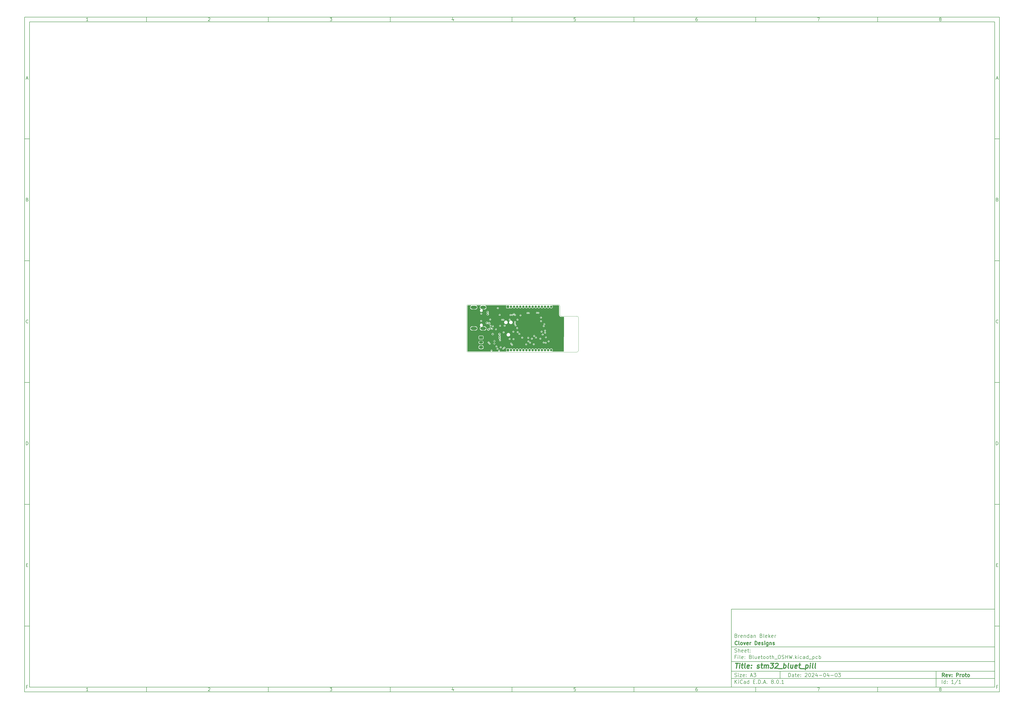
<source format=gbr>
%TF.GenerationSoftware,KiCad,Pcbnew,8.0.1*%
%TF.CreationDate,2024-04-03T21:58:22-07:00*%
%TF.ProjectId,Bluetooth_OSHW,426c7565-746f-46f7-9468-5f4f5348572e,Proto*%
%TF.SameCoordinates,Original*%
%TF.FileFunction,Copper,L3,Inr*%
%TF.FilePolarity,Positive*%
%FSLAX46Y46*%
G04 Gerber Fmt 4.6, Leading zero omitted, Abs format (unit mm)*
G04 Created by KiCad (PCBNEW 8.0.1) date 2024-04-03 21:58:22*
%MOMM*%
%LPD*%
G01*
G04 APERTURE LIST*
G04 Aperture macros list*
%AMRoundRect*
0 Rectangle with rounded corners*
0 $1 Rounding radius*
0 $2 $3 $4 $5 $6 $7 $8 $9 X,Y pos of 4 corners*
0 Add a 4 corners polygon primitive as box body*
4,1,4,$2,$3,$4,$5,$6,$7,$8,$9,$2,$3,0*
0 Add four circle primitives for the rounded corners*
1,1,$1+$1,$2,$3*
1,1,$1+$1,$4,$5*
1,1,$1+$1,$6,$7*
1,1,$1+$1,$8,$9*
0 Add four rect primitives between the rounded corners*
20,1,$1+$1,$2,$3,$4,$5,0*
20,1,$1+$1,$4,$5,$6,$7,0*
20,1,$1+$1,$6,$7,$8,$9,0*
20,1,$1+$1,$8,$9,$2,$3,0*%
G04 Aperture macros list end*
%ADD10C,0.100000*%
%ADD11C,0.150000*%
%ADD12C,0.300000*%
%ADD13C,0.400000*%
%TA.AperFunction,ComponentPad*%
%ADD14R,1.000000X1.000000*%
%TD*%
%TA.AperFunction,ComponentPad*%
%ADD15O,1.000000X1.000000*%
%TD*%
%TA.AperFunction,ComponentPad*%
%ADD16RoundRect,0.250000X-0.625000X0.350000X-0.625000X-0.350000X0.625000X-0.350000X0.625000X0.350000X0*%
%TD*%
%TA.AperFunction,ComponentPad*%
%ADD17O,1.750000X1.200000*%
%TD*%
%TA.AperFunction,ComponentPad*%
%ADD18O,2.300000X1.300000*%
%TD*%
%TA.AperFunction,ComponentPad*%
%ADD19O,2.600000X1.300000*%
%TD*%
%TA.AperFunction,ComponentPad*%
%ADD20C,0.400000*%
%TD*%
%TA.AperFunction,ViaPad*%
%ADD21C,0.375000*%
%TD*%
%TA.AperFunction,ViaPad*%
%ADD22C,0.600000*%
%TD*%
%TA.AperFunction,ViaPad*%
%ADD23C,0.400000*%
%TD*%
%TA.AperFunction,Profile*%
%ADD24C,0.100000*%
%TD*%
G04 APERTURE END LIST*
D10*
D11*
X299989000Y-253002200D02*
X407989000Y-253002200D01*
X407989000Y-285002200D01*
X299989000Y-285002200D01*
X299989000Y-253002200D01*
D10*
D11*
X10000000Y-10000000D02*
X409989000Y-10000000D01*
X409989000Y-287002200D01*
X10000000Y-287002200D01*
X10000000Y-10000000D01*
D10*
D11*
X12000000Y-12000000D02*
X407989000Y-12000000D01*
X407989000Y-285002200D01*
X12000000Y-285002200D01*
X12000000Y-12000000D01*
D10*
D11*
X60000000Y-12000000D02*
X60000000Y-10000000D01*
D10*
D11*
X110000000Y-12000000D02*
X110000000Y-10000000D01*
D10*
D11*
X160000000Y-12000000D02*
X160000000Y-10000000D01*
D10*
D11*
X210000000Y-12000000D02*
X210000000Y-10000000D01*
D10*
D11*
X260000000Y-12000000D02*
X260000000Y-10000000D01*
D10*
D11*
X310000000Y-12000000D02*
X310000000Y-10000000D01*
D10*
D11*
X360000000Y-12000000D02*
X360000000Y-10000000D01*
D10*
D11*
X36089160Y-11593604D02*
X35346303Y-11593604D01*
X35717731Y-11593604D02*
X35717731Y-10293604D01*
X35717731Y-10293604D02*
X35593922Y-10479319D01*
X35593922Y-10479319D02*
X35470112Y-10603128D01*
X35470112Y-10603128D02*
X35346303Y-10665033D01*
D10*
D11*
X85346303Y-10417414D02*
X85408207Y-10355509D01*
X85408207Y-10355509D02*
X85532017Y-10293604D01*
X85532017Y-10293604D02*
X85841541Y-10293604D01*
X85841541Y-10293604D02*
X85965350Y-10355509D01*
X85965350Y-10355509D02*
X86027255Y-10417414D01*
X86027255Y-10417414D02*
X86089160Y-10541223D01*
X86089160Y-10541223D02*
X86089160Y-10665033D01*
X86089160Y-10665033D02*
X86027255Y-10850747D01*
X86027255Y-10850747D02*
X85284398Y-11593604D01*
X85284398Y-11593604D02*
X86089160Y-11593604D01*
D10*
D11*
X135284398Y-10293604D02*
X136089160Y-10293604D01*
X136089160Y-10293604D02*
X135655826Y-10788842D01*
X135655826Y-10788842D02*
X135841541Y-10788842D01*
X135841541Y-10788842D02*
X135965350Y-10850747D01*
X135965350Y-10850747D02*
X136027255Y-10912652D01*
X136027255Y-10912652D02*
X136089160Y-11036461D01*
X136089160Y-11036461D02*
X136089160Y-11345985D01*
X136089160Y-11345985D02*
X136027255Y-11469795D01*
X136027255Y-11469795D02*
X135965350Y-11531700D01*
X135965350Y-11531700D02*
X135841541Y-11593604D01*
X135841541Y-11593604D02*
X135470112Y-11593604D01*
X135470112Y-11593604D02*
X135346303Y-11531700D01*
X135346303Y-11531700D02*
X135284398Y-11469795D01*
D10*
D11*
X185965350Y-10726938D02*
X185965350Y-11593604D01*
X185655826Y-10231700D02*
X185346303Y-11160271D01*
X185346303Y-11160271D02*
X186151064Y-11160271D01*
D10*
D11*
X236027255Y-10293604D02*
X235408207Y-10293604D01*
X235408207Y-10293604D02*
X235346303Y-10912652D01*
X235346303Y-10912652D02*
X235408207Y-10850747D01*
X235408207Y-10850747D02*
X235532017Y-10788842D01*
X235532017Y-10788842D02*
X235841541Y-10788842D01*
X235841541Y-10788842D02*
X235965350Y-10850747D01*
X235965350Y-10850747D02*
X236027255Y-10912652D01*
X236027255Y-10912652D02*
X236089160Y-11036461D01*
X236089160Y-11036461D02*
X236089160Y-11345985D01*
X236089160Y-11345985D02*
X236027255Y-11469795D01*
X236027255Y-11469795D02*
X235965350Y-11531700D01*
X235965350Y-11531700D02*
X235841541Y-11593604D01*
X235841541Y-11593604D02*
X235532017Y-11593604D01*
X235532017Y-11593604D02*
X235408207Y-11531700D01*
X235408207Y-11531700D02*
X235346303Y-11469795D01*
D10*
D11*
X285965350Y-10293604D02*
X285717731Y-10293604D01*
X285717731Y-10293604D02*
X285593922Y-10355509D01*
X285593922Y-10355509D02*
X285532017Y-10417414D01*
X285532017Y-10417414D02*
X285408207Y-10603128D01*
X285408207Y-10603128D02*
X285346303Y-10850747D01*
X285346303Y-10850747D02*
X285346303Y-11345985D01*
X285346303Y-11345985D02*
X285408207Y-11469795D01*
X285408207Y-11469795D02*
X285470112Y-11531700D01*
X285470112Y-11531700D02*
X285593922Y-11593604D01*
X285593922Y-11593604D02*
X285841541Y-11593604D01*
X285841541Y-11593604D02*
X285965350Y-11531700D01*
X285965350Y-11531700D02*
X286027255Y-11469795D01*
X286027255Y-11469795D02*
X286089160Y-11345985D01*
X286089160Y-11345985D02*
X286089160Y-11036461D01*
X286089160Y-11036461D02*
X286027255Y-10912652D01*
X286027255Y-10912652D02*
X285965350Y-10850747D01*
X285965350Y-10850747D02*
X285841541Y-10788842D01*
X285841541Y-10788842D02*
X285593922Y-10788842D01*
X285593922Y-10788842D02*
X285470112Y-10850747D01*
X285470112Y-10850747D02*
X285408207Y-10912652D01*
X285408207Y-10912652D02*
X285346303Y-11036461D01*
D10*
D11*
X335284398Y-10293604D02*
X336151064Y-10293604D01*
X336151064Y-10293604D02*
X335593922Y-11593604D01*
D10*
D11*
X385593922Y-10850747D02*
X385470112Y-10788842D01*
X385470112Y-10788842D02*
X385408207Y-10726938D01*
X385408207Y-10726938D02*
X385346303Y-10603128D01*
X385346303Y-10603128D02*
X385346303Y-10541223D01*
X385346303Y-10541223D02*
X385408207Y-10417414D01*
X385408207Y-10417414D02*
X385470112Y-10355509D01*
X385470112Y-10355509D02*
X385593922Y-10293604D01*
X385593922Y-10293604D02*
X385841541Y-10293604D01*
X385841541Y-10293604D02*
X385965350Y-10355509D01*
X385965350Y-10355509D02*
X386027255Y-10417414D01*
X386027255Y-10417414D02*
X386089160Y-10541223D01*
X386089160Y-10541223D02*
X386089160Y-10603128D01*
X386089160Y-10603128D02*
X386027255Y-10726938D01*
X386027255Y-10726938D02*
X385965350Y-10788842D01*
X385965350Y-10788842D02*
X385841541Y-10850747D01*
X385841541Y-10850747D02*
X385593922Y-10850747D01*
X385593922Y-10850747D02*
X385470112Y-10912652D01*
X385470112Y-10912652D02*
X385408207Y-10974557D01*
X385408207Y-10974557D02*
X385346303Y-11098366D01*
X385346303Y-11098366D02*
X385346303Y-11345985D01*
X385346303Y-11345985D02*
X385408207Y-11469795D01*
X385408207Y-11469795D02*
X385470112Y-11531700D01*
X385470112Y-11531700D02*
X385593922Y-11593604D01*
X385593922Y-11593604D02*
X385841541Y-11593604D01*
X385841541Y-11593604D02*
X385965350Y-11531700D01*
X385965350Y-11531700D02*
X386027255Y-11469795D01*
X386027255Y-11469795D02*
X386089160Y-11345985D01*
X386089160Y-11345985D02*
X386089160Y-11098366D01*
X386089160Y-11098366D02*
X386027255Y-10974557D01*
X386027255Y-10974557D02*
X385965350Y-10912652D01*
X385965350Y-10912652D02*
X385841541Y-10850747D01*
D10*
D11*
X60000000Y-285002200D02*
X60000000Y-287002200D01*
D10*
D11*
X110000000Y-285002200D02*
X110000000Y-287002200D01*
D10*
D11*
X160000000Y-285002200D02*
X160000000Y-287002200D01*
D10*
D11*
X210000000Y-285002200D02*
X210000000Y-287002200D01*
D10*
D11*
X260000000Y-285002200D02*
X260000000Y-287002200D01*
D10*
D11*
X310000000Y-285002200D02*
X310000000Y-287002200D01*
D10*
D11*
X360000000Y-285002200D02*
X360000000Y-287002200D01*
D10*
D11*
X36089160Y-286595804D02*
X35346303Y-286595804D01*
X35717731Y-286595804D02*
X35717731Y-285295804D01*
X35717731Y-285295804D02*
X35593922Y-285481519D01*
X35593922Y-285481519D02*
X35470112Y-285605328D01*
X35470112Y-285605328D02*
X35346303Y-285667233D01*
D10*
D11*
X85346303Y-285419614D02*
X85408207Y-285357709D01*
X85408207Y-285357709D02*
X85532017Y-285295804D01*
X85532017Y-285295804D02*
X85841541Y-285295804D01*
X85841541Y-285295804D02*
X85965350Y-285357709D01*
X85965350Y-285357709D02*
X86027255Y-285419614D01*
X86027255Y-285419614D02*
X86089160Y-285543423D01*
X86089160Y-285543423D02*
X86089160Y-285667233D01*
X86089160Y-285667233D02*
X86027255Y-285852947D01*
X86027255Y-285852947D02*
X85284398Y-286595804D01*
X85284398Y-286595804D02*
X86089160Y-286595804D01*
D10*
D11*
X135284398Y-285295804D02*
X136089160Y-285295804D01*
X136089160Y-285295804D02*
X135655826Y-285791042D01*
X135655826Y-285791042D02*
X135841541Y-285791042D01*
X135841541Y-285791042D02*
X135965350Y-285852947D01*
X135965350Y-285852947D02*
X136027255Y-285914852D01*
X136027255Y-285914852D02*
X136089160Y-286038661D01*
X136089160Y-286038661D02*
X136089160Y-286348185D01*
X136089160Y-286348185D02*
X136027255Y-286471995D01*
X136027255Y-286471995D02*
X135965350Y-286533900D01*
X135965350Y-286533900D02*
X135841541Y-286595804D01*
X135841541Y-286595804D02*
X135470112Y-286595804D01*
X135470112Y-286595804D02*
X135346303Y-286533900D01*
X135346303Y-286533900D02*
X135284398Y-286471995D01*
D10*
D11*
X185965350Y-285729138D02*
X185965350Y-286595804D01*
X185655826Y-285233900D02*
X185346303Y-286162471D01*
X185346303Y-286162471D02*
X186151064Y-286162471D01*
D10*
D11*
X236027255Y-285295804D02*
X235408207Y-285295804D01*
X235408207Y-285295804D02*
X235346303Y-285914852D01*
X235346303Y-285914852D02*
X235408207Y-285852947D01*
X235408207Y-285852947D02*
X235532017Y-285791042D01*
X235532017Y-285791042D02*
X235841541Y-285791042D01*
X235841541Y-285791042D02*
X235965350Y-285852947D01*
X235965350Y-285852947D02*
X236027255Y-285914852D01*
X236027255Y-285914852D02*
X236089160Y-286038661D01*
X236089160Y-286038661D02*
X236089160Y-286348185D01*
X236089160Y-286348185D02*
X236027255Y-286471995D01*
X236027255Y-286471995D02*
X235965350Y-286533900D01*
X235965350Y-286533900D02*
X235841541Y-286595804D01*
X235841541Y-286595804D02*
X235532017Y-286595804D01*
X235532017Y-286595804D02*
X235408207Y-286533900D01*
X235408207Y-286533900D02*
X235346303Y-286471995D01*
D10*
D11*
X285965350Y-285295804D02*
X285717731Y-285295804D01*
X285717731Y-285295804D02*
X285593922Y-285357709D01*
X285593922Y-285357709D02*
X285532017Y-285419614D01*
X285532017Y-285419614D02*
X285408207Y-285605328D01*
X285408207Y-285605328D02*
X285346303Y-285852947D01*
X285346303Y-285852947D02*
X285346303Y-286348185D01*
X285346303Y-286348185D02*
X285408207Y-286471995D01*
X285408207Y-286471995D02*
X285470112Y-286533900D01*
X285470112Y-286533900D02*
X285593922Y-286595804D01*
X285593922Y-286595804D02*
X285841541Y-286595804D01*
X285841541Y-286595804D02*
X285965350Y-286533900D01*
X285965350Y-286533900D02*
X286027255Y-286471995D01*
X286027255Y-286471995D02*
X286089160Y-286348185D01*
X286089160Y-286348185D02*
X286089160Y-286038661D01*
X286089160Y-286038661D02*
X286027255Y-285914852D01*
X286027255Y-285914852D02*
X285965350Y-285852947D01*
X285965350Y-285852947D02*
X285841541Y-285791042D01*
X285841541Y-285791042D02*
X285593922Y-285791042D01*
X285593922Y-285791042D02*
X285470112Y-285852947D01*
X285470112Y-285852947D02*
X285408207Y-285914852D01*
X285408207Y-285914852D02*
X285346303Y-286038661D01*
D10*
D11*
X335284398Y-285295804D02*
X336151064Y-285295804D01*
X336151064Y-285295804D02*
X335593922Y-286595804D01*
D10*
D11*
X385593922Y-285852947D02*
X385470112Y-285791042D01*
X385470112Y-285791042D02*
X385408207Y-285729138D01*
X385408207Y-285729138D02*
X385346303Y-285605328D01*
X385346303Y-285605328D02*
X385346303Y-285543423D01*
X385346303Y-285543423D02*
X385408207Y-285419614D01*
X385408207Y-285419614D02*
X385470112Y-285357709D01*
X385470112Y-285357709D02*
X385593922Y-285295804D01*
X385593922Y-285295804D02*
X385841541Y-285295804D01*
X385841541Y-285295804D02*
X385965350Y-285357709D01*
X385965350Y-285357709D02*
X386027255Y-285419614D01*
X386027255Y-285419614D02*
X386089160Y-285543423D01*
X386089160Y-285543423D02*
X386089160Y-285605328D01*
X386089160Y-285605328D02*
X386027255Y-285729138D01*
X386027255Y-285729138D02*
X385965350Y-285791042D01*
X385965350Y-285791042D02*
X385841541Y-285852947D01*
X385841541Y-285852947D02*
X385593922Y-285852947D01*
X385593922Y-285852947D02*
X385470112Y-285914852D01*
X385470112Y-285914852D02*
X385408207Y-285976757D01*
X385408207Y-285976757D02*
X385346303Y-286100566D01*
X385346303Y-286100566D02*
X385346303Y-286348185D01*
X385346303Y-286348185D02*
X385408207Y-286471995D01*
X385408207Y-286471995D02*
X385470112Y-286533900D01*
X385470112Y-286533900D02*
X385593922Y-286595804D01*
X385593922Y-286595804D02*
X385841541Y-286595804D01*
X385841541Y-286595804D02*
X385965350Y-286533900D01*
X385965350Y-286533900D02*
X386027255Y-286471995D01*
X386027255Y-286471995D02*
X386089160Y-286348185D01*
X386089160Y-286348185D02*
X386089160Y-286100566D01*
X386089160Y-286100566D02*
X386027255Y-285976757D01*
X386027255Y-285976757D02*
X385965350Y-285914852D01*
X385965350Y-285914852D02*
X385841541Y-285852947D01*
D10*
D11*
X10000000Y-60000000D02*
X12000000Y-60000000D01*
D10*
D11*
X10000000Y-110000000D02*
X12000000Y-110000000D01*
D10*
D11*
X10000000Y-160000000D02*
X12000000Y-160000000D01*
D10*
D11*
X10000000Y-210000000D02*
X12000000Y-210000000D01*
D10*
D11*
X10000000Y-260000000D02*
X12000000Y-260000000D01*
D10*
D11*
X10690476Y-35222176D02*
X11309523Y-35222176D01*
X10566666Y-35593604D02*
X10999999Y-34293604D01*
X10999999Y-34293604D02*
X11433333Y-35593604D01*
D10*
D11*
X11092857Y-84912652D02*
X11278571Y-84974557D01*
X11278571Y-84974557D02*
X11340476Y-85036461D01*
X11340476Y-85036461D02*
X11402380Y-85160271D01*
X11402380Y-85160271D02*
X11402380Y-85345985D01*
X11402380Y-85345985D02*
X11340476Y-85469795D01*
X11340476Y-85469795D02*
X11278571Y-85531700D01*
X11278571Y-85531700D02*
X11154761Y-85593604D01*
X11154761Y-85593604D02*
X10659523Y-85593604D01*
X10659523Y-85593604D02*
X10659523Y-84293604D01*
X10659523Y-84293604D02*
X11092857Y-84293604D01*
X11092857Y-84293604D02*
X11216666Y-84355509D01*
X11216666Y-84355509D02*
X11278571Y-84417414D01*
X11278571Y-84417414D02*
X11340476Y-84541223D01*
X11340476Y-84541223D02*
X11340476Y-84665033D01*
X11340476Y-84665033D02*
X11278571Y-84788842D01*
X11278571Y-84788842D02*
X11216666Y-84850747D01*
X11216666Y-84850747D02*
X11092857Y-84912652D01*
X11092857Y-84912652D02*
X10659523Y-84912652D01*
D10*
D11*
X11402380Y-135469795D02*
X11340476Y-135531700D01*
X11340476Y-135531700D02*
X11154761Y-135593604D01*
X11154761Y-135593604D02*
X11030952Y-135593604D01*
X11030952Y-135593604D02*
X10845238Y-135531700D01*
X10845238Y-135531700D02*
X10721428Y-135407890D01*
X10721428Y-135407890D02*
X10659523Y-135284080D01*
X10659523Y-135284080D02*
X10597619Y-135036461D01*
X10597619Y-135036461D02*
X10597619Y-134850747D01*
X10597619Y-134850747D02*
X10659523Y-134603128D01*
X10659523Y-134603128D02*
X10721428Y-134479319D01*
X10721428Y-134479319D02*
X10845238Y-134355509D01*
X10845238Y-134355509D02*
X11030952Y-134293604D01*
X11030952Y-134293604D02*
X11154761Y-134293604D01*
X11154761Y-134293604D02*
X11340476Y-134355509D01*
X11340476Y-134355509D02*
X11402380Y-134417414D01*
D10*
D11*
X10659523Y-185593604D02*
X10659523Y-184293604D01*
X10659523Y-184293604D02*
X10969047Y-184293604D01*
X10969047Y-184293604D02*
X11154761Y-184355509D01*
X11154761Y-184355509D02*
X11278571Y-184479319D01*
X11278571Y-184479319D02*
X11340476Y-184603128D01*
X11340476Y-184603128D02*
X11402380Y-184850747D01*
X11402380Y-184850747D02*
X11402380Y-185036461D01*
X11402380Y-185036461D02*
X11340476Y-185284080D01*
X11340476Y-185284080D02*
X11278571Y-185407890D01*
X11278571Y-185407890D02*
X11154761Y-185531700D01*
X11154761Y-185531700D02*
X10969047Y-185593604D01*
X10969047Y-185593604D02*
X10659523Y-185593604D01*
D10*
D11*
X10721428Y-234912652D02*
X11154762Y-234912652D01*
X11340476Y-235593604D02*
X10721428Y-235593604D01*
X10721428Y-235593604D02*
X10721428Y-234293604D01*
X10721428Y-234293604D02*
X11340476Y-234293604D01*
D10*
D11*
X11185714Y-284912652D02*
X10752380Y-284912652D01*
X10752380Y-285593604D02*
X10752380Y-284293604D01*
X10752380Y-284293604D02*
X11371428Y-284293604D01*
D10*
D11*
X409989000Y-60000000D02*
X407989000Y-60000000D01*
D10*
D11*
X409989000Y-110000000D02*
X407989000Y-110000000D01*
D10*
D11*
X409989000Y-160000000D02*
X407989000Y-160000000D01*
D10*
D11*
X409989000Y-210000000D02*
X407989000Y-210000000D01*
D10*
D11*
X409989000Y-260000000D02*
X407989000Y-260000000D01*
D10*
D11*
X408679476Y-35222176D02*
X409298523Y-35222176D01*
X408555666Y-35593604D02*
X408988999Y-34293604D01*
X408988999Y-34293604D02*
X409422333Y-35593604D01*
D10*
D11*
X409081857Y-84912652D02*
X409267571Y-84974557D01*
X409267571Y-84974557D02*
X409329476Y-85036461D01*
X409329476Y-85036461D02*
X409391380Y-85160271D01*
X409391380Y-85160271D02*
X409391380Y-85345985D01*
X409391380Y-85345985D02*
X409329476Y-85469795D01*
X409329476Y-85469795D02*
X409267571Y-85531700D01*
X409267571Y-85531700D02*
X409143761Y-85593604D01*
X409143761Y-85593604D02*
X408648523Y-85593604D01*
X408648523Y-85593604D02*
X408648523Y-84293604D01*
X408648523Y-84293604D02*
X409081857Y-84293604D01*
X409081857Y-84293604D02*
X409205666Y-84355509D01*
X409205666Y-84355509D02*
X409267571Y-84417414D01*
X409267571Y-84417414D02*
X409329476Y-84541223D01*
X409329476Y-84541223D02*
X409329476Y-84665033D01*
X409329476Y-84665033D02*
X409267571Y-84788842D01*
X409267571Y-84788842D02*
X409205666Y-84850747D01*
X409205666Y-84850747D02*
X409081857Y-84912652D01*
X409081857Y-84912652D02*
X408648523Y-84912652D01*
D10*
D11*
X409391380Y-135469795D02*
X409329476Y-135531700D01*
X409329476Y-135531700D02*
X409143761Y-135593604D01*
X409143761Y-135593604D02*
X409019952Y-135593604D01*
X409019952Y-135593604D02*
X408834238Y-135531700D01*
X408834238Y-135531700D02*
X408710428Y-135407890D01*
X408710428Y-135407890D02*
X408648523Y-135284080D01*
X408648523Y-135284080D02*
X408586619Y-135036461D01*
X408586619Y-135036461D02*
X408586619Y-134850747D01*
X408586619Y-134850747D02*
X408648523Y-134603128D01*
X408648523Y-134603128D02*
X408710428Y-134479319D01*
X408710428Y-134479319D02*
X408834238Y-134355509D01*
X408834238Y-134355509D02*
X409019952Y-134293604D01*
X409019952Y-134293604D02*
X409143761Y-134293604D01*
X409143761Y-134293604D02*
X409329476Y-134355509D01*
X409329476Y-134355509D02*
X409391380Y-134417414D01*
D10*
D11*
X408648523Y-185593604D02*
X408648523Y-184293604D01*
X408648523Y-184293604D02*
X408958047Y-184293604D01*
X408958047Y-184293604D02*
X409143761Y-184355509D01*
X409143761Y-184355509D02*
X409267571Y-184479319D01*
X409267571Y-184479319D02*
X409329476Y-184603128D01*
X409329476Y-184603128D02*
X409391380Y-184850747D01*
X409391380Y-184850747D02*
X409391380Y-185036461D01*
X409391380Y-185036461D02*
X409329476Y-185284080D01*
X409329476Y-185284080D02*
X409267571Y-185407890D01*
X409267571Y-185407890D02*
X409143761Y-185531700D01*
X409143761Y-185531700D02*
X408958047Y-185593604D01*
X408958047Y-185593604D02*
X408648523Y-185593604D01*
D10*
D11*
X408710428Y-234912652D02*
X409143762Y-234912652D01*
X409329476Y-235593604D02*
X408710428Y-235593604D01*
X408710428Y-235593604D02*
X408710428Y-234293604D01*
X408710428Y-234293604D02*
X409329476Y-234293604D01*
D10*
D11*
X409174714Y-284912652D02*
X408741380Y-284912652D01*
X408741380Y-285593604D02*
X408741380Y-284293604D01*
X408741380Y-284293604D02*
X409360428Y-284293604D01*
D10*
D11*
X323444826Y-280788328D02*
X323444826Y-279288328D01*
X323444826Y-279288328D02*
X323801969Y-279288328D01*
X323801969Y-279288328D02*
X324016255Y-279359757D01*
X324016255Y-279359757D02*
X324159112Y-279502614D01*
X324159112Y-279502614D02*
X324230541Y-279645471D01*
X324230541Y-279645471D02*
X324301969Y-279931185D01*
X324301969Y-279931185D02*
X324301969Y-280145471D01*
X324301969Y-280145471D02*
X324230541Y-280431185D01*
X324230541Y-280431185D02*
X324159112Y-280574042D01*
X324159112Y-280574042D02*
X324016255Y-280716900D01*
X324016255Y-280716900D02*
X323801969Y-280788328D01*
X323801969Y-280788328D02*
X323444826Y-280788328D01*
X325587684Y-280788328D02*
X325587684Y-280002614D01*
X325587684Y-280002614D02*
X325516255Y-279859757D01*
X325516255Y-279859757D02*
X325373398Y-279788328D01*
X325373398Y-279788328D02*
X325087684Y-279788328D01*
X325087684Y-279788328D02*
X324944826Y-279859757D01*
X325587684Y-280716900D02*
X325444826Y-280788328D01*
X325444826Y-280788328D02*
X325087684Y-280788328D01*
X325087684Y-280788328D02*
X324944826Y-280716900D01*
X324944826Y-280716900D02*
X324873398Y-280574042D01*
X324873398Y-280574042D02*
X324873398Y-280431185D01*
X324873398Y-280431185D02*
X324944826Y-280288328D01*
X324944826Y-280288328D02*
X325087684Y-280216900D01*
X325087684Y-280216900D02*
X325444826Y-280216900D01*
X325444826Y-280216900D02*
X325587684Y-280145471D01*
X326087684Y-279788328D02*
X326659112Y-279788328D01*
X326301969Y-279288328D02*
X326301969Y-280574042D01*
X326301969Y-280574042D02*
X326373398Y-280716900D01*
X326373398Y-280716900D02*
X326516255Y-280788328D01*
X326516255Y-280788328D02*
X326659112Y-280788328D01*
X327730541Y-280716900D02*
X327587684Y-280788328D01*
X327587684Y-280788328D02*
X327301970Y-280788328D01*
X327301970Y-280788328D02*
X327159112Y-280716900D01*
X327159112Y-280716900D02*
X327087684Y-280574042D01*
X327087684Y-280574042D02*
X327087684Y-280002614D01*
X327087684Y-280002614D02*
X327159112Y-279859757D01*
X327159112Y-279859757D02*
X327301970Y-279788328D01*
X327301970Y-279788328D02*
X327587684Y-279788328D01*
X327587684Y-279788328D02*
X327730541Y-279859757D01*
X327730541Y-279859757D02*
X327801970Y-280002614D01*
X327801970Y-280002614D02*
X327801970Y-280145471D01*
X327801970Y-280145471D02*
X327087684Y-280288328D01*
X328444826Y-280645471D02*
X328516255Y-280716900D01*
X328516255Y-280716900D02*
X328444826Y-280788328D01*
X328444826Y-280788328D02*
X328373398Y-280716900D01*
X328373398Y-280716900D02*
X328444826Y-280645471D01*
X328444826Y-280645471D02*
X328444826Y-280788328D01*
X328444826Y-279859757D02*
X328516255Y-279931185D01*
X328516255Y-279931185D02*
X328444826Y-280002614D01*
X328444826Y-280002614D02*
X328373398Y-279931185D01*
X328373398Y-279931185D02*
X328444826Y-279859757D01*
X328444826Y-279859757D02*
X328444826Y-280002614D01*
X330230541Y-279431185D02*
X330301969Y-279359757D01*
X330301969Y-279359757D02*
X330444827Y-279288328D01*
X330444827Y-279288328D02*
X330801969Y-279288328D01*
X330801969Y-279288328D02*
X330944827Y-279359757D01*
X330944827Y-279359757D02*
X331016255Y-279431185D01*
X331016255Y-279431185D02*
X331087684Y-279574042D01*
X331087684Y-279574042D02*
X331087684Y-279716900D01*
X331087684Y-279716900D02*
X331016255Y-279931185D01*
X331016255Y-279931185D02*
X330159112Y-280788328D01*
X330159112Y-280788328D02*
X331087684Y-280788328D01*
X332016255Y-279288328D02*
X332159112Y-279288328D01*
X332159112Y-279288328D02*
X332301969Y-279359757D01*
X332301969Y-279359757D02*
X332373398Y-279431185D01*
X332373398Y-279431185D02*
X332444826Y-279574042D01*
X332444826Y-279574042D02*
X332516255Y-279859757D01*
X332516255Y-279859757D02*
X332516255Y-280216900D01*
X332516255Y-280216900D02*
X332444826Y-280502614D01*
X332444826Y-280502614D02*
X332373398Y-280645471D01*
X332373398Y-280645471D02*
X332301969Y-280716900D01*
X332301969Y-280716900D02*
X332159112Y-280788328D01*
X332159112Y-280788328D02*
X332016255Y-280788328D01*
X332016255Y-280788328D02*
X331873398Y-280716900D01*
X331873398Y-280716900D02*
X331801969Y-280645471D01*
X331801969Y-280645471D02*
X331730540Y-280502614D01*
X331730540Y-280502614D02*
X331659112Y-280216900D01*
X331659112Y-280216900D02*
X331659112Y-279859757D01*
X331659112Y-279859757D02*
X331730540Y-279574042D01*
X331730540Y-279574042D02*
X331801969Y-279431185D01*
X331801969Y-279431185D02*
X331873398Y-279359757D01*
X331873398Y-279359757D02*
X332016255Y-279288328D01*
X333087683Y-279431185D02*
X333159111Y-279359757D01*
X333159111Y-279359757D02*
X333301969Y-279288328D01*
X333301969Y-279288328D02*
X333659111Y-279288328D01*
X333659111Y-279288328D02*
X333801969Y-279359757D01*
X333801969Y-279359757D02*
X333873397Y-279431185D01*
X333873397Y-279431185D02*
X333944826Y-279574042D01*
X333944826Y-279574042D02*
X333944826Y-279716900D01*
X333944826Y-279716900D02*
X333873397Y-279931185D01*
X333873397Y-279931185D02*
X333016254Y-280788328D01*
X333016254Y-280788328D02*
X333944826Y-280788328D01*
X335230540Y-279788328D02*
X335230540Y-280788328D01*
X334873397Y-279216900D02*
X334516254Y-280288328D01*
X334516254Y-280288328D02*
X335444825Y-280288328D01*
X336016253Y-280216900D02*
X337159111Y-280216900D01*
X338159111Y-279288328D02*
X338301968Y-279288328D01*
X338301968Y-279288328D02*
X338444825Y-279359757D01*
X338444825Y-279359757D02*
X338516254Y-279431185D01*
X338516254Y-279431185D02*
X338587682Y-279574042D01*
X338587682Y-279574042D02*
X338659111Y-279859757D01*
X338659111Y-279859757D02*
X338659111Y-280216900D01*
X338659111Y-280216900D02*
X338587682Y-280502614D01*
X338587682Y-280502614D02*
X338516254Y-280645471D01*
X338516254Y-280645471D02*
X338444825Y-280716900D01*
X338444825Y-280716900D02*
X338301968Y-280788328D01*
X338301968Y-280788328D02*
X338159111Y-280788328D01*
X338159111Y-280788328D02*
X338016254Y-280716900D01*
X338016254Y-280716900D02*
X337944825Y-280645471D01*
X337944825Y-280645471D02*
X337873396Y-280502614D01*
X337873396Y-280502614D02*
X337801968Y-280216900D01*
X337801968Y-280216900D02*
X337801968Y-279859757D01*
X337801968Y-279859757D02*
X337873396Y-279574042D01*
X337873396Y-279574042D02*
X337944825Y-279431185D01*
X337944825Y-279431185D02*
X338016254Y-279359757D01*
X338016254Y-279359757D02*
X338159111Y-279288328D01*
X339944825Y-279788328D02*
X339944825Y-280788328D01*
X339587682Y-279216900D02*
X339230539Y-280288328D01*
X339230539Y-280288328D02*
X340159110Y-280288328D01*
X340730538Y-280216900D02*
X341873396Y-280216900D01*
X342873396Y-279288328D02*
X343016253Y-279288328D01*
X343016253Y-279288328D02*
X343159110Y-279359757D01*
X343159110Y-279359757D02*
X343230539Y-279431185D01*
X343230539Y-279431185D02*
X343301967Y-279574042D01*
X343301967Y-279574042D02*
X343373396Y-279859757D01*
X343373396Y-279859757D02*
X343373396Y-280216900D01*
X343373396Y-280216900D02*
X343301967Y-280502614D01*
X343301967Y-280502614D02*
X343230539Y-280645471D01*
X343230539Y-280645471D02*
X343159110Y-280716900D01*
X343159110Y-280716900D02*
X343016253Y-280788328D01*
X343016253Y-280788328D02*
X342873396Y-280788328D01*
X342873396Y-280788328D02*
X342730539Y-280716900D01*
X342730539Y-280716900D02*
X342659110Y-280645471D01*
X342659110Y-280645471D02*
X342587681Y-280502614D01*
X342587681Y-280502614D02*
X342516253Y-280216900D01*
X342516253Y-280216900D02*
X342516253Y-279859757D01*
X342516253Y-279859757D02*
X342587681Y-279574042D01*
X342587681Y-279574042D02*
X342659110Y-279431185D01*
X342659110Y-279431185D02*
X342730539Y-279359757D01*
X342730539Y-279359757D02*
X342873396Y-279288328D01*
X343873395Y-279288328D02*
X344801967Y-279288328D01*
X344801967Y-279288328D02*
X344301967Y-279859757D01*
X344301967Y-279859757D02*
X344516252Y-279859757D01*
X344516252Y-279859757D02*
X344659110Y-279931185D01*
X344659110Y-279931185D02*
X344730538Y-280002614D01*
X344730538Y-280002614D02*
X344801967Y-280145471D01*
X344801967Y-280145471D02*
X344801967Y-280502614D01*
X344801967Y-280502614D02*
X344730538Y-280645471D01*
X344730538Y-280645471D02*
X344659110Y-280716900D01*
X344659110Y-280716900D02*
X344516252Y-280788328D01*
X344516252Y-280788328D02*
X344087681Y-280788328D01*
X344087681Y-280788328D02*
X343944824Y-280716900D01*
X343944824Y-280716900D02*
X343873395Y-280645471D01*
D10*
D11*
X299989000Y-281502200D02*
X407989000Y-281502200D01*
D10*
D11*
X301444826Y-283588328D02*
X301444826Y-282088328D01*
X302301969Y-283588328D02*
X301659112Y-282731185D01*
X302301969Y-282088328D02*
X301444826Y-282945471D01*
X302944826Y-283588328D02*
X302944826Y-282588328D01*
X302944826Y-282088328D02*
X302873398Y-282159757D01*
X302873398Y-282159757D02*
X302944826Y-282231185D01*
X302944826Y-282231185D02*
X303016255Y-282159757D01*
X303016255Y-282159757D02*
X302944826Y-282088328D01*
X302944826Y-282088328D02*
X302944826Y-282231185D01*
X304516255Y-283445471D02*
X304444827Y-283516900D01*
X304444827Y-283516900D02*
X304230541Y-283588328D01*
X304230541Y-283588328D02*
X304087684Y-283588328D01*
X304087684Y-283588328D02*
X303873398Y-283516900D01*
X303873398Y-283516900D02*
X303730541Y-283374042D01*
X303730541Y-283374042D02*
X303659112Y-283231185D01*
X303659112Y-283231185D02*
X303587684Y-282945471D01*
X303587684Y-282945471D02*
X303587684Y-282731185D01*
X303587684Y-282731185D02*
X303659112Y-282445471D01*
X303659112Y-282445471D02*
X303730541Y-282302614D01*
X303730541Y-282302614D02*
X303873398Y-282159757D01*
X303873398Y-282159757D02*
X304087684Y-282088328D01*
X304087684Y-282088328D02*
X304230541Y-282088328D01*
X304230541Y-282088328D02*
X304444827Y-282159757D01*
X304444827Y-282159757D02*
X304516255Y-282231185D01*
X305801970Y-283588328D02*
X305801970Y-282802614D01*
X305801970Y-282802614D02*
X305730541Y-282659757D01*
X305730541Y-282659757D02*
X305587684Y-282588328D01*
X305587684Y-282588328D02*
X305301970Y-282588328D01*
X305301970Y-282588328D02*
X305159112Y-282659757D01*
X305801970Y-283516900D02*
X305659112Y-283588328D01*
X305659112Y-283588328D02*
X305301970Y-283588328D01*
X305301970Y-283588328D02*
X305159112Y-283516900D01*
X305159112Y-283516900D02*
X305087684Y-283374042D01*
X305087684Y-283374042D02*
X305087684Y-283231185D01*
X305087684Y-283231185D02*
X305159112Y-283088328D01*
X305159112Y-283088328D02*
X305301970Y-283016900D01*
X305301970Y-283016900D02*
X305659112Y-283016900D01*
X305659112Y-283016900D02*
X305801970Y-282945471D01*
X307159113Y-283588328D02*
X307159113Y-282088328D01*
X307159113Y-283516900D02*
X307016255Y-283588328D01*
X307016255Y-283588328D02*
X306730541Y-283588328D01*
X306730541Y-283588328D02*
X306587684Y-283516900D01*
X306587684Y-283516900D02*
X306516255Y-283445471D01*
X306516255Y-283445471D02*
X306444827Y-283302614D01*
X306444827Y-283302614D02*
X306444827Y-282874042D01*
X306444827Y-282874042D02*
X306516255Y-282731185D01*
X306516255Y-282731185D02*
X306587684Y-282659757D01*
X306587684Y-282659757D02*
X306730541Y-282588328D01*
X306730541Y-282588328D02*
X307016255Y-282588328D01*
X307016255Y-282588328D02*
X307159113Y-282659757D01*
X309016255Y-282802614D02*
X309516255Y-282802614D01*
X309730541Y-283588328D02*
X309016255Y-283588328D01*
X309016255Y-283588328D02*
X309016255Y-282088328D01*
X309016255Y-282088328D02*
X309730541Y-282088328D01*
X310373398Y-283445471D02*
X310444827Y-283516900D01*
X310444827Y-283516900D02*
X310373398Y-283588328D01*
X310373398Y-283588328D02*
X310301970Y-283516900D01*
X310301970Y-283516900D02*
X310373398Y-283445471D01*
X310373398Y-283445471D02*
X310373398Y-283588328D01*
X311087684Y-283588328D02*
X311087684Y-282088328D01*
X311087684Y-282088328D02*
X311444827Y-282088328D01*
X311444827Y-282088328D02*
X311659113Y-282159757D01*
X311659113Y-282159757D02*
X311801970Y-282302614D01*
X311801970Y-282302614D02*
X311873399Y-282445471D01*
X311873399Y-282445471D02*
X311944827Y-282731185D01*
X311944827Y-282731185D02*
X311944827Y-282945471D01*
X311944827Y-282945471D02*
X311873399Y-283231185D01*
X311873399Y-283231185D02*
X311801970Y-283374042D01*
X311801970Y-283374042D02*
X311659113Y-283516900D01*
X311659113Y-283516900D02*
X311444827Y-283588328D01*
X311444827Y-283588328D02*
X311087684Y-283588328D01*
X312587684Y-283445471D02*
X312659113Y-283516900D01*
X312659113Y-283516900D02*
X312587684Y-283588328D01*
X312587684Y-283588328D02*
X312516256Y-283516900D01*
X312516256Y-283516900D02*
X312587684Y-283445471D01*
X312587684Y-283445471D02*
X312587684Y-283588328D01*
X313230542Y-283159757D02*
X313944828Y-283159757D01*
X313087685Y-283588328D02*
X313587685Y-282088328D01*
X313587685Y-282088328D02*
X314087685Y-283588328D01*
X314587684Y-283445471D02*
X314659113Y-283516900D01*
X314659113Y-283516900D02*
X314587684Y-283588328D01*
X314587684Y-283588328D02*
X314516256Y-283516900D01*
X314516256Y-283516900D02*
X314587684Y-283445471D01*
X314587684Y-283445471D02*
X314587684Y-283588328D01*
X316659113Y-282731185D02*
X316516256Y-282659757D01*
X316516256Y-282659757D02*
X316444827Y-282588328D01*
X316444827Y-282588328D02*
X316373399Y-282445471D01*
X316373399Y-282445471D02*
X316373399Y-282374042D01*
X316373399Y-282374042D02*
X316444827Y-282231185D01*
X316444827Y-282231185D02*
X316516256Y-282159757D01*
X316516256Y-282159757D02*
X316659113Y-282088328D01*
X316659113Y-282088328D02*
X316944827Y-282088328D01*
X316944827Y-282088328D02*
X317087685Y-282159757D01*
X317087685Y-282159757D02*
X317159113Y-282231185D01*
X317159113Y-282231185D02*
X317230542Y-282374042D01*
X317230542Y-282374042D02*
X317230542Y-282445471D01*
X317230542Y-282445471D02*
X317159113Y-282588328D01*
X317159113Y-282588328D02*
X317087685Y-282659757D01*
X317087685Y-282659757D02*
X316944827Y-282731185D01*
X316944827Y-282731185D02*
X316659113Y-282731185D01*
X316659113Y-282731185D02*
X316516256Y-282802614D01*
X316516256Y-282802614D02*
X316444827Y-282874042D01*
X316444827Y-282874042D02*
X316373399Y-283016900D01*
X316373399Y-283016900D02*
X316373399Y-283302614D01*
X316373399Y-283302614D02*
X316444827Y-283445471D01*
X316444827Y-283445471D02*
X316516256Y-283516900D01*
X316516256Y-283516900D02*
X316659113Y-283588328D01*
X316659113Y-283588328D02*
X316944827Y-283588328D01*
X316944827Y-283588328D02*
X317087685Y-283516900D01*
X317087685Y-283516900D02*
X317159113Y-283445471D01*
X317159113Y-283445471D02*
X317230542Y-283302614D01*
X317230542Y-283302614D02*
X317230542Y-283016900D01*
X317230542Y-283016900D02*
X317159113Y-282874042D01*
X317159113Y-282874042D02*
X317087685Y-282802614D01*
X317087685Y-282802614D02*
X316944827Y-282731185D01*
X317873398Y-283445471D02*
X317944827Y-283516900D01*
X317944827Y-283516900D02*
X317873398Y-283588328D01*
X317873398Y-283588328D02*
X317801970Y-283516900D01*
X317801970Y-283516900D02*
X317873398Y-283445471D01*
X317873398Y-283445471D02*
X317873398Y-283588328D01*
X318873399Y-282088328D02*
X319016256Y-282088328D01*
X319016256Y-282088328D02*
X319159113Y-282159757D01*
X319159113Y-282159757D02*
X319230542Y-282231185D01*
X319230542Y-282231185D02*
X319301970Y-282374042D01*
X319301970Y-282374042D02*
X319373399Y-282659757D01*
X319373399Y-282659757D02*
X319373399Y-283016900D01*
X319373399Y-283016900D02*
X319301970Y-283302614D01*
X319301970Y-283302614D02*
X319230542Y-283445471D01*
X319230542Y-283445471D02*
X319159113Y-283516900D01*
X319159113Y-283516900D02*
X319016256Y-283588328D01*
X319016256Y-283588328D02*
X318873399Y-283588328D01*
X318873399Y-283588328D02*
X318730542Y-283516900D01*
X318730542Y-283516900D02*
X318659113Y-283445471D01*
X318659113Y-283445471D02*
X318587684Y-283302614D01*
X318587684Y-283302614D02*
X318516256Y-283016900D01*
X318516256Y-283016900D02*
X318516256Y-282659757D01*
X318516256Y-282659757D02*
X318587684Y-282374042D01*
X318587684Y-282374042D02*
X318659113Y-282231185D01*
X318659113Y-282231185D02*
X318730542Y-282159757D01*
X318730542Y-282159757D02*
X318873399Y-282088328D01*
X320016255Y-283445471D02*
X320087684Y-283516900D01*
X320087684Y-283516900D02*
X320016255Y-283588328D01*
X320016255Y-283588328D02*
X319944827Y-283516900D01*
X319944827Y-283516900D02*
X320016255Y-283445471D01*
X320016255Y-283445471D02*
X320016255Y-283588328D01*
X321516256Y-283588328D02*
X320659113Y-283588328D01*
X321087684Y-283588328D02*
X321087684Y-282088328D01*
X321087684Y-282088328D02*
X320944827Y-282302614D01*
X320944827Y-282302614D02*
X320801970Y-282445471D01*
X320801970Y-282445471D02*
X320659113Y-282516900D01*
D10*
D11*
X299989000Y-278502200D02*
X407989000Y-278502200D01*
D10*
D12*
X387400653Y-280780528D02*
X386900653Y-280066242D01*
X386543510Y-280780528D02*
X386543510Y-279280528D01*
X386543510Y-279280528D02*
X387114939Y-279280528D01*
X387114939Y-279280528D02*
X387257796Y-279351957D01*
X387257796Y-279351957D02*
X387329225Y-279423385D01*
X387329225Y-279423385D02*
X387400653Y-279566242D01*
X387400653Y-279566242D02*
X387400653Y-279780528D01*
X387400653Y-279780528D02*
X387329225Y-279923385D01*
X387329225Y-279923385D02*
X387257796Y-279994814D01*
X387257796Y-279994814D02*
X387114939Y-280066242D01*
X387114939Y-280066242D02*
X386543510Y-280066242D01*
X388614939Y-280709100D02*
X388472082Y-280780528D01*
X388472082Y-280780528D02*
X388186368Y-280780528D01*
X388186368Y-280780528D02*
X388043510Y-280709100D01*
X388043510Y-280709100D02*
X387972082Y-280566242D01*
X387972082Y-280566242D02*
X387972082Y-279994814D01*
X387972082Y-279994814D02*
X388043510Y-279851957D01*
X388043510Y-279851957D02*
X388186368Y-279780528D01*
X388186368Y-279780528D02*
X388472082Y-279780528D01*
X388472082Y-279780528D02*
X388614939Y-279851957D01*
X388614939Y-279851957D02*
X388686368Y-279994814D01*
X388686368Y-279994814D02*
X388686368Y-280137671D01*
X388686368Y-280137671D02*
X387972082Y-280280528D01*
X389186367Y-279780528D02*
X389543510Y-280780528D01*
X389543510Y-280780528D02*
X389900653Y-279780528D01*
X390472081Y-280637671D02*
X390543510Y-280709100D01*
X390543510Y-280709100D02*
X390472081Y-280780528D01*
X390472081Y-280780528D02*
X390400653Y-280709100D01*
X390400653Y-280709100D02*
X390472081Y-280637671D01*
X390472081Y-280637671D02*
X390472081Y-280780528D01*
X390472081Y-279851957D02*
X390543510Y-279923385D01*
X390543510Y-279923385D02*
X390472081Y-279994814D01*
X390472081Y-279994814D02*
X390400653Y-279923385D01*
X390400653Y-279923385D02*
X390472081Y-279851957D01*
X390472081Y-279851957D02*
X390472081Y-279994814D01*
X392329224Y-280780528D02*
X392329224Y-279280528D01*
X392329224Y-279280528D02*
X392900653Y-279280528D01*
X392900653Y-279280528D02*
X393043510Y-279351957D01*
X393043510Y-279351957D02*
X393114939Y-279423385D01*
X393114939Y-279423385D02*
X393186367Y-279566242D01*
X393186367Y-279566242D02*
X393186367Y-279780528D01*
X393186367Y-279780528D02*
X393114939Y-279923385D01*
X393114939Y-279923385D02*
X393043510Y-279994814D01*
X393043510Y-279994814D02*
X392900653Y-280066242D01*
X392900653Y-280066242D02*
X392329224Y-280066242D01*
X393829224Y-280780528D02*
X393829224Y-279780528D01*
X393829224Y-280066242D02*
X393900653Y-279923385D01*
X393900653Y-279923385D02*
X393972082Y-279851957D01*
X393972082Y-279851957D02*
X394114939Y-279780528D01*
X394114939Y-279780528D02*
X394257796Y-279780528D01*
X394972081Y-280780528D02*
X394829224Y-280709100D01*
X394829224Y-280709100D02*
X394757795Y-280637671D01*
X394757795Y-280637671D02*
X394686367Y-280494814D01*
X394686367Y-280494814D02*
X394686367Y-280066242D01*
X394686367Y-280066242D02*
X394757795Y-279923385D01*
X394757795Y-279923385D02*
X394829224Y-279851957D01*
X394829224Y-279851957D02*
X394972081Y-279780528D01*
X394972081Y-279780528D02*
X395186367Y-279780528D01*
X395186367Y-279780528D02*
X395329224Y-279851957D01*
X395329224Y-279851957D02*
X395400653Y-279923385D01*
X395400653Y-279923385D02*
X395472081Y-280066242D01*
X395472081Y-280066242D02*
X395472081Y-280494814D01*
X395472081Y-280494814D02*
X395400653Y-280637671D01*
X395400653Y-280637671D02*
X395329224Y-280709100D01*
X395329224Y-280709100D02*
X395186367Y-280780528D01*
X395186367Y-280780528D02*
X394972081Y-280780528D01*
X395900653Y-279780528D02*
X396472081Y-279780528D01*
X396114938Y-279280528D02*
X396114938Y-280566242D01*
X396114938Y-280566242D02*
X396186367Y-280709100D01*
X396186367Y-280709100D02*
X396329224Y-280780528D01*
X396329224Y-280780528D02*
X396472081Y-280780528D01*
X397186367Y-280780528D02*
X397043510Y-280709100D01*
X397043510Y-280709100D02*
X396972081Y-280637671D01*
X396972081Y-280637671D02*
X396900653Y-280494814D01*
X396900653Y-280494814D02*
X396900653Y-280066242D01*
X396900653Y-280066242D02*
X396972081Y-279923385D01*
X396972081Y-279923385D02*
X397043510Y-279851957D01*
X397043510Y-279851957D02*
X397186367Y-279780528D01*
X397186367Y-279780528D02*
X397400653Y-279780528D01*
X397400653Y-279780528D02*
X397543510Y-279851957D01*
X397543510Y-279851957D02*
X397614939Y-279923385D01*
X397614939Y-279923385D02*
X397686367Y-280066242D01*
X397686367Y-280066242D02*
X397686367Y-280494814D01*
X397686367Y-280494814D02*
X397614939Y-280637671D01*
X397614939Y-280637671D02*
X397543510Y-280709100D01*
X397543510Y-280709100D02*
X397400653Y-280780528D01*
X397400653Y-280780528D02*
X397186367Y-280780528D01*
D10*
D11*
X301373398Y-280716900D02*
X301587684Y-280788328D01*
X301587684Y-280788328D02*
X301944826Y-280788328D01*
X301944826Y-280788328D02*
X302087684Y-280716900D01*
X302087684Y-280716900D02*
X302159112Y-280645471D01*
X302159112Y-280645471D02*
X302230541Y-280502614D01*
X302230541Y-280502614D02*
X302230541Y-280359757D01*
X302230541Y-280359757D02*
X302159112Y-280216900D01*
X302159112Y-280216900D02*
X302087684Y-280145471D01*
X302087684Y-280145471D02*
X301944826Y-280074042D01*
X301944826Y-280074042D02*
X301659112Y-280002614D01*
X301659112Y-280002614D02*
X301516255Y-279931185D01*
X301516255Y-279931185D02*
X301444826Y-279859757D01*
X301444826Y-279859757D02*
X301373398Y-279716900D01*
X301373398Y-279716900D02*
X301373398Y-279574042D01*
X301373398Y-279574042D02*
X301444826Y-279431185D01*
X301444826Y-279431185D02*
X301516255Y-279359757D01*
X301516255Y-279359757D02*
X301659112Y-279288328D01*
X301659112Y-279288328D02*
X302016255Y-279288328D01*
X302016255Y-279288328D02*
X302230541Y-279359757D01*
X302873397Y-280788328D02*
X302873397Y-279788328D01*
X302873397Y-279288328D02*
X302801969Y-279359757D01*
X302801969Y-279359757D02*
X302873397Y-279431185D01*
X302873397Y-279431185D02*
X302944826Y-279359757D01*
X302944826Y-279359757D02*
X302873397Y-279288328D01*
X302873397Y-279288328D02*
X302873397Y-279431185D01*
X303444826Y-279788328D02*
X304230541Y-279788328D01*
X304230541Y-279788328D02*
X303444826Y-280788328D01*
X303444826Y-280788328D02*
X304230541Y-280788328D01*
X305373398Y-280716900D02*
X305230541Y-280788328D01*
X305230541Y-280788328D02*
X304944827Y-280788328D01*
X304944827Y-280788328D02*
X304801969Y-280716900D01*
X304801969Y-280716900D02*
X304730541Y-280574042D01*
X304730541Y-280574042D02*
X304730541Y-280002614D01*
X304730541Y-280002614D02*
X304801969Y-279859757D01*
X304801969Y-279859757D02*
X304944827Y-279788328D01*
X304944827Y-279788328D02*
X305230541Y-279788328D01*
X305230541Y-279788328D02*
X305373398Y-279859757D01*
X305373398Y-279859757D02*
X305444827Y-280002614D01*
X305444827Y-280002614D02*
X305444827Y-280145471D01*
X305444827Y-280145471D02*
X304730541Y-280288328D01*
X306087683Y-280645471D02*
X306159112Y-280716900D01*
X306159112Y-280716900D02*
X306087683Y-280788328D01*
X306087683Y-280788328D02*
X306016255Y-280716900D01*
X306016255Y-280716900D02*
X306087683Y-280645471D01*
X306087683Y-280645471D02*
X306087683Y-280788328D01*
X306087683Y-279859757D02*
X306159112Y-279931185D01*
X306159112Y-279931185D02*
X306087683Y-280002614D01*
X306087683Y-280002614D02*
X306016255Y-279931185D01*
X306016255Y-279931185D02*
X306087683Y-279859757D01*
X306087683Y-279859757D02*
X306087683Y-280002614D01*
X307873398Y-280359757D02*
X308587684Y-280359757D01*
X307730541Y-280788328D02*
X308230541Y-279288328D01*
X308230541Y-279288328D02*
X308730541Y-280788328D01*
X309087683Y-279288328D02*
X310016255Y-279288328D01*
X310016255Y-279288328D02*
X309516255Y-279859757D01*
X309516255Y-279859757D02*
X309730540Y-279859757D01*
X309730540Y-279859757D02*
X309873398Y-279931185D01*
X309873398Y-279931185D02*
X309944826Y-280002614D01*
X309944826Y-280002614D02*
X310016255Y-280145471D01*
X310016255Y-280145471D02*
X310016255Y-280502614D01*
X310016255Y-280502614D02*
X309944826Y-280645471D01*
X309944826Y-280645471D02*
X309873398Y-280716900D01*
X309873398Y-280716900D02*
X309730540Y-280788328D01*
X309730540Y-280788328D02*
X309301969Y-280788328D01*
X309301969Y-280788328D02*
X309159112Y-280716900D01*
X309159112Y-280716900D02*
X309087683Y-280645471D01*
D10*
D11*
X386444826Y-283588328D02*
X386444826Y-282088328D01*
X387801970Y-283588328D02*
X387801970Y-282088328D01*
X387801970Y-283516900D02*
X387659112Y-283588328D01*
X387659112Y-283588328D02*
X387373398Y-283588328D01*
X387373398Y-283588328D02*
X387230541Y-283516900D01*
X387230541Y-283516900D02*
X387159112Y-283445471D01*
X387159112Y-283445471D02*
X387087684Y-283302614D01*
X387087684Y-283302614D02*
X387087684Y-282874042D01*
X387087684Y-282874042D02*
X387159112Y-282731185D01*
X387159112Y-282731185D02*
X387230541Y-282659757D01*
X387230541Y-282659757D02*
X387373398Y-282588328D01*
X387373398Y-282588328D02*
X387659112Y-282588328D01*
X387659112Y-282588328D02*
X387801970Y-282659757D01*
X388516255Y-283445471D02*
X388587684Y-283516900D01*
X388587684Y-283516900D02*
X388516255Y-283588328D01*
X388516255Y-283588328D02*
X388444827Y-283516900D01*
X388444827Y-283516900D02*
X388516255Y-283445471D01*
X388516255Y-283445471D02*
X388516255Y-283588328D01*
X388516255Y-282659757D02*
X388587684Y-282731185D01*
X388587684Y-282731185D02*
X388516255Y-282802614D01*
X388516255Y-282802614D02*
X388444827Y-282731185D01*
X388444827Y-282731185D02*
X388516255Y-282659757D01*
X388516255Y-282659757D02*
X388516255Y-282802614D01*
X391159113Y-283588328D02*
X390301970Y-283588328D01*
X390730541Y-283588328D02*
X390730541Y-282088328D01*
X390730541Y-282088328D02*
X390587684Y-282302614D01*
X390587684Y-282302614D02*
X390444827Y-282445471D01*
X390444827Y-282445471D02*
X390301970Y-282516900D01*
X392873398Y-282016900D02*
X391587684Y-283945471D01*
X394159113Y-283588328D02*
X393301970Y-283588328D01*
X393730541Y-283588328D02*
X393730541Y-282088328D01*
X393730541Y-282088328D02*
X393587684Y-282302614D01*
X393587684Y-282302614D02*
X393444827Y-282445471D01*
X393444827Y-282445471D02*
X393301970Y-282516900D01*
D10*
D11*
X299989000Y-274502200D02*
X407989000Y-274502200D01*
D10*
D13*
X301680728Y-275206638D02*
X302823585Y-275206638D01*
X302002157Y-277206638D02*
X302252157Y-275206638D01*
X303240252Y-277206638D02*
X303406919Y-275873304D01*
X303490252Y-275206638D02*
X303383109Y-275301876D01*
X303383109Y-275301876D02*
X303466443Y-275397114D01*
X303466443Y-275397114D02*
X303573586Y-275301876D01*
X303573586Y-275301876D02*
X303490252Y-275206638D01*
X303490252Y-275206638D02*
X303466443Y-275397114D01*
X304073586Y-275873304D02*
X304835490Y-275873304D01*
X304442633Y-275206638D02*
X304228348Y-276920923D01*
X304228348Y-276920923D02*
X304299776Y-277111400D01*
X304299776Y-277111400D02*
X304478348Y-277206638D01*
X304478348Y-277206638D02*
X304668824Y-277206638D01*
X305621205Y-277206638D02*
X305442633Y-277111400D01*
X305442633Y-277111400D02*
X305371205Y-276920923D01*
X305371205Y-276920923D02*
X305585490Y-275206638D01*
X307156919Y-277111400D02*
X306954538Y-277206638D01*
X306954538Y-277206638D02*
X306573585Y-277206638D01*
X306573585Y-277206638D02*
X306395014Y-277111400D01*
X306395014Y-277111400D02*
X306323585Y-276920923D01*
X306323585Y-276920923D02*
X306418824Y-276159019D01*
X306418824Y-276159019D02*
X306537871Y-275968542D01*
X306537871Y-275968542D02*
X306740252Y-275873304D01*
X306740252Y-275873304D02*
X307121204Y-275873304D01*
X307121204Y-275873304D02*
X307299776Y-275968542D01*
X307299776Y-275968542D02*
X307371204Y-276159019D01*
X307371204Y-276159019D02*
X307347395Y-276349495D01*
X307347395Y-276349495D02*
X306371204Y-276539971D01*
X308121205Y-277016161D02*
X308204538Y-277111400D01*
X308204538Y-277111400D02*
X308097395Y-277206638D01*
X308097395Y-277206638D02*
X308014062Y-277111400D01*
X308014062Y-277111400D02*
X308121205Y-277016161D01*
X308121205Y-277016161D02*
X308097395Y-277206638D01*
X308252157Y-275968542D02*
X308335490Y-276063780D01*
X308335490Y-276063780D02*
X308228348Y-276159019D01*
X308228348Y-276159019D02*
X308145014Y-276063780D01*
X308145014Y-276063780D02*
X308252157Y-275968542D01*
X308252157Y-275968542D02*
X308228348Y-276159019D01*
X310490253Y-277111400D02*
X310668824Y-277206638D01*
X310668824Y-277206638D02*
X311049777Y-277206638D01*
X311049777Y-277206638D02*
X311252158Y-277111400D01*
X311252158Y-277111400D02*
X311371205Y-276920923D01*
X311371205Y-276920923D02*
X311383110Y-276825685D01*
X311383110Y-276825685D02*
X311311681Y-276635209D01*
X311311681Y-276635209D02*
X311133110Y-276539971D01*
X311133110Y-276539971D02*
X310847396Y-276539971D01*
X310847396Y-276539971D02*
X310668824Y-276444733D01*
X310668824Y-276444733D02*
X310597396Y-276254257D01*
X310597396Y-276254257D02*
X310609301Y-276159019D01*
X310609301Y-276159019D02*
X310728348Y-275968542D01*
X310728348Y-275968542D02*
X310930729Y-275873304D01*
X310930729Y-275873304D02*
X311216443Y-275873304D01*
X311216443Y-275873304D02*
X311395015Y-275968542D01*
X312073587Y-275873304D02*
X312835491Y-275873304D01*
X312442634Y-275206638D02*
X312228349Y-276920923D01*
X312228349Y-276920923D02*
X312299777Y-277111400D01*
X312299777Y-277111400D02*
X312478349Y-277206638D01*
X312478349Y-277206638D02*
X312668825Y-277206638D01*
X313335491Y-277206638D02*
X313502158Y-275873304D01*
X313478348Y-276063780D02*
X313585491Y-275968542D01*
X313585491Y-275968542D02*
X313787872Y-275873304D01*
X313787872Y-275873304D02*
X314073586Y-275873304D01*
X314073586Y-275873304D02*
X314252158Y-275968542D01*
X314252158Y-275968542D02*
X314323586Y-276159019D01*
X314323586Y-276159019D02*
X314192634Y-277206638D01*
X314323586Y-276159019D02*
X314442634Y-275968542D01*
X314442634Y-275968542D02*
X314645015Y-275873304D01*
X314645015Y-275873304D02*
X314930729Y-275873304D01*
X314930729Y-275873304D02*
X315109301Y-275968542D01*
X315109301Y-275968542D02*
X315180729Y-276159019D01*
X315180729Y-276159019D02*
X315049777Y-277206638D01*
X316061682Y-275206638D02*
X317299777Y-275206638D01*
X317299777Y-275206638D02*
X316537873Y-275968542D01*
X316537873Y-275968542D02*
X316823587Y-275968542D01*
X316823587Y-275968542D02*
X317002158Y-276063780D01*
X317002158Y-276063780D02*
X317085492Y-276159019D01*
X317085492Y-276159019D02*
X317156920Y-276349495D01*
X317156920Y-276349495D02*
X317097396Y-276825685D01*
X317097396Y-276825685D02*
X316978349Y-277016161D01*
X316978349Y-277016161D02*
X316871206Y-277111400D01*
X316871206Y-277111400D02*
X316668825Y-277206638D01*
X316668825Y-277206638D02*
X316097396Y-277206638D01*
X316097396Y-277206638D02*
X315918825Y-277111400D01*
X315918825Y-277111400D02*
X315835492Y-277016161D01*
X318037873Y-275397114D02*
X318145015Y-275301876D01*
X318145015Y-275301876D02*
X318347396Y-275206638D01*
X318347396Y-275206638D02*
X318823587Y-275206638D01*
X318823587Y-275206638D02*
X319002158Y-275301876D01*
X319002158Y-275301876D02*
X319085492Y-275397114D01*
X319085492Y-275397114D02*
X319156920Y-275587590D01*
X319156920Y-275587590D02*
X319133111Y-275778066D01*
X319133111Y-275778066D02*
X319002158Y-276063780D01*
X319002158Y-276063780D02*
X317716444Y-277206638D01*
X317716444Y-277206638D02*
X318954539Y-277206638D01*
X319311682Y-277397114D02*
X320835492Y-277397114D01*
X321335492Y-277206638D02*
X321585492Y-275206638D01*
X321490254Y-275968542D02*
X321692635Y-275873304D01*
X321692635Y-275873304D02*
X322073587Y-275873304D01*
X322073587Y-275873304D02*
X322252159Y-275968542D01*
X322252159Y-275968542D02*
X322335492Y-276063780D01*
X322335492Y-276063780D02*
X322406921Y-276254257D01*
X322406921Y-276254257D02*
X322335492Y-276825685D01*
X322335492Y-276825685D02*
X322216445Y-277016161D01*
X322216445Y-277016161D02*
X322109302Y-277111400D01*
X322109302Y-277111400D02*
X321906921Y-277206638D01*
X321906921Y-277206638D02*
X321525968Y-277206638D01*
X321525968Y-277206638D02*
X321347397Y-277111400D01*
X323430731Y-277206638D02*
X323252159Y-277111400D01*
X323252159Y-277111400D02*
X323180731Y-276920923D01*
X323180731Y-276920923D02*
X323395016Y-275206638D01*
X325216445Y-275873304D02*
X325049778Y-277206638D01*
X324359302Y-275873304D02*
X324228350Y-276920923D01*
X324228350Y-276920923D02*
X324299778Y-277111400D01*
X324299778Y-277111400D02*
X324478350Y-277206638D01*
X324478350Y-277206638D02*
X324764064Y-277206638D01*
X324764064Y-277206638D02*
X324966445Y-277111400D01*
X324966445Y-277111400D02*
X325073588Y-277016161D01*
X326775969Y-277111400D02*
X326573588Y-277206638D01*
X326573588Y-277206638D02*
X326192635Y-277206638D01*
X326192635Y-277206638D02*
X326014064Y-277111400D01*
X326014064Y-277111400D02*
X325942635Y-276920923D01*
X325942635Y-276920923D02*
X326037874Y-276159019D01*
X326037874Y-276159019D02*
X326156921Y-275968542D01*
X326156921Y-275968542D02*
X326359302Y-275873304D01*
X326359302Y-275873304D02*
X326740254Y-275873304D01*
X326740254Y-275873304D02*
X326918826Y-275968542D01*
X326918826Y-275968542D02*
X326990254Y-276159019D01*
X326990254Y-276159019D02*
X326966445Y-276349495D01*
X326966445Y-276349495D02*
X325990254Y-276539971D01*
X327597398Y-275873304D02*
X328359302Y-275873304D01*
X327966445Y-275206638D02*
X327752160Y-276920923D01*
X327752160Y-276920923D02*
X327823588Y-277111400D01*
X327823588Y-277111400D02*
X328002160Y-277206638D01*
X328002160Y-277206638D02*
X328192636Y-277206638D01*
X328359302Y-277397114D02*
X329883112Y-277397114D01*
X330549779Y-275873304D02*
X330299779Y-277873304D01*
X330537874Y-275968542D02*
X330740255Y-275873304D01*
X330740255Y-275873304D02*
X331121207Y-275873304D01*
X331121207Y-275873304D02*
X331299779Y-275968542D01*
X331299779Y-275968542D02*
X331383112Y-276063780D01*
X331383112Y-276063780D02*
X331454541Y-276254257D01*
X331454541Y-276254257D02*
X331383112Y-276825685D01*
X331383112Y-276825685D02*
X331264065Y-277016161D01*
X331264065Y-277016161D02*
X331156922Y-277111400D01*
X331156922Y-277111400D02*
X330954541Y-277206638D01*
X330954541Y-277206638D02*
X330573588Y-277206638D01*
X330573588Y-277206638D02*
X330395017Y-277111400D01*
X332192636Y-277206638D02*
X332359303Y-275873304D01*
X332442636Y-275206638D02*
X332335493Y-275301876D01*
X332335493Y-275301876D02*
X332418827Y-275397114D01*
X332418827Y-275397114D02*
X332525970Y-275301876D01*
X332525970Y-275301876D02*
X332442636Y-275206638D01*
X332442636Y-275206638D02*
X332418827Y-275397114D01*
X333430732Y-277206638D02*
X333252160Y-277111400D01*
X333252160Y-277111400D02*
X333180732Y-276920923D01*
X333180732Y-276920923D02*
X333395017Y-275206638D01*
X334478351Y-277206638D02*
X334299779Y-277111400D01*
X334299779Y-277111400D02*
X334228351Y-276920923D01*
X334228351Y-276920923D02*
X334442636Y-275206638D01*
D10*
D11*
X301944826Y-272602614D02*
X301444826Y-272602614D01*
X301444826Y-273388328D02*
X301444826Y-271888328D01*
X301444826Y-271888328D02*
X302159112Y-271888328D01*
X302730540Y-273388328D02*
X302730540Y-272388328D01*
X302730540Y-271888328D02*
X302659112Y-271959757D01*
X302659112Y-271959757D02*
X302730540Y-272031185D01*
X302730540Y-272031185D02*
X302801969Y-271959757D01*
X302801969Y-271959757D02*
X302730540Y-271888328D01*
X302730540Y-271888328D02*
X302730540Y-272031185D01*
X303659112Y-273388328D02*
X303516255Y-273316900D01*
X303516255Y-273316900D02*
X303444826Y-273174042D01*
X303444826Y-273174042D02*
X303444826Y-271888328D01*
X304801969Y-273316900D02*
X304659112Y-273388328D01*
X304659112Y-273388328D02*
X304373398Y-273388328D01*
X304373398Y-273388328D02*
X304230540Y-273316900D01*
X304230540Y-273316900D02*
X304159112Y-273174042D01*
X304159112Y-273174042D02*
X304159112Y-272602614D01*
X304159112Y-272602614D02*
X304230540Y-272459757D01*
X304230540Y-272459757D02*
X304373398Y-272388328D01*
X304373398Y-272388328D02*
X304659112Y-272388328D01*
X304659112Y-272388328D02*
X304801969Y-272459757D01*
X304801969Y-272459757D02*
X304873398Y-272602614D01*
X304873398Y-272602614D02*
X304873398Y-272745471D01*
X304873398Y-272745471D02*
X304159112Y-272888328D01*
X305516254Y-273245471D02*
X305587683Y-273316900D01*
X305587683Y-273316900D02*
X305516254Y-273388328D01*
X305516254Y-273388328D02*
X305444826Y-273316900D01*
X305444826Y-273316900D02*
X305516254Y-273245471D01*
X305516254Y-273245471D02*
X305516254Y-273388328D01*
X305516254Y-272459757D02*
X305587683Y-272531185D01*
X305587683Y-272531185D02*
X305516254Y-272602614D01*
X305516254Y-272602614D02*
X305444826Y-272531185D01*
X305444826Y-272531185D02*
X305516254Y-272459757D01*
X305516254Y-272459757D02*
X305516254Y-272602614D01*
X307873397Y-272602614D02*
X308087683Y-272674042D01*
X308087683Y-272674042D02*
X308159112Y-272745471D01*
X308159112Y-272745471D02*
X308230540Y-272888328D01*
X308230540Y-272888328D02*
X308230540Y-273102614D01*
X308230540Y-273102614D02*
X308159112Y-273245471D01*
X308159112Y-273245471D02*
X308087683Y-273316900D01*
X308087683Y-273316900D02*
X307944826Y-273388328D01*
X307944826Y-273388328D02*
X307373397Y-273388328D01*
X307373397Y-273388328D02*
X307373397Y-271888328D01*
X307373397Y-271888328D02*
X307873397Y-271888328D01*
X307873397Y-271888328D02*
X308016255Y-271959757D01*
X308016255Y-271959757D02*
X308087683Y-272031185D01*
X308087683Y-272031185D02*
X308159112Y-272174042D01*
X308159112Y-272174042D02*
X308159112Y-272316900D01*
X308159112Y-272316900D02*
X308087683Y-272459757D01*
X308087683Y-272459757D02*
X308016255Y-272531185D01*
X308016255Y-272531185D02*
X307873397Y-272602614D01*
X307873397Y-272602614D02*
X307373397Y-272602614D01*
X309087683Y-273388328D02*
X308944826Y-273316900D01*
X308944826Y-273316900D02*
X308873397Y-273174042D01*
X308873397Y-273174042D02*
X308873397Y-271888328D01*
X310301969Y-272388328D02*
X310301969Y-273388328D01*
X309659111Y-272388328D02*
X309659111Y-273174042D01*
X309659111Y-273174042D02*
X309730540Y-273316900D01*
X309730540Y-273316900D02*
X309873397Y-273388328D01*
X309873397Y-273388328D02*
X310087683Y-273388328D01*
X310087683Y-273388328D02*
X310230540Y-273316900D01*
X310230540Y-273316900D02*
X310301969Y-273245471D01*
X311587683Y-273316900D02*
X311444826Y-273388328D01*
X311444826Y-273388328D02*
X311159112Y-273388328D01*
X311159112Y-273388328D02*
X311016254Y-273316900D01*
X311016254Y-273316900D02*
X310944826Y-273174042D01*
X310944826Y-273174042D02*
X310944826Y-272602614D01*
X310944826Y-272602614D02*
X311016254Y-272459757D01*
X311016254Y-272459757D02*
X311159112Y-272388328D01*
X311159112Y-272388328D02*
X311444826Y-272388328D01*
X311444826Y-272388328D02*
X311587683Y-272459757D01*
X311587683Y-272459757D02*
X311659112Y-272602614D01*
X311659112Y-272602614D02*
X311659112Y-272745471D01*
X311659112Y-272745471D02*
X310944826Y-272888328D01*
X312087683Y-272388328D02*
X312659111Y-272388328D01*
X312301968Y-271888328D02*
X312301968Y-273174042D01*
X312301968Y-273174042D02*
X312373397Y-273316900D01*
X312373397Y-273316900D02*
X312516254Y-273388328D01*
X312516254Y-273388328D02*
X312659111Y-273388328D01*
X313373397Y-273388328D02*
X313230540Y-273316900D01*
X313230540Y-273316900D02*
X313159111Y-273245471D01*
X313159111Y-273245471D02*
X313087683Y-273102614D01*
X313087683Y-273102614D02*
X313087683Y-272674042D01*
X313087683Y-272674042D02*
X313159111Y-272531185D01*
X313159111Y-272531185D02*
X313230540Y-272459757D01*
X313230540Y-272459757D02*
X313373397Y-272388328D01*
X313373397Y-272388328D02*
X313587683Y-272388328D01*
X313587683Y-272388328D02*
X313730540Y-272459757D01*
X313730540Y-272459757D02*
X313801969Y-272531185D01*
X313801969Y-272531185D02*
X313873397Y-272674042D01*
X313873397Y-272674042D02*
X313873397Y-273102614D01*
X313873397Y-273102614D02*
X313801969Y-273245471D01*
X313801969Y-273245471D02*
X313730540Y-273316900D01*
X313730540Y-273316900D02*
X313587683Y-273388328D01*
X313587683Y-273388328D02*
X313373397Y-273388328D01*
X314730540Y-273388328D02*
X314587683Y-273316900D01*
X314587683Y-273316900D02*
X314516254Y-273245471D01*
X314516254Y-273245471D02*
X314444826Y-273102614D01*
X314444826Y-273102614D02*
X314444826Y-272674042D01*
X314444826Y-272674042D02*
X314516254Y-272531185D01*
X314516254Y-272531185D02*
X314587683Y-272459757D01*
X314587683Y-272459757D02*
X314730540Y-272388328D01*
X314730540Y-272388328D02*
X314944826Y-272388328D01*
X314944826Y-272388328D02*
X315087683Y-272459757D01*
X315087683Y-272459757D02*
X315159112Y-272531185D01*
X315159112Y-272531185D02*
X315230540Y-272674042D01*
X315230540Y-272674042D02*
X315230540Y-273102614D01*
X315230540Y-273102614D02*
X315159112Y-273245471D01*
X315159112Y-273245471D02*
X315087683Y-273316900D01*
X315087683Y-273316900D02*
X314944826Y-273388328D01*
X314944826Y-273388328D02*
X314730540Y-273388328D01*
X315659112Y-272388328D02*
X316230540Y-272388328D01*
X315873397Y-271888328D02*
X315873397Y-273174042D01*
X315873397Y-273174042D02*
X315944826Y-273316900D01*
X315944826Y-273316900D02*
X316087683Y-273388328D01*
X316087683Y-273388328D02*
X316230540Y-273388328D01*
X316730540Y-273388328D02*
X316730540Y-271888328D01*
X317373398Y-273388328D02*
X317373398Y-272602614D01*
X317373398Y-272602614D02*
X317301969Y-272459757D01*
X317301969Y-272459757D02*
X317159112Y-272388328D01*
X317159112Y-272388328D02*
X316944826Y-272388328D01*
X316944826Y-272388328D02*
X316801969Y-272459757D01*
X316801969Y-272459757D02*
X316730540Y-272531185D01*
X317730541Y-273531185D02*
X318873398Y-273531185D01*
X319516255Y-271888328D02*
X319801969Y-271888328D01*
X319801969Y-271888328D02*
X319944826Y-271959757D01*
X319944826Y-271959757D02*
X320087683Y-272102614D01*
X320087683Y-272102614D02*
X320159112Y-272388328D01*
X320159112Y-272388328D02*
X320159112Y-272888328D01*
X320159112Y-272888328D02*
X320087683Y-273174042D01*
X320087683Y-273174042D02*
X319944826Y-273316900D01*
X319944826Y-273316900D02*
X319801969Y-273388328D01*
X319801969Y-273388328D02*
X319516255Y-273388328D01*
X319516255Y-273388328D02*
X319373398Y-273316900D01*
X319373398Y-273316900D02*
X319230540Y-273174042D01*
X319230540Y-273174042D02*
X319159112Y-272888328D01*
X319159112Y-272888328D02*
X319159112Y-272388328D01*
X319159112Y-272388328D02*
X319230540Y-272102614D01*
X319230540Y-272102614D02*
X319373398Y-271959757D01*
X319373398Y-271959757D02*
X319516255Y-271888328D01*
X320730541Y-273316900D02*
X320944827Y-273388328D01*
X320944827Y-273388328D02*
X321301969Y-273388328D01*
X321301969Y-273388328D02*
X321444827Y-273316900D01*
X321444827Y-273316900D02*
X321516255Y-273245471D01*
X321516255Y-273245471D02*
X321587684Y-273102614D01*
X321587684Y-273102614D02*
X321587684Y-272959757D01*
X321587684Y-272959757D02*
X321516255Y-272816900D01*
X321516255Y-272816900D02*
X321444827Y-272745471D01*
X321444827Y-272745471D02*
X321301969Y-272674042D01*
X321301969Y-272674042D02*
X321016255Y-272602614D01*
X321016255Y-272602614D02*
X320873398Y-272531185D01*
X320873398Y-272531185D02*
X320801969Y-272459757D01*
X320801969Y-272459757D02*
X320730541Y-272316900D01*
X320730541Y-272316900D02*
X320730541Y-272174042D01*
X320730541Y-272174042D02*
X320801969Y-272031185D01*
X320801969Y-272031185D02*
X320873398Y-271959757D01*
X320873398Y-271959757D02*
X321016255Y-271888328D01*
X321016255Y-271888328D02*
X321373398Y-271888328D01*
X321373398Y-271888328D02*
X321587684Y-271959757D01*
X322230540Y-273388328D02*
X322230540Y-271888328D01*
X322230540Y-272602614D02*
X323087683Y-272602614D01*
X323087683Y-273388328D02*
X323087683Y-271888328D01*
X323659112Y-271888328D02*
X324016255Y-273388328D01*
X324016255Y-273388328D02*
X324301969Y-272316900D01*
X324301969Y-272316900D02*
X324587684Y-273388328D01*
X324587684Y-273388328D02*
X324944827Y-271888328D01*
X325516255Y-273245471D02*
X325587684Y-273316900D01*
X325587684Y-273316900D02*
X325516255Y-273388328D01*
X325516255Y-273388328D02*
X325444827Y-273316900D01*
X325444827Y-273316900D02*
X325516255Y-273245471D01*
X325516255Y-273245471D02*
X325516255Y-273388328D01*
X326230541Y-273388328D02*
X326230541Y-271888328D01*
X326373399Y-272816900D02*
X326801970Y-273388328D01*
X326801970Y-272388328D02*
X326230541Y-272959757D01*
X327444827Y-273388328D02*
X327444827Y-272388328D01*
X327444827Y-271888328D02*
X327373399Y-271959757D01*
X327373399Y-271959757D02*
X327444827Y-272031185D01*
X327444827Y-272031185D02*
X327516256Y-271959757D01*
X327516256Y-271959757D02*
X327444827Y-271888328D01*
X327444827Y-271888328D02*
X327444827Y-272031185D01*
X328801971Y-273316900D02*
X328659113Y-273388328D01*
X328659113Y-273388328D02*
X328373399Y-273388328D01*
X328373399Y-273388328D02*
X328230542Y-273316900D01*
X328230542Y-273316900D02*
X328159113Y-273245471D01*
X328159113Y-273245471D02*
X328087685Y-273102614D01*
X328087685Y-273102614D02*
X328087685Y-272674042D01*
X328087685Y-272674042D02*
X328159113Y-272531185D01*
X328159113Y-272531185D02*
X328230542Y-272459757D01*
X328230542Y-272459757D02*
X328373399Y-272388328D01*
X328373399Y-272388328D02*
X328659113Y-272388328D01*
X328659113Y-272388328D02*
X328801971Y-272459757D01*
X330087685Y-273388328D02*
X330087685Y-272602614D01*
X330087685Y-272602614D02*
X330016256Y-272459757D01*
X330016256Y-272459757D02*
X329873399Y-272388328D01*
X329873399Y-272388328D02*
X329587685Y-272388328D01*
X329587685Y-272388328D02*
X329444827Y-272459757D01*
X330087685Y-273316900D02*
X329944827Y-273388328D01*
X329944827Y-273388328D02*
X329587685Y-273388328D01*
X329587685Y-273388328D02*
X329444827Y-273316900D01*
X329444827Y-273316900D02*
X329373399Y-273174042D01*
X329373399Y-273174042D02*
X329373399Y-273031185D01*
X329373399Y-273031185D02*
X329444827Y-272888328D01*
X329444827Y-272888328D02*
X329587685Y-272816900D01*
X329587685Y-272816900D02*
X329944827Y-272816900D01*
X329944827Y-272816900D02*
X330087685Y-272745471D01*
X331444828Y-273388328D02*
X331444828Y-271888328D01*
X331444828Y-273316900D02*
X331301970Y-273388328D01*
X331301970Y-273388328D02*
X331016256Y-273388328D01*
X331016256Y-273388328D02*
X330873399Y-273316900D01*
X330873399Y-273316900D02*
X330801970Y-273245471D01*
X330801970Y-273245471D02*
X330730542Y-273102614D01*
X330730542Y-273102614D02*
X330730542Y-272674042D01*
X330730542Y-272674042D02*
X330801970Y-272531185D01*
X330801970Y-272531185D02*
X330873399Y-272459757D01*
X330873399Y-272459757D02*
X331016256Y-272388328D01*
X331016256Y-272388328D02*
X331301970Y-272388328D01*
X331301970Y-272388328D02*
X331444828Y-272459757D01*
X331801971Y-273531185D02*
X332944828Y-273531185D01*
X333301970Y-272388328D02*
X333301970Y-273888328D01*
X333301970Y-272459757D02*
X333444828Y-272388328D01*
X333444828Y-272388328D02*
X333730542Y-272388328D01*
X333730542Y-272388328D02*
X333873399Y-272459757D01*
X333873399Y-272459757D02*
X333944828Y-272531185D01*
X333944828Y-272531185D02*
X334016256Y-272674042D01*
X334016256Y-272674042D02*
X334016256Y-273102614D01*
X334016256Y-273102614D02*
X333944828Y-273245471D01*
X333944828Y-273245471D02*
X333873399Y-273316900D01*
X333873399Y-273316900D02*
X333730542Y-273388328D01*
X333730542Y-273388328D02*
X333444828Y-273388328D01*
X333444828Y-273388328D02*
X333301970Y-273316900D01*
X335301971Y-273316900D02*
X335159113Y-273388328D01*
X335159113Y-273388328D02*
X334873399Y-273388328D01*
X334873399Y-273388328D02*
X334730542Y-273316900D01*
X334730542Y-273316900D02*
X334659113Y-273245471D01*
X334659113Y-273245471D02*
X334587685Y-273102614D01*
X334587685Y-273102614D02*
X334587685Y-272674042D01*
X334587685Y-272674042D02*
X334659113Y-272531185D01*
X334659113Y-272531185D02*
X334730542Y-272459757D01*
X334730542Y-272459757D02*
X334873399Y-272388328D01*
X334873399Y-272388328D02*
X335159113Y-272388328D01*
X335159113Y-272388328D02*
X335301971Y-272459757D01*
X335944827Y-273388328D02*
X335944827Y-271888328D01*
X335944827Y-272459757D02*
X336087685Y-272388328D01*
X336087685Y-272388328D02*
X336373399Y-272388328D01*
X336373399Y-272388328D02*
X336516256Y-272459757D01*
X336516256Y-272459757D02*
X336587685Y-272531185D01*
X336587685Y-272531185D02*
X336659113Y-272674042D01*
X336659113Y-272674042D02*
X336659113Y-273102614D01*
X336659113Y-273102614D02*
X336587685Y-273245471D01*
X336587685Y-273245471D02*
X336516256Y-273316900D01*
X336516256Y-273316900D02*
X336373399Y-273388328D01*
X336373399Y-273388328D02*
X336087685Y-273388328D01*
X336087685Y-273388328D02*
X335944827Y-273316900D01*
D10*
D11*
X299989000Y-268502200D02*
X407989000Y-268502200D01*
D10*
D11*
X301373398Y-270616900D02*
X301587684Y-270688328D01*
X301587684Y-270688328D02*
X301944826Y-270688328D01*
X301944826Y-270688328D02*
X302087684Y-270616900D01*
X302087684Y-270616900D02*
X302159112Y-270545471D01*
X302159112Y-270545471D02*
X302230541Y-270402614D01*
X302230541Y-270402614D02*
X302230541Y-270259757D01*
X302230541Y-270259757D02*
X302159112Y-270116900D01*
X302159112Y-270116900D02*
X302087684Y-270045471D01*
X302087684Y-270045471D02*
X301944826Y-269974042D01*
X301944826Y-269974042D02*
X301659112Y-269902614D01*
X301659112Y-269902614D02*
X301516255Y-269831185D01*
X301516255Y-269831185D02*
X301444826Y-269759757D01*
X301444826Y-269759757D02*
X301373398Y-269616900D01*
X301373398Y-269616900D02*
X301373398Y-269474042D01*
X301373398Y-269474042D02*
X301444826Y-269331185D01*
X301444826Y-269331185D02*
X301516255Y-269259757D01*
X301516255Y-269259757D02*
X301659112Y-269188328D01*
X301659112Y-269188328D02*
X302016255Y-269188328D01*
X302016255Y-269188328D02*
X302230541Y-269259757D01*
X302873397Y-270688328D02*
X302873397Y-269188328D01*
X303516255Y-270688328D02*
X303516255Y-269902614D01*
X303516255Y-269902614D02*
X303444826Y-269759757D01*
X303444826Y-269759757D02*
X303301969Y-269688328D01*
X303301969Y-269688328D02*
X303087683Y-269688328D01*
X303087683Y-269688328D02*
X302944826Y-269759757D01*
X302944826Y-269759757D02*
X302873397Y-269831185D01*
X304801969Y-270616900D02*
X304659112Y-270688328D01*
X304659112Y-270688328D02*
X304373398Y-270688328D01*
X304373398Y-270688328D02*
X304230540Y-270616900D01*
X304230540Y-270616900D02*
X304159112Y-270474042D01*
X304159112Y-270474042D02*
X304159112Y-269902614D01*
X304159112Y-269902614D02*
X304230540Y-269759757D01*
X304230540Y-269759757D02*
X304373398Y-269688328D01*
X304373398Y-269688328D02*
X304659112Y-269688328D01*
X304659112Y-269688328D02*
X304801969Y-269759757D01*
X304801969Y-269759757D02*
X304873398Y-269902614D01*
X304873398Y-269902614D02*
X304873398Y-270045471D01*
X304873398Y-270045471D02*
X304159112Y-270188328D01*
X306087683Y-270616900D02*
X305944826Y-270688328D01*
X305944826Y-270688328D02*
X305659112Y-270688328D01*
X305659112Y-270688328D02*
X305516254Y-270616900D01*
X305516254Y-270616900D02*
X305444826Y-270474042D01*
X305444826Y-270474042D02*
X305444826Y-269902614D01*
X305444826Y-269902614D02*
X305516254Y-269759757D01*
X305516254Y-269759757D02*
X305659112Y-269688328D01*
X305659112Y-269688328D02*
X305944826Y-269688328D01*
X305944826Y-269688328D02*
X306087683Y-269759757D01*
X306087683Y-269759757D02*
X306159112Y-269902614D01*
X306159112Y-269902614D02*
X306159112Y-270045471D01*
X306159112Y-270045471D02*
X305444826Y-270188328D01*
X306587683Y-269688328D02*
X307159111Y-269688328D01*
X306801968Y-269188328D02*
X306801968Y-270474042D01*
X306801968Y-270474042D02*
X306873397Y-270616900D01*
X306873397Y-270616900D02*
X307016254Y-270688328D01*
X307016254Y-270688328D02*
X307159111Y-270688328D01*
X307659111Y-270545471D02*
X307730540Y-270616900D01*
X307730540Y-270616900D02*
X307659111Y-270688328D01*
X307659111Y-270688328D02*
X307587683Y-270616900D01*
X307587683Y-270616900D02*
X307659111Y-270545471D01*
X307659111Y-270545471D02*
X307659111Y-270688328D01*
X307659111Y-269759757D02*
X307730540Y-269831185D01*
X307730540Y-269831185D02*
X307659111Y-269902614D01*
X307659111Y-269902614D02*
X307587683Y-269831185D01*
X307587683Y-269831185D02*
X307659111Y-269759757D01*
X307659111Y-269759757D02*
X307659111Y-269902614D01*
D10*
D12*
X302400653Y-267537671D02*
X302329225Y-267609100D01*
X302329225Y-267609100D02*
X302114939Y-267680528D01*
X302114939Y-267680528D02*
X301972082Y-267680528D01*
X301972082Y-267680528D02*
X301757796Y-267609100D01*
X301757796Y-267609100D02*
X301614939Y-267466242D01*
X301614939Y-267466242D02*
X301543510Y-267323385D01*
X301543510Y-267323385D02*
X301472082Y-267037671D01*
X301472082Y-267037671D02*
X301472082Y-266823385D01*
X301472082Y-266823385D02*
X301543510Y-266537671D01*
X301543510Y-266537671D02*
X301614939Y-266394814D01*
X301614939Y-266394814D02*
X301757796Y-266251957D01*
X301757796Y-266251957D02*
X301972082Y-266180528D01*
X301972082Y-266180528D02*
X302114939Y-266180528D01*
X302114939Y-266180528D02*
X302329225Y-266251957D01*
X302329225Y-266251957D02*
X302400653Y-266323385D01*
X303257796Y-267680528D02*
X303114939Y-267609100D01*
X303114939Y-267609100D02*
X303043510Y-267466242D01*
X303043510Y-267466242D02*
X303043510Y-266180528D01*
X304043510Y-267680528D02*
X303900653Y-267609100D01*
X303900653Y-267609100D02*
X303829224Y-267537671D01*
X303829224Y-267537671D02*
X303757796Y-267394814D01*
X303757796Y-267394814D02*
X303757796Y-266966242D01*
X303757796Y-266966242D02*
X303829224Y-266823385D01*
X303829224Y-266823385D02*
X303900653Y-266751957D01*
X303900653Y-266751957D02*
X304043510Y-266680528D01*
X304043510Y-266680528D02*
X304257796Y-266680528D01*
X304257796Y-266680528D02*
X304400653Y-266751957D01*
X304400653Y-266751957D02*
X304472082Y-266823385D01*
X304472082Y-266823385D02*
X304543510Y-266966242D01*
X304543510Y-266966242D02*
X304543510Y-267394814D01*
X304543510Y-267394814D02*
X304472082Y-267537671D01*
X304472082Y-267537671D02*
X304400653Y-267609100D01*
X304400653Y-267609100D02*
X304257796Y-267680528D01*
X304257796Y-267680528D02*
X304043510Y-267680528D01*
X305043510Y-266680528D02*
X305400653Y-267680528D01*
X305400653Y-267680528D02*
X305757796Y-266680528D01*
X306900653Y-267609100D02*
X306757796Y-267680528D01*
X306757796Y-267680528D02*
X306472082Y-267680528D01*
X306472082Y-267680528D02*
X306329224Y-267609100D01*
X306329224Y-267609100D02*
X306257796Y-267466242D01*
X306257796Y-267466242D02*
X306257796Y-266894814D01*
X306257796Y-266894814D02*
X306329224Y-266751957D01*
X306329224Y-266751957D02*
X306472082Y-266680528D01*
X306472082Y-266680528D02*
X306757796Y-266680528D01*
X306757796Y-266680528D02*
X306900653Y-266751957D01*
X306900653Y-266751957D02*
X306972082Y-266894814D01*
X306972082Y-266894814D02*
X306972082Y-267037671D01*
X306972082Y-267037671D02*
X306257796Y-267180528D01*
X307614938Y-267680528D02*
X307614938Y-266680528D01*
X307614938Y-266966242D02*
X307686367Y-266823385D01*
X307686367Y-266823385D02*
X307757796Y-266751957D01*
X307757796Y-266751957D02*
X307900653Y-266680528D01*
X307900653Y-266680528D02*
X308043510Y-266680528D01*
X309686366Y-267680528D02*
X309686366Y-266180528D01*
X309686366Y-266180528D02*
X310043509Y-266180528D01*
X310043509Y-266180528D02*
X310257795Y-266251957D01*
X310257795Y-266251957D02*
X310400652Y-266394814D01*
X310400652Y-266394814D02*
X310472081Y-266537671D01*
X310472081Y-266537671D02*
X310543509Y-266823385D01*
X310543509Y-266823385D02*
X310543509Y-267037671D01*
X310543509Y-267037671D02*
X310472081Y-267323385D01*
X310472081Y-267323385D02*
X310400652Y-267466242D01*
X310400652Y-267466242D02*
X310257795Y-267609100D01*
X310257795Y-267609100D02*
X310043509Y-267680528D01*
X310043509Y-267680528D02*
X309686366Y-267680528D01*
X311757795Y-267609100D02*
X311614938Y-267680528D01*
X311614938Y-267680528D02*
X311329224Y-267680528D01*
X311329224Y-267680528D02*
X311186366Y-267609100D01*
X311186366Y-267609100D02*
X311114938Y-267466242D01*
X311114938Y-267466242D02*
X311114938Y-266894814D01*
X311114938Y-266894814D02*
X311186366Y-266751957D01*
X311186366Y-266751957D02*
X311329224Y-266680528D01*
X311329224Y-266680528D02*
X311614938Y-266680528D01*
X311614938Y-266680528D02*
X311757795Y-266751957D01*
X311757795Y-266751957D02*
X311829224Y-266894814D01*
X311829224Y-266894814D02*
X311829224Y-267037671D01*
X311829224Y-267037671D02*
X311114938Y-267180528D01*
X312400652Y-267609100D02*
X312543509Y-267680528D01*
X312543509Y-267680528D02*
X312829223Y-267680528D01*
X312829223Y-267680528D02*
X312972080Y-267609100D01*
X312972080Y-267609100D02*
X313043509Y-267466242D01*
X313043509Y-267466242D02*
X313043509Y-267394814D01*
X313043509Y-267394814D02*
X312972080Y-267251957D01*
X312972080Y-267251957D02*
X312829223Y-267180528D01*
X312829223Y-267180528D02*
X312614938Y-267180528D01*
X312614938Y-267180528D02*
X312472080Y-267109100D01*
X312472080Y-267109100D02*
X312400652Y-266966242D01*
X312400652Y-266966242D02*
X312400652Y-266894814D01*
X312400652Y-266894814D02*
X312472080Y-266751957D01*
X312472080Y-266751957D02*
X312614938Y-266680528D01*
X312614938Y-266680528D02*
X312829223Y-266680528D01*
X312829223Y-266680528D02*
X312972080Y-266751957D01*
X313686366Y-267680528D02*
X313686366Y-266680528D01*
X313686366Y-266180528D02*
X313614938Y-266251957D01*
X313614938Y-266251957D02*
X313686366Y-266323385D01*
X313686366Y-266323385D02*
X313757795Y-266251957D01*
X313757795Y-266251957D02*
X313686366Y-266180528D01*
X313686366Y-266180528D02*
X313686366Y-266323385D01*
X315043510Y-266680528D02*
X315043510Y-267894814D01*
X315043510Y-267894814D02*
X314972081Y-268037671D01*
X314972081Y-268037671D02*
X314900652Y-268109100D01*
X314900652Y-268109100D02*
X314757795Y-268180528D01*
X314757795Y-268180528D02*
X314543510Y-268180528D01*
X314543510Y-268180528D02*
X314400652Y-268109100D01*
X315043510Y-267609100D02*
X314900652Y-267680528D01*
X314900652Y-267680528D02*
X314614938Y-267680528D01*
X314614938Y-267680528D02*
X314472081Y-267609100D01*
X314472081Y-267609100D02*
X314400652Y-267537671D01*
X314400652Y-267537671D02*
X314329224Y-267394814D01*
X314329224Y-267394814D02*
X314329224Y-266966242D01*
X314329224Y-266966242D02*
X314400652Y-266823385D01*
X314400652Y-266823385D02*
X314472081Y-266751957D01*
X314472081Y-266751957D02*
X314614938Y-266680528D01*
X314614938Y-266680528D02*
X314900652Y-266680528D01*
X314900652Y-266680528D02*
X315043510Y-266751957D01*
X315757795Y-266680528D02*
X315757795Y-267680528D01*
X315757795Y-266823385D02*
X315829224Y-266751957D01*
X315829224Y-266751957D02*
X315972081Y-266680528D01*
X315972081Y-266680528D02*
X316186367Y-266680528D01*
X316186367Y-266680528D02*
X316329224Y-266751957D01*
X316329224Y-266751957D02*
X316400653Y-266894814D01*
X316400653Y-266894814D02*
X316400653Y-267680528D01*
X317043510Y-267609100D02*
X317186367Y-267680528D01*
X317186367Y-267680528D02*
X317472081Y-267680528D01*
X317472081Y-267680528D02*
X317614938Y-267609100D01*
X317614938Y-267609100D02*
X317686367Y-267466242D01*
X317686367Y-267466242D02*
X317686367Y-267394814D01*
X317686367Y-267394814D02*
X317614938Y-267251957D01*
X317614938Y-267251957D02*
X317472081Y-267180528D01*
X317472081Y-267180528D02*
X317257796Y-267180528D01*
X317257796Y-267180528D02*
X317114938Y-267109100D01*
X317114938Y-267109100D02*
X317043510Y-266966242D01*
X317043510Y-266966242D02*
X317043510Y-266894814D01*
X317043510Y-266894814D02*
X317114938Y-266751957D01*
X317114938Y-266751957D02*
X317257796Y-266680528D01*
X317257796Y-266680528D02*
X317472081Y-266680528D01*
X317472081Y-266680528D02*
X317614938Y-266751957D01*
D10*
D11*
X301944826Y-263902614D02*
X302159112Y-263974042D01*
X302159112Y-263974042D02*
X302230541Y-264045471D01*
X302230541Y-264045471D02*
X302301969Y-264188328D01*
X302301969Y-264188328D02*
X302301969Y-264402614D01*
X302301969Y-264402614D02*
X302230541Y-264545471D01*
X302230541Y-264545471D02*
X302159112Y-264616900D01*
X302159112Y-264616900D02*
X302016255Y-264688328D01*
X302016255Y-264688328D02*
X301444826Y-264688328D01*
X301444826Y-264688328D02*
X301444826Y-263188328D01*
X301444826Y-263188328D02*
X301944826Y-263188328D01*
X301944826Y-263188328D02*
X302087684Y-263259757D01*
X302087684Y-263259757D02*
X302159112Y-263331185D01*
X302159112Y-263331185D02*
X302230541Y-263474042D01*
X302230541Y-263474042D02*
X302230541Y-263616900D01*
X302230541Y-263616900D02*
X302159112Y-263759757D01*
X302159112Y-263759757D02*
X302087684Y-263831185D01*
X302087684Y-263831185D02*
X301944826Y-263902614D01*
X301944826Y-263902614D02*
X301444826Y-263902614D01*
X302944826Y-264688328D02*
X302944826Y-263688328D01*
X302944826Y-263974042D02*
X303016255Y-263831185D01*
X303016255Y-263831185D02*
X303087684Y-263759757D01*
X303087684Y-263759757D02*
X303230541Y-263688328D01*
X303230541Y-263688328D02*
X303373398Y-263688328D01*
X304444826Y-264616900D02*
X304301969Y-264688328D01*
X304301969Y-264688328D02*
X304016255Y-264688328D01*
X304016255Y-264688328D02*
X303873397Y-264616900D01*
X303873397Y-264616900D02*
X303801969Y-264474042D01*
X303801969Y-264474042D02*
X303801969Y-263902614D01*
X303801969Y-263902614D02*
X303873397Y-263759757D01*
X303873397Y-263759757D02*
X304016255Y-263688328D01*
X304016255Y-263688328D02*
X304301969Y-263688328D01*
X304301969Y-263688328D02*
X304444826Y-263759757D01*
X304444826Y-263759757D02*
X304516255Y-263902614D01*
X304516255Y-263902614D02*
X304516255Y-264045471D01*
X304516255Y-264045471D02*
X303801969Y-264188328D01*
X305159111Y-263688328D02*
X305159111Y-264688328D01*
X305159111Y-263831185D02*
X305230540Y-263759757D01*
X305230540Y-263759757D02*
X305373397Y-263688328D01*
X305373397Y-263688328D02*
X305587683Y-263688328D01*
X305587683Y-263688328D02*
X305730540Y-263759757D01*
X305730540Y-263759757D02*
X305801969Y-263902614D01*
X305801969Y-263902614D02*
X305801969Y-264688328D01*
X307159112Y-264688328D02*
X307159112Y-263188328D01*
X307159112Y-264616900D02*
X307016254Y-264688328D01*
X307016254Y-264688328D02*
X306730540Y-264688328D01*
X306730540Y-264688328D02*
X306587683Y-264616900D01*
X306587683Y-264616900D02*
X306516254Y-264545471D01*
X306516254Y-264545471D02*
X306444826Y-264402614D01*
X306444826Y-264402614D02*
X306444826Y-263974042D01*
X306444826Y-263974042D02*
X306516254Y-263831185D01*
X306516254Y-263831185D02*
X306587683Y-263759757D01*
X306587683Y-263759757D02*
X306730540Y-263688328D01*
X306730540Y-263688328D02*
X307016254Y-263688328D01*
X307016254Y-263688328D02*
X307159112Y-263759757D01*
X308516255Y-264688328D02*
X308516255Y-263902614D01*
X308516255Y-263902614D02*
X308444826Y-263759757D01*
X308444826Y-263759757D02*
X308301969Y-263688328D01*
X308301969Y-263688328D02*
X308016255Y-263688328D01*
X308016255Y-263688328D02*
X307873397Y-263759757D01*
X308516255Y-264616900D02*
X308373397Y-264688328D01*
X308373397Y-264688328D02*
X308016255Y-264688328D01*
X308016255Y-264688328D02*
X307873397Y-264616900D01*
X307873397Y-264616900D02*
X307801969Y-264474042D01*
X307801969Y-264474042D02*
X307801969Y-264331185D01*
X307801969Y-264331185D02*
X307873397Y-264188328D01*
X307873397Y-264188328D02*
X308016255Y-264116900D01*
X308016255Y-264116900D02*
X308373397Y-264116900D01*
X308373397Y-264116900D02*
X308516255Y-264045471D01*
X309230540Y-263688328D02*
X309230540Y-264688328D01*
X309230540Y-263831185D02*
X309301969Y-263759757D01*
X309301969Y-263759757D02*
X309444826Y-263688328D01*
X309444826Y-263688328D02*
X309659112Y-263688328D01*
X309659112Y-263688328D02*
X309801969Y-263759757D01*
X309801969Y-263759757D02*
X309873398Y-263902614D01*
X309873398Y-263902614D02*
X309873398Y-264688328D01*
X312230540Y-263902614D02*
X312444826Y-263974042D01*
X312444826Y-263974042D02*
X312516255Y-264045471D01*
X312516255Y-264045471D02*
X312587683Y-264188328D01*
X312587683Y-264188328D02*
X312587683Y-264402614D01*
X312587683Y-264402614D02*
X312516255Y-264545471D01*
X312516255Y-264545471D02*
X312444826Y-264616900D01*
X312444826Y-264616900D02*
X312301969Y-264688328D01*
X312301969Y-264688328D02*
X311730540Y-264688328D01*
X311730540Y-264688328D02*
X311730540Y-263188328D01*
X311730540Y-263188328D02*
X312230540Y-263188328D01*
X312230540Y-263188328D02*
X312373398Y-263259757D01*
X312373398Y-263259757D02*
X312444826Y-263331185D01*
X312444826Y-263331185D02*
X312516255Y-263474042D01*
X312516255Y-263474042D02*
X312516255Y-263616900D01*
X312516255Y-263616900D02*
X312444826Y-263759757D01*
X312444826Y-263759757D02*
X312373398Y-263831185D01*
X312373398Y-263831185D02*
X312230540Y-263902614D01*
X312230540Y-263902614D02*
X311730540Y-263902614D01*
X313444826Y-264688328D02*
X313301969Y-264616900D01*
X313301969Y-264616900D02*
X313230540Y-264474042D01*
X313230540Y-264474042D02*
X313230540Y-263188328D01*
X314587683Y-264616900D02*
X314444826Y-264688328D01*
X314444826Y-264688328D02*
X314159112Y-264688328D01*
X314159112Y-264688328D02*
X314016254Y-264616900D01*
X314016254Y-264616900D02*
X313944826Y-264474042D01*
X313944826Y-264474042D02*
X313944826Y-263902614D01*
X313944826Y-263902614D02*
X314016254Y-263759757D01*
X314016254Y-263759757D02*
X314159112Y-263688328D01*
X314159112Y-263688328D02*
X314444826Y-263688328D01*
X314444826Y-263688328D02*
X314587683Y-263759757D01*
X314587683Y-263759757D02*
X314659112Y-263902614D01*
X314659112Y-263902614D02*
X314659112Y-264045471D01*
X314659112Y-264045471D02*
X313944826Y-264188328D01*
X315301968Y-264688328D02*
X315301968Y-263188328D01*
X315444826Y-264116900D02*
X315873397Y-264688328D01*
X315873397Y-263688328D02*
X315301968Y-264259757D01*
X317087683Y-264616900D02*
X316944826Y-264688328D01*
X316944826Y-264688328D02*
X316659112Y-264688328D01*
X316659112Y-264688328D02*
X316516254Y-264616900D01*
X316516254Y-264616900D02*
X316444826Y-264474042D01*
X316444826Y-264474042D02*
X316444826Y-263902614D01*
X316444826Y-263902614D02*
X316516254Y-263759757D01*
X316516254Y-263759757D02*
X316659112Y-263688328D01*
X316659112Y-263688328D02*
X316944826Y-263688328D01*
X316944826Y-263688328D02*
X317087683Y-263759757D01*
X317087683Y-263759757D02*
X317159112Y-263902614D01*
X317159112Y-263902614D02*
X317159112Y-264045471D01*
X317159112Y-264045471D02*
X316444826Y-264188328D01*
X317801968Y-264688328D02*
X317801968Y-263688328D01*
X317801968Y-263974042D02*
X317873397Y-263831185D01*
X317873397Y-263831185D02*
X317944826Y-263759757D01*
X317944826Y-263759757D02*
X318087683Y-263688328D01*
X318087683Y-263688328D02*
X318230540Y-263688328D01*
D10*
D11*
D10*
D11*
D10*
D11*
D10*
D11*
X319989000Y-278502200D02*
X319989000Y-281502200D01*
D10*
D11*
X383989000Y-278502200D02*
X383989000Y-285002200D01*
D14*
%TO.N,PP1800_ALW*%
%TO.C,J1*%
X208280000Y-128894000D03*
D15*
%TO.N,GND*%
X209550000Y-128894000D03*
%TO.N,GPIO_PC11*%
X210820000Y-128894000D03*
%TO.N,GPIO_PC10*%
X212090000Y-128894000D03*
%TO.N,GPIO_PA15*%
X213360000Y-128894000D03*
%TO.N,SPI2_DEV_DC_PC6*%
X214630000Y-128894000D03*
%TO.N,SPI2_STM_DO_DEV_DI_PB15*%
X215900000Y-128894000D03*
%TO.N,SPI2_DEV_DO_STM_DI_PB14*%
X217170000Y-128894000D03*
%TO.N,SPI2_CLK_PB13*%
X218440000Y-128894000D03*
%TO.N,SPI2_DEV_CS_L_PB12*%
X219710000Y-128894000D03*
%TO.N,GPIO_PE4*%
X220980000Y-128894000D03*
%TO.N,GPIO_PB1*%
X222250000Y-128894000D03*
%TO.N,GPIO_PB0*%
X223520000Y-128894000D03*
%TO.N,STM_LPUART_TXD_PA2*%
X224790000Y-128894000D03*
%TO.N,STM_LPUART_RXD_PB10*%
X226060000Y-128894000D03*
%TD*%
D16*
%TO.N,PPVAR_BAT*%
%TO.C,J3*%
X197281800Y-141510000D03*
D17*
%TO.N,/POWER/CHGR_BAT_THERM*%
X197281800Y-143510000D03*
%TO.N,GND*%
X197281800Y-145510000D03*
%TD*%
D14*
%TO.N,PPVAR_VIN*%
%TO.C,J2*%
X208280000Y-146665000D03*
D15*
%TO.N,GND*%
X209550000Y-146665000D03*
%TO.N,RESETB*%
X210820000Y-146665000D03*
%TO.N,STM_WKUP2_PC13*%
X212090000Y-146665000D03*
%TO.N,STM_BOOT0*%
X213360000Y-146665000D03*
%TO.N,I2C3_SCL*%
X214630000Y-146665000D03*
%TO.N,I2C3_SDA*%
X215900000Y-146665000D03*
%TO.N,ADC1_IN3*%
X217170000Y-146665000D03*
%TO.N,ADC1_IN4*%
X218440000Y-146665000D03*
%TO.N,ADC1_IN5*%
X219710000Y-146665000D03*
%TO.N,PPVAR_ADC*%
X220980000Y-146665000D03*
%TO.N,GND*%
X222250000Y-146665000D03*
%TO.N,STM_SAI1_SCK_A*%
X223520000Y-146665000D03*
%TO.N,STM_SAI1_FS_A*%
X224790000Y-146665000D03*
%TO.N,STM_SAI1_SD_A*%
X226060000Y-146665000D03*
%TD*%
D18*
%TO.N,GND*%
%TO.C,J5*%
X198130000Y-129160000D03*
D19*
X194305000Y-129160000D03*
D18*
X198130000Y-137800000D03*
D19*
X194305000Y-137800000D03*
%TD*%
D20*
%TO.N,GND*%
%TO.C,U4*%
X202714800Y-143010000D03*
X202714800Y-144010000D03*
%TD*%
D21*
%TO.N,GND*%
X227990000Y-137830000D03*
X227010000Y-140918334D03*
D22*
X215510000Y-134509000D03*
D21*
X230010000Y-139030000D03*
X230010000Y-144076664D03*
X230980000Y-134430000D03*
X226000000Y-133630000D03*
D22*
X215510000Y-137734800D03*
X217110000Y-137734800D03*
D21*
X228720000Y-136480000D03*
X230880000Y-143546664D03*
X225440000Y-130560000D03*
X227965000Y-128905000D03*
X202960000Y-140958600D03*
X226970000Y-134050000D03*
D23*
X203030000Y-135310000D03*
D21*
X226710000Y-136220000D03*
X230880000Y-138500000D03*
X223080322Y-139152500D03*
X227010000Y-138395002D03*
X209550000Y-145550000D03*
X224850000Y-133650000D03*
X222890000Y-134760000D03*
X227000000Y-130870000D03*
X228990000Y-143419996D03*
X224880000Y-141410000D03*
D22*
X209550000Y-129990000D03*
D21*
X230880000Y-141023332D03*
X227965000Y-130175000D03*
X221160000Y-139990000D03*
D23*
X201664800Y-144729200D03*
D22*
X217110000Y-134509000D03*
D21*
X223400000Y-144070000D03*
X227880000Y-136720000D03*
X223060000Y-130540000D03*
X228990000Y-145943332D03*
X227000000Y-132140000D03*
X203160000Y-136819800D03*
X224620000Y-143600000D03*
X201730000Y-138540000D03*
X214510000Y-130500000D03*
X230880000Y-144808330D03*
X230770000Y-136370000D03*
X208350000Y-131890000D03*
X223840000Y-135860000D03*
X221610000Y-143860000D03*
X230010000Y-145338330D03*
X205600010Y-142900000D03*
X226060000Y-131445000D03*
X227980000Y-141558334D03*
X226370000Y-134420000D03*
X230880000Y-146070000D03*
X202809998Y-134110000D03*
X227980000Y-146605002D03*
X228730000Y-133720000D03*
X224610000Y-136180000D03*
X229070000Y-132130000D03*
X206279998Y-142890000D03*
X227010000Y-142180000D03*
D22*
X215510000Y-136109200D03*
D21*
X230880000Y-139761666D03*
X202280400Y-140980000D03*
X216820000Y-143590000D03*
D23*
X204260000Y-135040000D03*
D21*
X227080000Y-133360000D03*
X227965000Y-131445000D03*
X228940000Y-129620000D03*
X199415400Y-130377000D03*
X229560000Y-136740000D03*
X230010000Y-140291666D03*
X225230000Y-135760000D03*
X223200000Y-133500000D03*
X227010000Y-139656668D03*
X228940000Y-130890000D03*
D22*
X218710000Y-134509000D03*
D21*
X202750000Y-132790000D03*
X225730000Y-134430000D03*
X230880000Y-142284998D03*
X227010000Y-144703332D03*
X227980000Y-144081666D03*
X230850000Y-137400000D03*
X227840000Y-133490000D03*
D22*
X209942141Y-136563091D03*
D21*
X207314800Y-144881600D03*
D22*
X217110000Y-136109200D03*
D21*
X225880000Y-135770000D03*
X230010000Y-146600000D03*
X227980000Y-145343332D03*
X227010000Y-143441666D03*
X211680000Y-135560000D03*
X228990000Y-139634998D03*
X224470000Y-134170000D03*
X229580000Y-133490000D03*
X227980000Y-142820000D03*
X230440000Y-134070000D03*
D22*
X218710000Y-136109200D03*
D21*
X224020000Y-133840000D03*
X228990000Y-144681662D03*
X230420000Y-133350000D03*
X230040000Y-137860000D03*
X223720000Y-136870000D03*
X227980000Y-139035002D03*
X230010000Y-142814998D03*
X227980000Y-140296668D03*
X228990000Y-138373332D03*
X218190000Y-130640000D03*
X223590000Y-135090000D03*
X213550000Y-141240000D03*
X211740000Y-140570000D03*
X230340000Y-136830000D03*
X223090000Y-140090000D03*
X223800000Y-133410000D03*
X202909300Y-131253100D03*
X228990000Y-142158330D03*
X228990000Y-140896664D03*
X227965000Y-132715000D03*
D22*
X218710000Y-137734800D03*
D21*
X213550000Y-144570000D03*
X227120000Y-136820000D03*
X230010000Y-141553332D03*
X222490000Y-133520000D03*
X212890000Y-132340000D03*
X199415400Y-136575800D03*
X223740000Y-140880000D03*
X226060000Y-132715000D03*
X214934800Y-144932400D03*
X225090000Y-134430000D03*
X215011000Y-142722600D03*
X196590000Y-133190000D03*
%TO.N,PP1800_ALW*%
X213010000Y-140020000D03*
X221600000Y-142010000D03*
X216310000Y-131460000D03*
D23*
X206470000Y-134250000D03*
D21*
X218922600Y-144297400D03*
X221872500Y-133320000D03*
X212320000Y-139310000D03*
D23*
X205900000Y-134240000D03*
D21*
X221910000Y-134810000D03*
X218140600Y-141980600D03*
X216890000Y-131460000D03*
X215809998Y-144330000D03*
%TO.N,PPVAR_SYS*%
X203380000Y-138150000D03*
D22*
X202082400Y-140131800D03*
D21*
%TO.N,PPVAR_BAT*%
X201540000Y-146870000D03*
X204650000Y-146880000D03*
D22*
%TO.N,PP3300_DBG*%
X204860000Y-140110000D03*
D21*
%TO.N,RESETB*%
X216660000Y-141630000D03*
X209010000Y-142110000D03*
%TO.N,PP3300_VDDUSB*%
X209340000Y-132290000D03*
X212250000Y-134180000D03*
X209030000Y-134180000D03*
D22*
%TO.N,PPVAR_VIN*%
X204901800Y-141050000D03*
X204901800Y-141808200D03*
X201093806Y-137720806D03*
X200290000Y-138250000D03*
D21*
%TO.N,VIN_SNS_ADC1_IN9*%
X222100000Y-139090000D03*
D22*
%TO.N,VBUS*%
X200030000Y-131940000D03*
X200620000Y-135660000D03*
X199690000Y-135540000D03*
D21*
X204180000Y-129460000D03*
X201020000Y-134110000D03*
D22*
X200012796Y-131126998D03*
D21*
%TO.N,Net-(U4-~{CE})*%
X200837800Y-144068800D03*
%TO.N,BAT_CHRG_FACTORY*%
X209990000Y-144530000D03*
X205333600Y-145516600D03*
X206908400Y-145680000D03*
%TO.N,Net-(U5-VINSW)*%
X202120000Y-136900000D03*
%TO.N,VIN_SNS_EN*%
X201170000Y-136630000D03*
X210520000Y-139150000D03*
%TO.N,FLT_CHG_L*%
X206960000Y-136670000D03*
X205080810Y-142654679D03*
X212090000Y-137670000D03*
X206530000Y-139370000D03*
%TO.N,/POWER/CHGR_BAT_THERM*%
X203610556Y-145180556D03*
%TO.N,Net-(U8-EN)*%
X204910000Y-132220000D03*
%TO.N,STM_LPUART_TXD_PA2*%
X222550000Y-140270000D03*
X220210000Y-131370000D03*
%TO.N,STM_WKUP2_PC13*%
X214172800Y-141579600D03*
X210590000Y-142180000D03*
%TO.N,STM_LPUART_RXD_PB10*%
X223270000Y-136020000D03*
X220820000Y-131410000D03*
%TO.N,STM_SAI1_SD_A*%
X213450000Y-132410000D03*
X223010000Y-136840000D03*
%TO.N,Net-(D1-K)*%
X203980000Y-146100000D03*
%TO.N,/POWER/CHG_LED_GRN*%
X200355200Y-143510000D03*
%TO.N,Net-(U5-VOS)*%
X201828400Y-137947400D03*
X205090000Y-136710000D03*
%TO.N,QSPI_MEM_D1*%
X216712800Y-143052800D03*
X223880000Y-141440000D03*
%TO.N,QSPI_MEM_D3*%
X223540000Y-138720000D03*
X222990000Y-143570000D03*
%TO.N,QSPI_MEM_D0*%
X225000000Y-143080000D03*
X217373200Y-143610000D03*
%TO.N,QSPI_MEM_CLK*%
X223800000Y-143690000D03*
X223561772Y-139557284D03*
%TO.N,PPVAR_ADC*%
X219810000Y-141530000D03*
X219100000Y-140870000D03*
%TO.N,GPIO_PC10*%
X211120000Y-135850000D03*
X210750000Y-131890000D03*
%TO.N,GPIO_PA15*%
X211220000Y-132280000D03*
X211230000Y-135140000D03*
%TO.N,GPIO_PC11*%
X211470000Y-136540000D03*
X210150000Y-132270000D03*
%TO.N,Net-(D4-K)*%
X206340000Y-146100000D03*
%TO.N,/BLE_MCU/BT_CONN_LED*%
X209620000Y-144010000D03*
%TO.N,Net-(J5-CC2)*%
X197330000Y-134720004D03*
%TO.N,Net-(J5-CC1)*%
X197360000Y-131730000D03*
%TD*%
%TA.AperFunction,Conductor*%
%TO.N,GND*%
G36*
X193195808Y-128338174D02*
G01*
X193217482Y-128390500D01*
X193195808Y-128442826D01*
X193184594Y-128452029D01*
X193113156Y-128499761D01*
X193113155Y-128499763D01*
X192994763Y-128618155D01*
X192994761Y-128618156D01*
X192901740Y-128757373D01*
X192837665Y-128912063D01*
X192837663Y-128912069D01*
X192808239Y-129059999D01*
X192808239Y-129060000D01*
X193371212Y-129060000D01*
X193355000Y-129120504D01*
X193355000Y-129199496D01*
X193371212Y-129260000D01*
X192808239Y-129260000D01*
X192837663Y-129407930D01*
X192837665Y-129407936D01*
X192901740Y-129562626D01*
X192994761Y-129701843D01*
X193113156Y-129820238D01*
X193252373Y-129913259D01*
X193407063Y-129977334D01*
X193407069Y-129977336D01*
X193571284Y-130010000D01*
X194205000Y-130010000D01*
X194205000Y-129460000D01*
X194405000Y-129460000D01*
X194405000Y-130010000D01*
X195038716Y-130010000D01*
X195202930Y-129977336D01*
X195202936Y-129977334D01*
X195357626Y-129913259D01*
X195496843Y-129820238D01*
X195496845Y-129820237D01*
X195615237Y-129701845D01*
X195615238Y-129701843D01*
X195708259Y-129562626D01*
X195772334Y-129407936D01*
X195772336Y-129407930D01*
X195801760Y-129260000D01*
X195238788Y-129260000D01*
X195255000Y-129199496D01*
X195255000Y-129120504D01*
X195238788Y-129060000D01*
X195801761Y-129060000D01*
X195801760Y-129059999D01*
X195772336Y-128912069D01*
X195772334Y-128912063D01*
X195708259Y-128757373D01*
X195615238Y-128618156D01*
X195496843Y-128499761D01*
X195425406Y-128452029D01*
X195393940Y-128404937D01*
X195404989Y-128349388D01*
X195452081Y-128317922D01*
X195466518Y-128316500D01*
X197118482Y-128316500D01*
X197170808Y-128338174D01*
X197192482Y-128390500D01*
X197170808Y-128442826D01*
X197159594Y-128452029D01*
X197088156Y-128499761D01*
X197088155Y-128499763D01*
X196969763Y-128618155D01*
X196969761Y-128618156D01*
X196876740Y-128757373D01*
X196812665Y-128912063D01*
X196812663Y-128912069D01*
X196783239Y-129059999D01*
X196783239Y-129060000D01*
X197346212Y-129060000D01*
X197330000Y-129120504D01*
X197330000Y-129199496D01*
X197346212Y-129260000D01*
X196783239Y-129260000D01*
X196812663Y-129407930D01*
X196812665Y-129407936D01*
X196876740Y-129562626D01*
X196969761Y-129701843D01*
X197088156Y-129820238D01*
X197151718Y-129862709D01*
X197183184Y-129909802D01*
X197172135Y-129965350D01*
X197147606Y-129988324D01*
X197064528Y-130036289D01*
X196961289Y-130139528D01*
X196888288Y-130265970D01*
X196888286Y-130265975D01*
X196850500Y-130406996D01*
X196850500Y-130553003D01*
X196888286Y-130694024D01*
X196888288Y-130694029D01*
X196961289Y-130820471D01*
X197064529Y-130923711D01*
X197190971Y-130996712D01*
X197331996Y-131034499D01*
X197331997Y-131034500D01*
X197331999Y-131034500D01*
X197478003Y-131034500D01*
X197478003Y-131034499D01*
X197619029Y-130996712D01*
X197745471Y-130923711D01*
X197848711Y-130820471D01*
X197921712Y-130694029D01*
X197959499Y-130553003D01*
X197959500Y-130553003D01*
X197959500Y-130406997D01*
X197959499Y-130406996D01*
X197921713Y-130265975D01*
X197921712Y-130265971D01*
X197848711Y-130139529D01*
X197845508Y-130136326D01*
X197823834Y-130084000D01*
X197845508Y-130031674D01*
X197897834Y-130010000D01*
X198030000Y-130010000D01*
X198030000Y-129460000D01*
X198230000Y-129460000D01*
X198230000Y-130010000D01*
X198713716Y-130010000D01*
X198877930Y-129977336D01*
X198877936Y-129977334D01*
X199032626Y-129913259D01*
X199171843Y-129820238D01*
X199171845Y-129820237D01*
X199290237Y-129701845D01*
X199290238Y-129701843D01*
X199383259Y-129562626D01*
X199425768Y-129460000D01*
X203821081Y-129460000D01*
X203838647Y-129570912D01*
X203889628Y-129670967D01*
X203969033Y-129750372D01*
X204018107Y-129775376D01*
X204069087Y-129801352D01*
X204084252Y-129803753D01*
X204180000Y-129818919D01*
X204290912Y-129801352D01*
X204390967Y-129750372D01*
X204470372Y-129670967D01*
X204521352Y-129570912D01*
X204538919Y-129460000D01*
X204521352Y-129349088D01*
X204521352Y-129349087D01*
X204471353Y-129250959D01*
X204470372Y-129249033D01*
X204390967Y-129169628D01*
X204360421Y-129154064D01*
X204290912Y-129118647D01*
X204180000Y-129101081D01*
X204069087Y-129118647D01*
X203969032Y-129169628D01*
X203889628Y-129249032D01*
X203838647Y-129349087D01*
X203821081Y-129460000D01*
X199425768Y-129460000D01*
X199447334Y-129407936D01*
X199447336Y-129407930D01*
X199476760Y-129260000D01*
X198913788Y-129260000D01*
X198930000Y-129199496D01*
X198930000Y-129120504D01*
X198913788Y-129060000D01*
X199476761Y-129060000D01*
X199476760Y-129059999D01*
X199447336Y-128912069D01*
X199447334Y-128912063D01*
X199383259Y-128757373D01*
X199290238Y-128618156D01*
X199171843Y-128499761D01*
X199100406Y-128452029D01*
X199068940Y-128404937D01*
X199079989Y-128349388D01*
X199127081Y-128317922D01*
X199141518Y-128316500D01*
X207555500Y-128316500D01*
X207607826Y-128338174D01*
X207629500Y-128390500D01*
X207629500Y-129408820D01*
X207638233Y-129452722D01*
X207671496Y-129502504D01*
X207721278Y-129535767D01*
X207765180Y-129544500D01*
X207765181Y-129544500D01*
X208794819Y-129544500D01*
X208794820Y-129544500D01*
X208838722Y-129535767D01*
X208888504Y-129502504D01*
X208921767Y-129452722D01*
X208927072Y-129426048D01*
X208958537Y-129378958D01*
X209014086Y-129367908D01*
X209048721Y-129385096D01*
X209149434Y-129474320D01*
X209299954Y-129553318D01*
X209449999Y-129590300D01*
X209450000Y-129590300D01*
X209450000Y-129203669D01*
X209507213Y-129219000D01*
X209592787Y-129219000D01*
X209650000Y-129203669D01*
X209650000Y-129590300D01*
X209800045Y-129553318D01*
X209950565Y-129474320D01*
X210077806Y-129361594D01*
X210154171Y-129250959D01*
X210201733Y-129220207D01*
X210257108Y-129232094D01*
X210275973Y-129250958D01*
X210329517Y-129328530D01*
X210447760Y-129433283D01*
X210587635Y-129506696D01*
X210741015Y-129544500D01*
X210741019Y-129544500D01*
X210898981Y-129544500D01*
X210898985Y-129544500D01*
X211052365Y-129506696D01*
X211192240Y-129433283D01*
X211310483Y-129328530D01*
X211394100Y-129207389D01*
X211441661Y-129176639D01*
X211497037Y-129188526D01*
X211515899Y-129207388D01*
X211599517Y-129328530D01*
X211717760Y-129433283D01*
X211857635Y-129506696D01*
X212011015Y-129544500D01*
X212011019Y-129544500D01*
X212168981Y-129544500D01*
X212168985Y-129544500D01*
X212322365Y-129506696D01*
X212462240Y-129433283D01*
X212580483Y-129328530D01*
X212664100Y-129207389D01*
X212711661Y-129176639D01*
X212767037Y-129188526D01*
X212785899Y-129207388D01*
X212869517Y-129328530D01*
X212987760Y-129433283D01*
X213127635Y-129506696D01*
X213281015Y-129544500D01*
X213281019Y-129544500D01*
X213438981Y-129544500D01*
X213438985Y-129544500D01*
X213592365Y-129506696D01*
X213732240Y-129433283D01*
X213850483Y-129328530D01*
X213934100Y-129207389D01*
X213981661Y-129176639D01*
X214037037Y-129188526D01*
X214055899Y-129207388D01*
X214139517Y-129328530D01*
X214257760Y-129433283D01*
X214397635Y-129506696D01*
X214551015Y-129544500D01*
X214551019Y-129544500D01*
X214708981Y-129544500D01*
X214708985Y-129544500D01*
X214862365Y-129506696D01*
X215002240Y-129433283D01*
X215120483Y-129328530D01*
X215204100Y-129207389D01*
X215251661Y-129176639D01*
X215307037Y-129188526D01*
X215325899Y-129207388D01*
X215409517Y-129328530D01*
X215527760Y-129433283D01*
X215667635Y-129506696D01*
X215821015Y-129544500D01*
X215821019Y-129544500D01*
X215978981Y-129544500D01*
X215978985Y-129544500D01*
X216132365Y-129506696D01*
X216272240Y-129433283D01*
X216390483Y-129328530D01*
X216474100Y-129207389D01*
X216521661Y-129176639D01*
X216577037Y-129188526D01*
X216595899Y-129207388D01*
X216679517Y-129328530D01*
X216797760Y-129433283D01*
X216937635Y-129506696D01*
X217091015Y-129544500D01*
X217091019Y-129544500D01*
X217248981Y-129544500D01*
X217248985Y-129544500D01*
X217402365Y-129506696D01*
X217542240Y-129433283D01*
X217660483Y-129328530D01*
X217744100Y-129207389D01*
X217791661Y-129176639D01*
X217847037Y-129188526D01*
X217865899Y-129207388D01*
X217949517Y-129328530D01*
X218067760Y-129433283D01*
X218207635Y-129506696D01*
X218361015Y-129544500D01*
X218361019Y-129544500D01*
X218518981Y-129544500D01*
X218518985Y-129544500D01*
X218672365Y-129506696D01*
X218812240Y-129433283D01*
X218930483Y-129328530D01*
X219014100Y-129207389D01*
X219061661Y-129176639D01*
X219117037Y-129188526D01*
X219135899Y-129207388D01*
X219219517Y-129328530D01*
X219337760Y-129433283D01*
X219477635Y-129506696D01*
X219631015Y-129544500D01*
X219631019Y-129544500D01*
X219788981Y-129544500D01*
X219788985Y-129544500D01*
X219942365Y-129506696D01*
X220082240Y-129433283D01*
X220200483Y-129328530D01*
X220284100Y-129207389D01*
X220331661Y-129176639D01*
X220387037Y-129188526D01*
X220405899Y-129207388D01*
X220489517Y-129328530D01*
X220607760Y-129433283D01*
X220747635Y-129506696D01*
X220901015Y-129544500D01*
X220901019Y-129544500D01*
X221058981Y-129544500D01*
X221058985Y-129544500D01*
X221212365Y-129506696D01*
X221352240Y-129433283D01*
X221470483Y-129328530D01*
X221554100Y-129207389D01*
X221601661Y-129176639D01*
X221657037Y-129188526D01*
X221675899Y-129207388D01*
X221759517Y-129328530D01*
X221877760Y-129433283D01*
X222017635Y-129506696D01*
X222171015Y-129544500D01*
X222171019Y-129544500D01*
X222328981Y-129544500D01*
X222328985Y-129544500D01*
X222482365Y-129506696D01*
X222622240Y-129433283D01*
X222740483Y-129328530D01*
X222824100Y-129207389D01*
X222871661Y-129176639D01*
X222927037Y-129188526D01*
X222945899Y-129207388D01*
X223029517Y-129328530D01*
X223147760Y-129433283D01*
X223287635Y-129506696D01*
X223441015Y-129544500D01*
X223441019Y-129544500D01*
X223598981Y-129544500D01*
X223598985Y-129544500D01*
X223752365Y-129506696D01*
X223892240Y-129433283D01*
X224010483Y-129328530D01*
X224094100Y-129207389D01*
X224141661Y-129176639D01*
X224197037Y-129188526D01*
X224215899Y-129207388D01*
X224299517Y-129328530D01*
X224417760Y-129433283D01*
X224557635Y-129506696D01*
X224711015Y-129544500D01*
X224711019Y-129544500D01*
X224868981Y-129544500D01*
X224868985Y-129544500D01*
X225022365Y-129506696D01*
X225162240Y-129433283D01*
X225280483Y-129328530D01*
X225364100Y-129207389D01*
X225411661Y-129176639D01*
X225467037Y-129188526D01*
X225485899Y-129207388D01*
X225569517Y-129328530D01*
X225687760Y-129433283D01*
X225827635Y-129506696D01*
X225981015Y-129544500D01*
X225981019Y-129544500D01*
X226138981Y-129544500D01*
X226138985Y-129544500D01*
X226292365Y-129506696D01*
X226432240Y-129433283D01*
X226550483Y-129328530D01*
X226640220Y-129198523D01*
X226644012Y-129188526D01*
X226669809Y-129120504D01*
X226696237Y-129050818D01*
X226710083Y-128936787D01*
X226715278Y-128894003D01*
X226715278Y-128893996D01*
X226696238Y-128737191D01*
X226696237Y-128737182D01*
X226688213Y-128716025D01*
X226640221Y-128589478D01*
X226550483Y-128459470D01*
X226535154Y-128445890D01*
X226510360Y-128394968D01*
X226528835Y-128341429D01*
X226579757Y-128316635D01*
X226584225Y-128316500D01*
X228917405Y-128316500D01*
X228960149Y-128316500D01*
X228969808Y-128317133D01*
X229041916Y-128326626D01*
X229060574Y-128331626D01*
X229123250Y-128357587D01*
X229139974Y-128367242D01*
X229193798Y-128408542D01*
X229207456Y-128422200D01*
X229248755Y-128476023D01*
X229258412Y-128492749D01*
X229284373Y-128555425D01*
X229289373Y-128574083D01*
X229291400Y-128589477D01*
X229297253Y-128633936D01*
X229298867Y-128646190D01*
X229299500Y-128655850D01*
X229299500Y-132210849D01*
X229327924Y-132372049D01*
X229383911Y-132525869D01*
X229465750Y-132667621D01*
X229465754Y-132667627D01*
X229465756Y-132667630D01*
X229570975Y-132793025D01*
X229696370Y-132898244D01*
X229696374Y-132898246D01*
X229696378Y-132898249D01*
X229763602Y-132937060D01*
X229838131Y-132980089D01*
X229991950Y-133036075D01*
X230153154Y-133064500D01*
X230195438Y-133064500D01*
X231226069Y-133064500D01*
X231278395Y-133086174D01*
X231300069Y-133138500D01*
X231300068Y-133138802D01*
X231293730Y-134690132D01*
X231301600Y-134709185D01*
X231301600Y-135491080D01*
X231289025Y-135521436D01*
X231239196Y-147199816D01*
X231217299Y-147252049D01*
X231165197Y-147273500D01*
X226549233Y-147273500D01*
X226496907Y-147251826D01*
X226475233Y-147199500D01*
X226496907Y-147147174D01*
X226500162Y-147144110D01*
X226550483Y-147099530D01*
X226640220Y-146969523D01*
X226644012Y-146959526D01*
X226669846Y-146891405D01*
X226696237Y-146821818D01*
X226712121Y-146691000D01*
X226715278Y-146665003D01*
X226715278Y-146664996D01*
X226696238Y-146508191D01*
X226696237Y-146508182D01*
X226688213Y-146487025D01*
X226640221Y-146360478D01*
X226550483Y-146230470D01*
X226528406Y-146210912D01*
X226432240Y-146125717D01*
X226383239Y-146099999D01*
X226292366Y-146052304D01*
X226138987Y-146014500D01*
X226138985Y-146014500D01*
X225981015Y-146014500D01*
X225981012Y-146014500D01*
X225827633Y-146052304D01*
X225687761Y-146125716D01*
X225569516Y-146230470D01*
X225485901Y-146351609D01*
X225438339Y-146382360D01*
X225382963Y-146370473D01*
X225364099Y-146351609D01*
X225280483Y-146230470D01*
X225258406Y-146210912D01*
X225162240Y-146125717D01*
X225113239Y-146099999D01*
X225022366Y-146052304D01*
X224868987Y-146014500D01*
X224868985Y-146014500D01*
X224711015Y-146014500D01*
X224711012Y-146014500D01*
X224557633Y-146052304D01*
X224417761Y-146125716D01*
X224299516Y-146230470D01*
X224215901Y-146351609D01*
X224168339Y-146382360D01*
X224112963Y-146370473D01*
X224094099Y-146351609D01*
X224010483Y-146230470D01*
X223988406Y-146210912D01*
X223892240Y-146125717D01*
X223843239Y-146099999D01*
X223752366Y-146052304D01*
X223598987Y-146014500D01*
X223598985Y-146014500D01*
X223441015Y-146014500D01*
X223441012Y-146014500D01*
X223287633Y-146052304D01*
X223147761Y-146125716D01*
X223029516Y-146230470D01*
X222975973Y-146308041D01*
X222928410Y-146338792D01*
X222873035Y-146326905D01*
X222854171Y-146308041D01*
X222777804Y-146197403D01*
X222650565Y-146084679D01*
X222500049Y-146005683D01*
X222350000Y-145968698D01*
X222350000Y-146355330D01*
X222292787Y-146340000D01*
X222207213Y-146340000D01*
X222150000Y-146355330D01*
X222150000Y-145968698D01*
X221999950Y-146005683D01*
X221849434Y-146084679D01*
X221722195Y-146197403D01*
X221645828Y-146308041D01*
X221598266Y-146338792D01*
X221542890Y-146326905D01*
X221524026Y-146308041D01*
X221470483Y-146230470D01*
X221448406Y-146210912D01*
X221352240Y-146125717D01*
X221303239Y-146099999D01*
X221212366Y-146052304D01*
X221058987Y-146014500D01*
X221058985Y-146014500D01*
X220901015Y-146014500D01*
X220901012Y-146014500D01*
X220747633Y-146052304D01*
X220607761Y-146125716D01*
X220489516Y-146230470D01*
X220405901Y-146351609D01*
X220358339Y-146382360D01*
X220302963Y-146370473D01*
X220284099Y-146351609D01*
X220200483Y-146230470D01*
X220178406Y-146210912D01*
X220082240Y-146125717D01*
X220033239Y-146099999D01*
X219942366Y-146052304D01*
X219788987Y-146014500D01*
X219788985Y-146014500D01*
X219631015Y-146014500D01*
X219631012Y-146014500D01*
X219477633Y-146052304D01*
X219337761Y-146125716D01*
X219219516Y-146230470D01*
X219135901Y-146351609D01*
X219088339Y-146382360D01*
X219032963Y-146370473D01*
X219014099Y-146351609D01*
X218930483Y-146230470D01*
X218908406Y-146210912D01*
X218812240Y-146125717D01*
X218763239Y-146099999D01*
X218672366Y-146052304D01*
X218518987Y-146014500D01*
X218518985Y-146014500D01*
X218361015Y-146014500D01*
X218361012Y-146014500D01*
X218207633Y-146052304D01*
X218067761Y-146125716D01*
X217949516Y-146230470D01*
X217865901Y-146351609D01*
X217818339Y-146382360D01*
X217762963Y-146370473D01*
X217744099Y-146351609D01*
X217660483Y-146230470D01*
X217638406Y-146210912D01*
X217542240Y-146125717D01*
X217493239Y-146099999D01*
X217402366Y-146052304D01*
X217248987Y-146014500D01*
X217248985Y-146014500D01*
X217091015Y-146014500D01*
X217091012Y-146014500D01*
X216937633Y-146052304D01*
X216797761Y-146125716D01*
X216679516Y-146230470D01*
X216595901Y-146351609D01*
X216548339Y-146382360D01*
X216492963Y-146370473D01*
X216474099Y-146351609D01*
X216390483Y-146230470D01*
X216368406Y-146210912D01*
X216272240Y-146125717D01*
X216223239Y-146099999D01*
X216132366Y-146052304D01*
X215978987Y-146014500D01*
X215978985Y-146014500D01*
X215821015Y-146014500D01*
X215821012Y-146014500D01*
X215667633Y-146052304D01*
X215527761Y-146125716D01*
X215409516Y-146230470D01*
X215325901Y-146351609D01*
X215278339Y-146382360D01*
X215222963Y-146370473D01*
X215204099Y-146351609D01*
X215120483Y-146230470D01*
X215098406Y-146210912D01*
X215002240Y-146125717D01*
X214953239Y-146099999D01*
X214862366Y-146052304D01*
X214708987Y-146014500D01*
X214708985Y-146014500D01*
X214551015Y-146014500D01*
X214551012Y-146014500D01*
X214397633Y-146052304D01*
X214257761Y-146125716D01*
X214139516Y-146230470D01*
X214055901Y-146351609D01*
X214008339Y-146382360D01*
X213952963Y-146370473D01*
X213934099Y-146351609D01*
X213850483Y-146230470D01*
X213828406Y-146210912D01*
X213732240Y-146125717D01*
X213683239Y-146099999D01*
X213592366Y-146052304D01*
X213438987Y-146014500D01*
X213438985Y-146014500D01*
X213281015Y-146014500D01*
X213281012Y-146014500D01*
X213127633Y-146052304D01*
X212987761Y-146125716D01*
X212869516Y-146230470D01*
X212785901Y-146351609D01*
X212738339Y-146382360D01*
X212682963Y-146370473D01*
X212664099Y-146351609D01*
X212580483Y-146230470D01*
X212558406Y-146210912D01*
X212462240Y-146125717D01*
X212413239Y-146099999D01*
X212322366Y-146052304D01*
X212168987Y-146014500D01*
X212168985Y-146014500D01*
X212011015Y-146014500D01*
X212011012Y-146014500D01*
X211857633Y-146052304D01*
X211717761Y-146125716D01*
X211599516Y-146230470D01*
X211515901Y-146351609D01*
X211468339Y-146382360D01*
X211412963Y-146370473D01*
X211394099Y-146351609D01*
X211310483Y-146230470D01*
X211288406Y-146210912D01*
X211192240Y-146125717D01*
X211143239Y-146099999D01*
X211052366Y-146052304D01*
X210898987Y-146014500D01*
X210898985Y-146014500D01*
X210741015Y-146014500D01*
X210741012Y-146014500D01*
X210587633Y-146052304D01*
X210447761Y-146125716D01*
X210329516Y-146230470D01*
X210275973Y-146308041D01*
X210228410Y-146338792D01*
X210173035Y-146326905D01*
X210154171Y-146308041D01*
X210077804Y-146197403D01*
X209950565Y-146084679D01*
X209800049Y-146005683D01*
X209650000Y-145968698D01*
X209650000Y-146355330D01*
X209592787Y-146340000D01*
X209507213Y-146340000D01*
X209450000Y-146355330D01*
X209450000Y-145968698D01*
X209299950Y-146005683D01*
X209149434Y-146084679D01*
X209048721Y-146173903D01*
X208995182Y-146192378D01*
X208944260Y-146167584D01*
X208927072Y-146132949D01*
X208925633Y-146125716D01*
X208921767Y-146106278D01*
X208888504Y-146056496D01*
X208882230Y-146052304D01*
X208838722Y-146023233D01*
X208829266Y-146021352D01*
X208794820Y-146014500D01*
X207765180Y-146014500D01*
X207747957Y-146017926D01*
X207721277Y-146023233D01*
X207671496Y-146056495D01*
X207671495Y-146056496D01*
X207638233Y-146106277D01*
X207629500Y-146150180D01*
X207629500Y-147179819D01*
X207630543Y-147185063D01*
X207619494Y-147240612D01*
X207572402Y-147272078D01*
X207557965Y-147273500D01*
X204936491Y-147273500D01*
X204884165Y-147251826D01*
X204862491Y-147199500D01*
X204884165Y-147147174D01*
X204898745Y-147132594D01*
X204940372Y-147090967D01*
X204991352Y-146990912D01*
X205008919Y-146880000D01*
X204991352Y-146769088D01*
X204991352Y-146769087D01*
X204960118Y-146707787D01*
X204940372Y-146669033D01*
X204860967Y-146589628D01*
X204841341Y-146579628D01*
X204760912Y-146538647D01*
X204650000Y-146521081D01*
X204539087Y-146538647D01*
X204439032Y-146589628D01*
X204359628Y-146669032D01*
X204308647Y-146769087D01*
X204291081Y-146880000D01*
X204308647Y-146990912D01*
X204359628Y-147090967D01*
X204415835Y-147147174D01*
X204437509Y-147199500D01*
X204415835Y-147251826D01*
X204363509Y-147273500D01*
X201816491Y-147273500D01*
X201764165Y-147251826D01*
X201742491Y-147199500D01*
X201764165Y-147147174D01*
X201778745Y-147132594D01*
X201830372Y-147080967D01*
X201881352Y-146980912D01*
X201898919Y-146870000D01*
X201881352Y-146759088D01*
X201881352Y-146759087D01*
X201835467Y-146669033D01*
X201830372Y-146659033D01*
X201750967Y-146579628D01*
X201650912Y-146528647D01*
X201540000Y-146511081D01*
X201429087Y-146528647D01*
X201329032Y-146579628D01*
X201249628Y-146659032D01*
X201198647Y-146759087D01*
X201181081Y-146870000D01*
X201198647Y-146980912D01*
X201249628Y-147080967D01*
X201315835Y-147147174D01*
X201337509Y-147199500D01*
X201315835Y-147251826D01*
X201263509Y-147273500D01*
X192028851Y-147273500D01*
X192019192Y-147272867D01*
X192005034Y-147271003D01*
X191947083Y-147263373D01*
X191928425Y-147258373D01*
X191865749Y-147232412D01*
X191849023Y-147222755D01*
X191795200Y-147181456D01*
X191781542Y-147167798D01*
X191775844Y-147160372D01*
X191740242Y-147113974D01*
X191730587Y-147097250D01*
X191704626Y-147034574D01*
X191699626Y-147015915D01*
X191690133Y-146943808D01*
X191689500Y-146934149D01*
X191689500Y-145610000D01*
X196211018Y-145610000D01*
X196237541Y-145743345D01*
X196237543Y-145743351D01*
X196297847Y-145888938D01*
X196385398Y-146019969D01*
X196496830Y-146131401D01*
X196627861Y-146218952D01*
X196773448Y-146279256D01*
X196773455Y-146279258D01*
X196928008Y-146310000D01*
X197181800Y-146310000D01*
X197181800Y-145871433D01*
X197232430Y-145885000D01*
X197331170Y-145885000D01*
X197381800Y-145871433D01*
X197381800Y-146310000D01*
X197635592Y-146310000D01*
X197790144Y-146279258D01*
X197790151Y-146279256D01*
X197935738Y-146218952D01*
X198066769Y-146131401D01*
X198066771Y-146131400D01*
X198098171Y-146100000D01*
X203621081Y-146100000D01*
X203638647Y-146210912D01*
X203688137Y-146308041D01*
X203689628Y-146310967D01*
X203769033Y-146390372D01*
X203797617Y-146404936D01*
X203869087Y-146441352D01*
X203884252Y-146443753D01*
X203980000Y-146458919D01*
X204090912Y-146441352D01*
X204190967Y-146390372D01*
X204270372Y-146310967D01*
X204321352Y-146210912D01*
X204338919Y-146100000D01*
X205981081Y-146100000D01*
X205998647Y-146210912D01*
X206048137Y-146308041D01*
X206049628Y-146310967D01*
X206129033Y-146390372D01*
X206157617Y-146404936D01*
X206229087Y-146441352D01*
X206244252Y-146443753D01*
X206340000Y-146458919D01*
X206450912Y-146441352D01*
X206550967Y-146390372D01*
X206630372Y-146310967D01*
X206681352Y-146210912D01*
X206698919Y-146100000D01*
X206698919Y-146099999D01*
X206698919Y-146094176D01*
X206701350Y-146094176D01*
X206712548Y-146047521D01*
X206760838Y-146017926D01*
X206795289Y-146020637D01*
X206797484Y-146021350D01*
X206797488Y-146021352D01*
X206908400Y-146038919D01*
X207019312Y-146021352D01*
X207119367Y-145970372D01*
X207198772Y-145890967D01*
X207249752Y-145790912D01*
X207267319Y-145680000D01*
X207249752Y-145569088D01*
X207249752Y-145569087D01*
X207223008Y-145516600D01*
X207198772Y-145469033D01*
X207119367Y-145389628D01*
X207019312Y-145338647D01*
X206908400Y-145321081D01*
X206797487Y-145338647D01*
X206697432Y-145389628D01*
X206618028Y-145469032D01*
X206567047Y-145569087D01*
X206549481Y-145680000D01*
X206549481Y-145685824D01*
X206547053Y-145685824D01*
X206535839Y-145732493D01*
X206487542Y-145762076D01*
X206453115Y-145759364D01*
X206450910Y-145758647D01*
X206340000Y-145741081D01*
X206229087Y-145758647D01*
X206129032Y-145809628D01*
X206049628Y-145889032D01*
X205998647Y-145989087D01*
X205981081Y-146100000D01*
X204338919Y-146100000D01*
X204321352Y-145989088D01*
X204321352Y-145989087D01*
X204270371Y-145889032D01*
X204190967Y-145809628D01*
X204090912Y-145758647D01*
X203980000Y-145741081D01*
X203869087Y-145758647D01*
X203769032Y-145809628D01*
X203689628Y-145889032D01*
X203638647Y-145989087D01*
X203621081Y-146100000D01*
X198098171Y-146100000D01*
X198178200Y-146019971D01*
X198178201Y-146019969D01*
X198265752Y-145888938D01*
X198326056Y-145743351D01*
X198326058Y-145743345D01*
X198352581Y-145610000D01*
X197643234Y-145610000D01*
X197656800Y-145559370D01*
X197656800Y-145460630D01*
X197643234Y-145410000D01*
X198352582Y-145410000D01*
X198352581Y-145409999D01*
X198326058Y-145276654D01*
X198326056Y-145276648D01*
X198286253Y-145180556D01*
X203251637Y-145180556D01*
X203269203Y-145291468D01*
X203293243Y-145338648D01*
X203320184Y-145391523D01*
X203399589Y-145470928D01*
X203448663Y-145495932D01*
X203499643Y-145521908D01*
X203514808Y-145524309D01*
X203610556Y-145539475D01*
X203721468Y-145521908D01*
X203731886Y-145516600D01*
X204974681Y-145516600D01*
X204992247Y-145627512D01*
X205021959Y-145685824D01*
X205043228Y-145727567D01*
X205122633Y-145806972D01*
X205171707Y-145831976D01*
X205222687Y-145857952D01*
X205232108Y-145859444D01*
X205333600Y-145875519D01*
X205444512Y-145857952D01*
X205544567Y-145806972D01*
X205623972Y-145727567D01*
X205674952Y-145627512D01*
X205692519Y-145516600D01*
X205674952Y-145405688D01*
X205674952Y-145405687D01*
X205623971Y-145305632D01*
X205544567Y-145226228D01*
X205444512Y-145175247D01*
X205333600Y-145157681D01*
X205222687Y-145175247D01*
X205122632Y-145226228D01*
X205043228Y-145305632D01*
X204992247Y-145405687D01*
X204974681Y-145516600D01*
X203731886Y-145516600D01*
X203821523Y-145470928D01*
X203900928Y-145391523D01*
X203951908Y-145291468D01*
X203969475Y-145180556D01*
X203951908Y-145069644D01*
X203951908Y-145069643D01*
X203900927Y-144969588D01*
X203821523Y-144890184D01*
X203721468Y-144839203D01*
X203610556Y-144821637D01*
X203499643Y-144839203D01*
X203399588Y-144890184D01*
X203320184Y-144969588D01*
X203269203Y-145069643D01*
X203251637Y-145180556D01*
X198286253Y-145180556D01*
X198265752Y-145131061D01*
X198178201Y-145000030D01*
X198066769Y-144888598D01*
X197935738Y-144801047D01*
X197790151Y-144740743D01*
X197790144Y-144740741D01*
X197635592Y-144710000D01*
X197381800Y-144710000D01*
X197381800Y-145148566D01*
X197331170Y-145135000D01*
X197232430Y-145135000D01*
X197181800Y-145148566D01*
X197181800Y-144710000D01*
X196928008Y-144710000D01*
X196773455Y-144740741D01*
X196773448Y-144740743D01*
X196627861Y-144801047D01*
X196496830Y-144888598D01*
X196496829Y-144888600D01*
X196385400Y-145000029D01*
X196385398Y-145000030D01*
X196297847Y-145131061D01*
X196237543Y-145276648D01*
X196237541Y-145276654D01*
X196211018Y-145409999D01*
X196211018Y-145410000D01*
X196920366Y-145410000D01*
X196906800Y-145460630D01*
X196906800Y-145559370D01*
X196920366Y-145610000D01*
X196211018Y-145610000D01*
X191689500Y-145610000D01*
X191689500Y-143583918D01*
X196256300Y-143583918D01*
X196261488Y-143610000D01*
X196285140Y-143728907D01*
X196285143Y-143728917D01*
X196341715Y-143865494D01*
X196423848Y-143988415D01*
X196528384Y-144092951D01*
X196651305Y-144175084D01*
X196762076Y-144220967D01*
X196787887Y-144231658D01*
X196932882Y-144260500D01*
X196932884Y-144260500D01*
X197630716Y-144260500D01*
X197630718Y-144260500D01*
X197775713Y-144231658D01*
X197912295Y-144175084D01*
X198035216Y-144092951D01*
X198139751Y-143988416D01*
X198221884Y-143865495D01*
X198278458Y-143728913D01*
X198307300Y-143583918D01*
X198307300Y-143510000D01*
X199996281Y-143510000D01*
X200013847Y-143620912D01*
X200057294Y-143706180D01*
X200064828Y-143720967D01*
X200144233Y-143800372D01*
X200193307Y-143825376D01*
X200244287Y-143851352D01*
X200261854Y-143854134D01*
X200355200Y-143868919D01*
X200415316Y-143859397D01*
X200470388Y-143872618D01*
X200499981Y-143920909D01*
X200497274Y-143955342D01*
X200496448Y-143957883D01*
X200478881Y-144068800D01*
X200496447Y-144179712D01*
X200522916Y-144231659D01*
X200547428Y-144279767D01*
X200626833Y-144359172D01*
X200645963Y-144368919D01*
X200726887Y-144410152D01*
X200742052Y-144412553D01*
X200837800Y-144427719D01*
X200948712Y-144410152D01*
X201048767Y-144359172D01*
X201052806Y-144355133D01*
X202511086Y-144355133D01*
X202589651Y-144395164D01*
X202714800Y-144414985D01*
X202839945Y-144395165D01*
X202918512Y-144355133D01*
X202714800Y-144151421D01*
X202511086Y-144355133D01*
X201052806Y-144355133D01*
X201128172Y-144279767D01*
X201179152Y-144179712D01*
X201196719Y-144068800D01*
X201187406Y-144010000D01*
X202309814Y-144010000D01*
X202329635Y-144135148D01*
X202369664Y-144213711D01*
X202553486Y-144029891D01*
X202614800Y-144029891D01*
X202630024Y-144066645D01*
X202658155Y-144094776D01*
X202694909Y-144110000D01*
X202734691Y-144110000D01*
X202771445Y-144094776D01*
X202799576Y-144066645D01*
X202814800Y-144029891D01*
X202814800Y-144010000D01*
X202856221Y-144010000D01*
X203059933Y-144213712D01*
X203099965Y-144135145D01*
X203119785Y-144010000D01*
X209261081Y-144010000D01*
X209278647Y-144120912D01*
X209312060Y-144186488D01*
X209329628Y-144220967D01*
X209409033Y-144300372D01*
X209509088Y-144351352D01*
X209582610Y-144362997D01*
X209630900Y-144392588D01*
X209644122Y-144447661D01*
X209631081Y-144529999D01*
X209648647Y-144640912D01*
X209699513Y-144740741D01*
X209699628Y-144740967D01*
X209779033Y-144820372D01*
X209828107Y-144845376D01*
X209879087Y-144871352D01*
X209894252Y-144873753D01*
X209990000Y-144888919D01*
X210100912Y-144871352D01*
X210200967Y-144820372D01*
X210280372Y-144740967D01*
X210331352Y-144640912D01*
X210348919Y-144530000D01*
X210331352Y-144419088D01*
X210331352Y-144419087D01*
X210296839Y-144351352D01*
X210285960Y-144330000D01*
X215451079Y-144330000D01*
X215468645Y-144440912D01*
X215514038Y-144530000D01*
X215519626Y-144540967D01*
X215599031Y-144620372D01*
X215648105Y-144645376D01*
X215699085Y-144671352D01*
X215714250Y-144673753D01*
X215809998Y-144688919D01*
X215920910Y-144671352D01*
X216020965Y-144620372D01*
X216100370Y-144540967D01*
X216151350Y-144440912D01*
X216168917Y-144330000D01*
X216163754Y-144297400D01*
X218563681Y-144297400D01*
X218581247Y-144408312D01*
X218632228Y-144508367D01*
X218711633Y-144587772D01*
X218760707Y-144612776D01*
X218811687Y-144638752D01*
X218825325Y-144640912D01*
X218922600Y-144656319D01*
X219033512Y-144638752D01*
X219133567Y-144587772D01*
X219212972Y-144508367D01*
X219263952Y-144408312D01*
X219281519Y-144297400D01*
X219263952Y-144186488D01*
X219263952Y-144186487D01*
X219216293Y-144092951D01*
X219212972Y-144086433D01*
X219133567Y-144007028D01*
X219033512Y-143956047D01*
X218922600Y-143938481D01*
X218811687Y-143956047D01*
X218711632Y-144007028D01*
X218632228Y-144086432D01*
X218581247Y-144186487D01*
X218563681Y-144297400D01*
X216163754Y-144297400D01*
X216151350Y-144219088D01*
X216151350Y-144219087D01*
X216116872Y-144151421D01*
X216100370Y-144119033D01*
X216020965Y-144039628D01*
X215920910Y-143988647D01*
X215809998Y-143971081D01*
X215699085Y-143988647D01*
X215599030Y-144039628D01*
X215519626Y-144119032D01*
X215468645Y-144219087D01*
X215451079Y-144330000D01*
X210285960Y-144330000D01*
X210280372Y-144319033D01*
X210200967Y-144239628D01*
X210185321Y-144231656D01*
X210100912Y-144188647D01*
X210027390Y-144177003D01*
X209979099Y-144147410D01*
X209965877Y-144092339D01*
X209978919Y-144010000D01*
X209964134Y-143916654D01*
X209961352Y-143899087D01*
X209921548Y-143820967D01*
X209910372Y-143799033D01*
X209830967Y-143719628D01*
X209830523Y-143719402D01*
X209730912Y-143668647D01*
X209620000Y-143651081D01*
X209509087Y-143668647D01*
X209409032Y-143719628D01*
X209329628Y-143799032D01*
X209278647Y-143899087D01*
X209261081Y-144010000D01*
X203119785Y-144010000D01*
X203099964Y-143884851D01*
X203059933Y-143806286D01*
X202856221Y-144009999D01*
X202856221Y-144010000D01*
X202814800Y-144010000D01*
X202814800Y-143990109D01*
X202799576Y-143953355D01*
X202771445Y-143925224D01*
X202734691Y-143910000D01*
X202694909Y-143910000D01*
X202658155Y-143925224D01*
X202630024Y-143953355D01*
X202614800Y-143990109D01*
X202614800Y-144029891D01*
X202553486Y-144029891D01*
X202573378Y-144009999D01*
X202369665Y-143806286D01*
X202369664Y-143806286D01*
X202329635Y-143884851D01*
X202309814Y-144010000D01*
X201187406Y-144010000D01*
X201179152Y-143957888D01*
X201179152Y-143957887D01*
X201135705Y-143872618D01*
X201128172Y-143857833D01*
X201048767Y-143778428D01*
X200948712Y-143727447D01*
X200837800Y-143709881D01*
X200837799Y-143709881D01*
X200777682Y-143719402D01*
X200722610Y-143706180D01*
X200697293Y-143664865D01*
X202511086Y-143664865D01*
X202714799Y-143868578D01*
X202918512Y-143664865D01*
X202839948Y-143624835D01*
X202746281Y-143610000D01*
X217014281Y-143610000D01*
X217031847Y-143720912D01*
X217075348Y-143806286D01*
X217082828Y-143820967D01*
X217162233Y-143900372D01*
X217183783Y-143911352D01*
X217262287Y-143951352D01*
X217274934Y-143953355D01*
X217373200Y-143968919D01*
X217484112Y-143951352D01*
X217584167Y-143900372D01*
X217663572Y-143820967D01*
X217714552Y-143720912D01*
X217732119Y-143610000D01*
X217725784Y-143570000D01*
X222631081Y-143570000D01*
X222648647Y-143680912D01*
X222680652Y-143743724D01*
X222699628Y-143780967D01*
X222779033Y-143860372D01*
X222827076Y-143884851D01*
X222879087Y-143911352D01*
X222894252Y-143913753D01*
X222990000Y-143928919D01*
X223100912Y-143911352D01*
X223200967Y-143860372D01*
X223280372Y-143780967D01*
X223310567Y-143721705D01*
X223353633Y-143684923D01*
X223410096Y-143689366D01*
X223446879Y-143732433D01*
X223449590Y-143743724D01*
X223458648Y-143800912D01*
X223509628Y-143900967D01*
X223589033Y-143980372D01*
X223638107Y-144005376D01*
X223689087Y-144031352D01*
X223704252Y-144033753D01*
X223800000Y-144048919D01*
X223910912Y-144031352D01*
X224010967Y-143980372D01*
X224090372Y-143900967D01*
X224141352Y-143800912D01*
X224158919Y-143690000D01*
X224141352Y-143579088D01*
X224141352Y-143579087D01*
X224090371Y-143479032D01*
X224010967Y-143399628D01*
X223910912Y-143348647D01*
X223800000Y-143331081D01*
X223689087Y-143348647D01*
X223589032Y-143399628D01*
X223509627Y-143479033D01*
X223479432Y-143538294D01*
X223436365Y-143575076D01*
X223379902Y-143570632D01*
X223343120Y-143527565D01*
X223340410Y-143516280D01*
X223331352Y-143459088D01*
X223280372Y-143359033D01*
X223200967Y-143279628D01*
X223100912Y-143228647D01*
X222990000Y-143211081D01*
X222879087Y-143228647D01*
X222779032Y-143279628D01*
X222699628Y-143359032D01*
X222648647Y-143459087D01*
X222631081Y-143570000D01*
X217725784Y-143570000D01*
X217714552Y-143499088D01*
X217714552Y-143499087D01*
X217671700Y-143414985D01*
X217663572Y-143399033D01*
X217584167Y-143319628D01*
X217543745Y-143299032D01*
X217484112Y-143268647D01*
X217373200Y-143251081D01*
X217262287Y-143268647D01*
X217162232Y-143319628D01*
X217082828Y-143399032D01*
X217031847Y-143499087D01*
X217014281Y-143610000D01*
X202746281Y-143610000D01*
X202714800Y-143605014D01*
X202589651Y-143624835D01*
X202511086Y-143664864D01*
X202511086Y-143664865D01*
X200697293Y-143664865D01*
X200693018Y-143657888D01*
X200695729Y-143623446D01*
X200696551Y-143620913D01*
X200696552Y-143620912D01*
X200714119Y-143510000D01*
X200696552Y-143399088D01*
X200696552Y-143399087D01*
X200674156Y-143355133D01*
X202511086Y-143355133D01*
X202589651Y-143395164D01*
X202714800Y-143414985D01*
X202839945Y-143395165D01*
X202918512Y-143355133D01*
X202714800Y-143151421D01*
X202511086Y-143355133D01*
X200674156Y-143355133D01*
X200661901Y-143331081D01*
X200645572Y-143299033D01*
X200566167Y-143219628D01*
X200554554Y-143213711D01*
X200466112Y-143168647D01*
X200355200Y-143151081D01*
X200244287Y-143168647D01*
X200144232Y-143219628D01*
X200064828Y-143299032D01*
X200013847Y-143399087D01*
X199996281Y-143510000D01*
X198307300Y-143510000D01*
X198307300Y-143436082D01*
X198278458Y-143291087D01*
X198269163Y-143268648D01*
X198221884Y-143154505D01*
X198139751Y-143031584D01*
X198118167Y-143010000D01*
X202309814Y-143010000D01*
X202329635Y-143135148D01*
X202369664Y-143213711D01*
X202553486Y-143029891D01*
X202614800Y-143029891D01*
X202630024Y-143066645D01*
X202658155Y-143094776D01*
X202694909Y-143110000D01*
X202734691Y-143110000D01*
X202771445Y-143094776D01*
X202799576Y-143066645D01*
X202814800Y-143029891D01*
X202814800Y-143010000D01*
X202856221Y-143010000D01*
X203059933Y-143213712D01*
X203099965Y-143135145D01*
X203113006Y-143052800D01*
X216353881Y-143052800D01*
X216371447Y-143163712D01*
X216404534Y-143228648D01*
X216422428Y-143263767D01*
X216501833Y-143343172D01*
X216550907Y-143368176D01*
X216601887Y-143394152D01*
X216617052Y-143396553D01*
X216712800Y-143411719D01*
X216823712Y-143394152D01*
X216923767Y-143343172D01*
X217003172Y-143263767D01*
X217054152Y-143163712D01*
X217067411Y-143080000D01*
X224641081Y-143080000D01*
X224658647Y-143190912D01*
X224709628Y-143290967D01*
X224789033Y-143370372D01*
X224835704Y-143394152D01*
X224889087Y-143421352D01*
X224904252Y-143423753D01*
X225000000Y-143438919D01*
X225110912Y-143421352D01*
X225210967Y-143370372D01*
X225290372Y-143290967D01*
X225341352Y-143190912D01*
X225358919Y-143080000D01*
X225341352Y-142969088D01*
X225341352Y-142969087D01*
X225311245Y-142910000D01*
X225290372Y-142869033D01*
X225210967Y-142789628D01*
X225208439Y-142788340D01*
X225110912Y-142738647D01*
X225000000Y-142721081D01*
X224889087Y-142738647D01*
X224789032Y-142789628D01*
X224709628Y-142869032D01*
X224658647Y-142969087D01*
X224641081Y-143080000D01*
X217067411Y-143080000D01*
X217071719Y-143052800D01*
X217054152Y-142941888D01*
X217054152Y-142941887D01*
X217028176Y-142890907D01*
X217003172Y-142841833D01*
X216923767Y-142762428D01*
X216823712Y-142711447D01*
X216712800Y-142693881D01*
X216601887Y-142711447D01*
X216501832Y-142762428D01*
X216422428Y-142841832D01*
X216371447Y-142941887D01*
X216353881Y-143052800D01*
X203113006Y-143052800D01*
X203119785Y-143010000D01*
X203099964Y-142884851D01*
X203059933Y-142806286D01*
X202856221Y-143009999D01*
X202856221Y-143010000D01*
X202814800Y-143010000D01*
X202814800Y-142990109D01*
X202799576Y-142953355D01*
X202771445Y-142925224D01*
X202734691Y-142910000D01*
X202694909Y-142910000D01*
X202658155Y-142925224D01*
X202630024Y-142953355D01*
X202614800Y-142990109D01*
X202614800Y-143029891D01*
X202553486Y-143029891D01*
X202573378Y-143009999D01*
X202369665Y-142806286D01*
X202369664Y-142806286D01*
X202329635Y-142884851D01*
X202309814Y-143010000D01*
X198118167Y-143010000D01*
X198035215Y-142927048D01*
X197912294Y-142844915D01*
X197775717Y-142788343D01*
X197775707Y-142788340D01*
X197678611Y-142769026D01*
X197630718Y-142759500D01*
X196932882Y-142759500D01*
X196891777Y-142767676D01*
X196787892Y-142788340D01*
X196787882Y-142788343D01*
X196651305Y-142844915D01*
X196528384Y-142927048D01*
X196528383Y-142927050D01*
X196423850Y-143031583D01*
X196423848Y-143031584D01*
X196341715Y-143154505D01*
X196285143Y-143291082D01*
X196285140Y-143291092D01*
X196264439Y-143395164D01*
X196256300Y-143436082D01*
X196256300Y-143583918D01*
X191689500Y-143583918D01*
X191689500Y-142664865D01*
X202511086Y-142664865D01*
X202714799Y-142868578D01*
X202918512Y-142664865D01*
X202839948Y-142624835D01*
X202714800Y-142605014D01*
X202589651Y-142624835D01*
X202511086Y-142664864D01*
X202511086Y-142664865D01*
X191689500Y-142664865D01*
X191689500Y-141891519D01*
X196256300Y-141891519D01*
X196271153Y-141985304D01*
X196271154Y-141985306D01*
X196306291Y-142054264D01*
X196328750Y-142098342D01*
X196418458Y-142188050D01*
X196531496Y-142245646D01*
X196625281Y-142260500D01*
X197938318Y-142260499D01*
X197938319Y-142260499D01*
X198032104Y-142245646D01*
X198032106Y-142245645D01*
X198078111Y-142222204D01*
X198145142Y-142188050D01*
X198234850Y-142098342D01*
X198292446Y-141985304D01*
X198307300Y-141891519D01*
X198307299Y-141128482D01*
X198304528Y-141110987D01*
X198292446Y-141034695D01*
X198292445Y-141034693D01*
X198234849Y-140921657D01*
X198145143Y-140831951D01*
X198145142Y-140831950D01*
X198032104Y-140774354D01*
X198032102Y-140774353D01*
X198032101Y-140774353D01*
X197938319Y-140759500D01*
X196625280Y-140759500D01*
X196531495Y-140774353D01*
X196531493Y-140774354D01*
X196418457Y-140831950D01*
X196328751Y-140921656D01*
X196271153Y-141034698D01*
X196256300Y-141128480D01*
X196256300Y-141891519D01*
X191689500Y-141891519D01*
X191689500Y-140131800D01*
X201627267Y-140131800D01*
X201645702Y-140260023D01*
X201645702Y-140260024D01*
X201645703Y-140260026D01*
X201699518Y-140377863D01*
X201784351Y-140475767D01*
X201893331Y-140545804D01*
X202017628Y-140582300D01*
X202147172Y-140582300D01*
X202271469Y-140545804D01*
X202380449Y-140475767D01*
X202465282Y-140377863D01*
X202519097Y-140260026D01*
X202537533Y-140131800D01*
X202534399Y-140110000D01*
X204404867Y-140110000D01*
X204423302Y-140238223D01*
X204423302Y-140238224D01*
X204423303Y-140238226D01*
X204477118Y-140356063D01*
X204561951Y-140453967D01*
X204670931Y-140524004D01*
X204670933Y-140524005D01*
X204673967Y-140525391D01*
X204675273Y-140526794D01*
X204675383Y-140526865D01*
X204675365Y-140526892D01*
X204712558Y-140566845D01*
X204710534Y-140623446D01*
X204683232Y-140654953D01*
X204676885Y-140659033D01*
X204603751Y-140706033D01*
X204603750Y-140706034D01*
X204518919Y-140803935D01*
X204465102Y-140921776D01*
X204446667Y-141050000D01*
X204465102Y-141178223D01*
X204465102Y-141178224D01*
X204465103Y-141178226D01*
X204518918Y-141296063D01*
X204592204Y-141380641D01*
X204610089Y-141434379D01*
X204592204Y-141477558D01*
X204556220Y-141519087D01*
X204518919Y-141562135D01*
X204465102Y-141679976D01*
X204446667Y-141808200D01*
X204465102Y-141936423D01*
X204465102Y-141936424D01*
X204465103Y-141936426D01*
X204518918Y-142054263D01*
X204603751Y-142152167D01*
X204665059Y-142191567D01*
X204712731Y-142222204D01*
X204824361Y-142254981D01*
X204868461Y-142290519D01*
X204874516Y-142346832D01*
X204855839Y-142378310D01*
X204790438Y-142443711D01*
X204739457Y-142543766D01*
X204721891Y-142654679D01*
X204739457Y-142765591D01*
X204790438Y-142865646D01*
X204869843Y-142945051D01*
X204886141Y-142953355D01*
X204969897Y-142996031D01*
X204985062Y-142998432D01*
X205080810Y-143013598D01*
X205191722Y-142996031D01*
X205291777Y-142945051D01*
X205371182Y-142865646D01*
X205422162Y-142765591D01*
X205439729Y-142654679D01*
X205422162Y-142543767D01*
X205422162Y-142543766D01*
X205384025Y-142468918D01*
X205371182Y-142443712D01*
X205291777Y-142364307D01*
X205257480Y-142346832D01*
X205191721Y-142313326D01*
X205191718Y-142313325D01*
X205188817Y-142312866D01*
X205187140Y-142311838D01*
X205186185Y-142311528D01*
X205186259Y-142311298D01*
X205140527Y-142283271D01*
X205127309Y-142228198D01*
X205156904Y-142179908D01*
X205160373Y-142177536D01*
X205199849Y-142152167D01*
X205236386Y-142110000D01*
X208651081Y-142110000D01*
X208668647Y-142220912D01*
X208709134Y-142300371D01*
X208719628Y-142320967D01*
X208799033Y-142400372D01*
X208848107Y-142425376D01*
X208899087Y-142451352D01*
X208914252Y-142453753D01*
X209010000Y-142468919D01*
X209120912Y-142451352D01*
X209220967Y-142400372D01*
X209300372Y-142320967D01*
X209351352Y-142220912D01*
X209357832Y-142180000D01*
X210231081Y-142180000D01*
X210248647Y-142290912D01*
X210288394Y-142368919D01*
X210299628Y-142390967D01*
X210379033Y-142470372D01*
X210428107Y-142495376D01*
X210479087Y-142521352D01*
X210494252Y-142523753D01*
X210590000Y-142538919D01*
X210700912Y-142521352D01*
X210800967Y-142470372D01*
X210880372Y-142390967D01*
X210931352Y-142290912D01*
X210948919Y-142180000D01*
X210931352Y-142069088D01*
X210931352Y-142069087D01*
X210901245Y-142010000D01*
X210880372Y-141969033D01*
X210800967Y-141889628D01*
X210700912Y-141838647D01*
X210590000Y-141821081D01*
X210479087Y-141838647D01*
X210379032Y-141889628D01*
X210299628Y-141969032D01*
X210248647Y-142069087D01*
X210231081Y-142180000D01*
X209357832Y-142180000D01*
X209368919Y-142110000D01*
X209351352Y-141999088D01*
X209351352Y-141999087D01*
X209311540Y-141920952D01*
X209300372Y-141899033D01*
X209220967Y-141819628D01*
X209180545Y-141799032D01*
X209120912Y-141768647D01*
X209010000Y-141751081D01*
X208899087Y-141768647D01*
X208799032Y-141819628D01*
X208719628Y-141899032D01*
X208668647Y-141999087D01*
X208651081Y-142110000D01*
X205236386Y-142110000D01*
X205284682Y-142054263D01*
X205338497Y-141936426D01*
X205356933Y-141808200D01*
X205338497Y-141679974D01*
X205292657Y-141579600D01*
X213813881Y-141579600D01*
X213831447Y-141690512D01*
X213862309Y-141751081D01*
X213882428Y-141790567D01*
X213961833Y-141869972D01*
X213999017Y-141888918D01*
X214061887Y-141920952D01*
X214077052Y-141923353D01*
X214172800Y-141938519D01*
X214283712Y-141920952D01*
X214383767Y-141869972D01*
X214463172Y-141790567D01*
X214514152Y-141690512D01*
X214523736Y-141630000D01*
X216301081Y-141630000D01*
X216318647Y-141740912D01*
X216368446Y-141838647D01*
X216369628Y-141840967D01*
X216449033Y-141920372D01*
X216480541Y-141936426D01*
X216549087Y-141971352D01*
X216564252Y-141973753D01*
X216660000Y-141988919D01*
X216712523Y-141980600D01*
X217781681Y-141980600D01*
X217799247Y-142091512D01*
X217848436Y-142188050D01*
X217850228Y-142191567D01*
X217929633Y-142270972D01*
X217967997Y-142290519D01*
X218029687Y-142321952D01*
X218044852Y-142324353D01*
X218140600Y-142339519D01*
X218251512Y-142321952D01*
X218351567Y-142270972D01*
X218430972Y-142191567D01*
X218481952Y-142091512D01*
X218494862Y-142010000D01*
X221241081Y-142010000D01*
X221258647Y-142120912D01*
X221292856Y-142188050D01*
X221309628Y-142220967D01*
X221389033Y-142300372D01*
X221431387Y-142321952D01*
X221489087Y-142351352D01*
X221504252Y-142353753D01*
X221600000Y-142368919D01*
X221710912Y-142351352D01*
X221810967Y-142300372D01*
X221890372Y-142220967D01*
X221941352Y-142120912D01*
X221958919Y-142010000D01*
X221941352Y-141899088D01*
X221941352Y-141899087D01*
X221901606Y-141821081D01*
X221890372Y-141799033D01*
X221810967Y-141719628D01*
X221710912Y-141668647D01*
X221600000Y-141651081D01*
X221489087Y-141668647D01*
X221389032Y-141719628D01*
X221309628Y-141799032D01*
X221258647Y-141899087D01*
X221241081Y-142010000D01*
X218494862Y-142010000D01*
X218499519Y-141980600D01*
X218481952Y-141869688D01*
X218481952Y-141869687D01*
X218430971Y-141769632D01*
X218351567Y-141690228D01*
X218251512Y-141639247D01*
X218140600Y-141621681D01*
X218029687Y-141639247D01*
X217929632Y-141690228D01*
X217850228Y-141769632D01*
X217799247Y-141869687D01*
X217781681Y-141980600D01*
X216712523Y-141980600D01*
X216770912Y-141971352D01*
X216870967Y-141920372D01*
X216950372Y-141840967D01*
X217001352Y-141740912D01*
X217018919Y-141630000D01*
X217003080Y-141530000D01*
X219451081Y-141530000D01*
X219468647Y-141640912D01*
X219493775Y-141690228D01*
X219519628Y-141740967D01*
X219599033Y-141820372D01*
X219648107Y-141845376D01*
X219699087Y-141871352D01*
X219714252Y-141873753D01*
X219810000Y-141888919D01*
X219920912Y-141871352D01*
X220020967Y-141820372D01*
X220100372Y-141740967D01*
X220151352Y-141640912D01*
X220168919Y-141530000D01*
X220154664Y-141440000D01*
X223521081Y-141440000D01*
X223538647Y-141550912D01*
X223574706Y-141621681D01*
X223589628Y-141650967D01*
X223669033Y-141730372D01*
X223709677Y-141751081D01*
X223769087Y-141781352D01*
X223784252Y-141783753D01*
X223880000Y-141798919D01*
X223990912Y-141781352D01*
X224090967Y-141730372D01*
X224170372Y-141650967D01*
X224221352Y-141550912D01*
X224238919Y-141440000D01*
X224221352Y-141329088D01*
X224221352Y-141329087D01*
X224175067Y-141238248D01*
X224170372Y-141229033D01*
X224090967Y-141149628D01*
X223990912Y-141098647D01*
X223880000Y-141081081D01*
X223769087Y-141098647D01*
X223669032Y-141149628D01*
X223589628Y-141229032D01*
X223538647Y-141329087D01*
X223521081Y-141440000D01*
X220154664Y-141440000D01*
X220151352Y-141419088D01*
X220151352Y-141419087D01*
X220125376Y-141368107D01*
X220100372Y-141319033D01*
X220020967Y-141239628D01*
X220000171Y-141229032D01*
X219920912Y-141188647D01*
X219810000Y-141171081D01*
X219699087Y-141188647D01*
X219599032Y-141239628D01*
X219519628Y-141319032D01*
X219468647Y-141419087D01*
X219451081Y-141530000D01*
X217003080Y-141530000D01*
X217001352Y-141519088D01*
X217001352Y-141519087D01*
X216955501Y-141429100D01*
X216950372Y-141419033D01*
X216870967Y-141339628D01*
X216830545Y-141319032D01*
X216770912Y-141288647D01*
X216660000Y-141271081D01*
X216549087Y-141288647D01*
X216449032Y-141339628D01*
X216369628Y-141419032D01*
X216318647Y-141519087D01*
X216301081Y-141630000D01*
X214523736Y-141630000D01*
X214531719Y-141579600D01*
X214514152Y-141468688D01*
X214514152Y-141468687D01*
X214476080Y-141393967D01*
X214463172Y-141368633D01*
X214383767Y-141289228D01*
X214382627Y-141288647D01*
X214283712Y-141238247D01*
X214172800Y-141220681D01*
X214061887Y-141238247D01*
X213961832Y-141289228D01*
X213882428Y-141368632D01*
X213831447Y-141468687D01*
X213813881Y-141579600D01*
X205292657Y-141579600D01*
X205284682Y-141562137D01*
X205284680Y-141562135D01*
X205284680Y-141562134D01*
X205284678Y-141562132D01*
X205261842Y-141535777D01*
X205211395Y-141477558D01*
X205193510Y-141423821D01*
X205211395Y-141380641D01*
X205284682Y-141296063D01*
X205338497Y-141178226D01*
X205356933Y-141050000D01*
X205338497Y-140921774D01*
X205284682Y-140803937D01*
X205199849Y-140706033D01*
X205090869Y-140635996D01*
X205090866Y-140635994D01*
X205087829Y-140634607D01*
X205086521Y-140633201D01*
X205086417Y-140633135D01*
X205086434Y-140633108D01*
X205049239Y-140593150D01*
X205051266Y-140536550D01*
X205078565Y-140505047D01*
X205142673Y-140463848D01*
X207755200Y-140463848D01*
X207784012Y-140608702D01*
X207784014Y-140608709D01*
X207824327Y-140706034D01*
X207840536Y-140745164D01*
X207922592Y-140867970D01*
X208027030Y-140972408D01*
X208149836Y-141054464D01*
X208286291Y-141110986D01*
X208431151Y-141139800D01*
X208431152Y-141139800D01*
X208578848Y-141139800D01*
X208578849Y-141139800D01*
X208723709Y-141110986D01*
X208860164Y-141054464D01*
X208982970Y-140972408D01*
X209085378Y-140870000D01*
X218741081Y-140870000D01*
X218758647Y-140980912D01*
X218809628Y-141080967D01*
X218889033Y-141160372D01*
X218910051Y-141171081D01*
X218989087Y-141211352D01*
X219004252Y-141213753D01*
X219100000Y-141228919D01*
X219210912Y-141211352D01*
X219310967Y-141160372D01*
X219390372Y-141080967D01*
X219441352Y-140980912D01*
X219458919Y-140870000D01*
X219443753Y-140774252D01*
X219441352Y-140759087D01*
X219390371Y-140659032D01*
X219310967Y-140579628D01*
X219210912Y-140528647D01*
X219100000Y-140511081D01*
X218989087Y-140528647D01*
X218889032Y-140579628D01*
X218809628Y-140659032D01*
X218758647Y-140759087D01*
X218741081Y-140870000D01*
X209085378Y-140870000D01*
X209087408Y-140867970D01*
X209169464Y-140745164D01*
X209225986Y-140608709D01*
X209254800Y-140463849D01*
X209254800Y-140316151D01*
X209225986Y-140171291D01*
X209169464Y-140034836D01*
X209159551Y-140020000D01*
X212651081Y-140020000D01*
X212668647Y-140130912D01*
X212719628Y-140230967D01*
X212799033Y-140310372D01*
X212848107Y-140335376D01*
X212899087Y-140361352D01*
X212914252Y-140363753D01*
X213010000Y-140378919D01*
X213120912Y-140361352D01*
X213220967Y-140310372D01*
X213261339Y-140270000D01*
X222191081Y-140270000D01*
X222208647Y-140380912D01*
X222250906Y-140463849D01*
X222259628Y-140480967D01*
X222339033Y-140560372D01*
X222382070Y-140582300D01*
X222439087Y-140611352D01*
X222454252Y-140613753D01*
X222550000Y-140628919D01*
X222660912Y-140611352D01*
X222760967Y-140560372D01*
X222840372Y-140480967D01*
X222891352Y-140380912D01*
X222908919Y-140270000D01*
X222891352Y-140159088D01*
X222891352Y-140159087D01*
X222840371Y-140059032D01*
X222760967Y-139979628D01*
X222660912Y-139928647D01*
X222550000Y-139911081D01*
X222439087Y-139928647D01*
X222339032Y-139979628D01*
X222259628Y-140059032D01*
X222208647Y-140159087D01*
X222191081Y-140270000D01*
X213261339Y-140270000D01*
X213300372Y-140230967D01*
X213351352Y-140130912D01*
X213368919Y-140020000D01*
X213351352Y-139909088D01*
X213351352Y-139909087D01*
X213300371Y-139809032D01*
X213220967Y-139729628D01*
X213120912Y-139678647D01*
X213010000Y-139661081D01*
X212899087Y-139678647D01*
X212799032Y-139729628D01*
X212719628Y-139809032D01*
X212668647Y-139909087D01*
X212651081Y-140020000D01*
X209159551Y-140020000D01*
X209087408Y-139912030D01*
X208982970Y-139807592D01*
X208953398Y-139787833D01*
X208920769Y-139766031D01*
X208860164Y-139725536D01*
X208860161Y-139725534D01*
X208860160Y-139725534D01*
X208723709Y-139669014D01*
X208723702Y-139669012D01*
X208614571Y-139647305D01*
X208578849Y-139640200D01*
X208431151Y-139640200D01*
X208402495Y-139645899D01*
X208286297Y-139669012D01*
X208286290Y-139669014D01*
X208149839Y-139725534D01*
X208027030Y-139807591D01*
X208027029Y-139807593D01*
X207922593Y-139912029D01*
X207922591Y-139912030D01*
X207840534Y-140034839D01*
X207784014Y-140171290D01*
X207784012Y-140171297D01*
X207755200Y-140316151D01*
X207755200Y-140463848D01*
X205142673Y-140463848D01*
X205158049Y-140453967D01*
X205242882Y-140356063D01*
X205296697Y-140238226D01*
X205315133Y-140110000D01*
X205296697Y-139981774D01*
X205242882Y-139863937D01*
X205158049Y-139766033D01*
X205082989Y-139717795D01*
X205049068Y-139695995D01*
X204924772Y-139659500D01*
X204795228Y-139659500D01*
X204670931Y-139695995D01*
X204561954Y-139766031D01*
X204561950Y-139766034D01*
X204477119Y-139863935D01*
X204423302Y-139981776D01*
X204404867Y-140110000D01*
X202534399Y-140110000D01*
X202519097Y-140003574D01*
X202465282Y-139885737D01*
X202380449Y-139787833D01*
X202288777Y-139728919D01*
X202271468Y-139717795D01*
X202147172Y-139681300D01*
X202017628Y-139681300D01*
X201893331Y-139717795D01*
X201784354Y-139787831D01*
X201784350Y-139787834D01*
X201699519Y-139885735D01*
X201699518Y-139885736D01*
X201699518Y-139885737D01*
X201679921Y-139928647D01*
X201645702Y-140003576D01*
X201627267Y-140131800D01*
X191689500Y-140131800D01*
X191689500Y-139370000D01*
X206171081Y-139370000D01*
X206188647Y-139480912D01*
X206227561Y-139557284D01*
X206239628Y-139580967D01*
X206319033Y-139660372D01*
X206354900Y-139678647D01*
X206419087Y-139711352D01*
X206434252Y-139713753D01*
X206530000Y-139728919D01*
X206640912Y-139711352D01*
X206740967Y-139660372D01*
X206820372Y-139580967D01*
X206871352Y-139480912D01*
X206888919Y-139370000D01*
X206871352Y-139259088D01*
X206871352Y-139259087D01*
X206820371Y-139159032D01*
X206811339Y-139150000D01*
X210161081Y-139150000D01*
X210178647Y-139260912D01*
X210229628Y-139360967D01*
X210309033Y-139440372D01*
X210325806Y-139448918D01*
X210409087Y-139491352D01*
X210424252Y-139493753D01*
X210520000Y-139508919D01*
X210630912Y-139491352D01*
X210730967Y-139440372D01*
X210810372Y-139360967D01*
X210836341Y-139310000D01*
X211961081Y-139310000D01*
X211978647Y-139420912D01*
X212023489Y-139508918D01*
X212029628Y-139520967D01*
X212109033Y-139600372D01*
X212158107Y-139625376D01*
X212209087Y-139651352D01*
X212224252Y-139653753D01*
X212320000Y-139668919D01*
X212430912Y-139651352D01*
X212530967Y-139600372D01*
X212610372Y-139520967D01*
X212661352Y-139420912D01*
X212678919Y-139310000D01*
X212661352Y-139199088D01*
X212661352Y-139199087D01*
X212610371Y-139099032D01*
X212601339Y-139090000D01*
X221741081Y-139090000D01*
X221758647Y-139200912D01*
X221789219Y-139260912D01*
X221809628Y-139300967D01*
X221889033Y-139380372D01*
X221938107Y-139405376D01*
X221989087Y-139431352D01*
X222004252Y-139433753D01*
X222100000Y-139448919D01*
X222210912Y-139431352D01*
X222310967Y-139380372D01*
X222390372Y-139300967D01*
X222441352Y-139200912D01*
X222458919Y-139090000D01*
X222441352Y-138979088D01*
X222441352Y-138979087D01*
X222390371Y-138879032D01*
X222310967Y-138799628D01*
X222210912Y-138748647D01*
X222100000Y-138731081D01*
X221989087Y-138748647D01*
X221889032Y-138799628D01*
X221809628Y-138879032D01*
X221758647Y-138979087D01*
X221741081Y-139090000D01*
X212601339Y-139090000D01*
X212530967Y-139019628D01*
X212430912Y-138968647D01*
X212320000Y-138951081D01*
X212209087Y-138968647D01*
X212109032Y-139019628D01*
X212029628Y-139099032D01*
X211978647Y-139199087D01*
X211961081Y-139310000D01*
X210836341Y-139310000D01*
X210861352Y-139260912D01*
X210878919Y-139150000D01*
X210861352Y-139039088D01*
X210861352Y-139039087D01*
X210825461Y-138968647D01*
X210810372Y-138939033D01*
X210730967Y-138859628D01*
X210630912Y-138808647D01*
X210520000Y-138791081D01*
X210409087Y-138808647D01*
X210309032Y-138859628D01*
X210229628Y-138939032D01*
X210178647Y-139039087D01*
X210161081Y-139150000D01*
X206811339Y-139150000D01*
X206740967Y-139079628D01*
X206640912Y-139028647D01*
X206530000Y-139011081D01*
X206419087Y-139028647D01*
X206319032Y-139079628D01*
X206239628Y-139159032D01*
X206188647Y-139259087D01*
X206171081Y-139370000D01*
X191689500Y-139370000D01*
X191689500Y-138720000D01*
X223181081Y-138720000D01*
X223198647Y-138830912D01*
X223249628Y-138930967D01*
X223329033Y-139010372D01*
X223429088Y-139061352D01*
X223466497Y-139067277D01*
X223514788Y-139096870D01*
X223528010Y-139151942D01*
X223498417Y-139200233D01*
X223466498Y-139213455D01*
X223450859Y-139215932D01*
X223350804Y-139266912D01*
X223271400Y-139346316D01*
X223220419Y-139446371D01*
X223202853Y-139557284D01*
X223220419Y-139668196D01*
X223270269Y-139766031D01*
X223271400Y-139768251D01*
X223350805Y-139847656D01*
X223382755Y-139863935D01*
X223450859Y-139898636D01*
X223466024Y-139901037D01*
X223561772Y-139916203D01*
X223672684Y-139898636D01*
X223772739Y-139847656D01*
X223852144Y-139768251D01*
X223903124Y-139668196D01*
X223920691Y-139557284D01*
X223905525Y-139461536D01*
X223903124Y-139446371D01*
X223852143Y-139346316D01*
X223772739Y-139266912D01*
X223672684Y-139215932D01*
X223635273Y-139210006D01*
X223586982Y-139180412D01*
X223573761Y-139125340D01*
X223603355Y-139077049D01*
X223635275Y-139063828D01*
X223650912Y-139061352D01*
X223750967Y-139010372D01*
X223830372Y-138930967D01*
X223881352Y-138830912D01*
X223898919Y-138720000D01*
X223881352Y-138609088D01*
X223881352Y-138609087D01*
X223830371Y-138509032D01*
X223750967Y-138429628D01*
X223650912Y-138378647D01*
X223540000Y-138361081D01*
X223429087Y-138378647D01*
X223329032Y-138429628D01*
X223249628Y-138509032D01*
X223198647Y-138609087D01*
X223181081Y-138720000D01*
X191689500Y-138720000D01*
X191689500Y-137900000D01*
X192808239Y-137900000D01*
X192837663Y-138047930D01*
X192837665Y-138047936D01*
X192901740Y-138202626D01*
X192994761Y-138341843D01*
X193113156Y-138460238D01*
X193252373Y-138553259D01*
X193407063Y-138617334D01*
X193407069Y-138617336D01*
X193571284Y-138650000D01*
X194205000Y-138650000D01*
X194205000Y-138100000D01*
X194405000Y-138100000D01*
X194405000Y-138650000D01*
X195038716Y-138650000D01*
X195202930Y-138617336D01*
X195202936Y-138617334D01*
X195357626Y-138553259D01*
X195496843Y-138460238D01*
X195496845Y-138460237D01*
X195615237Y-138341845D01*
X195615238Y-138341843D01*
X195708259Y-138202626D01*
X195772334Y-138047936D01*
X195772336Y-138047930D01*
X195801760Y-137900000D01*
X196783239Y-137900000D01*
X196812663Y-138047930D01*
X196812665Y-138047936D01*
X196876740Y-138202626D01*
X196969761Y-138341843D01*
X197088156Y-138460238D01*
X197227373Y-138553259D01*
X197382063Y-138617334D01*
X197382069Y-138617336D01*
X197546284Y-138650000D01*
X198030000Y-138650000D01*
X198030000Y-138100000D01*
X198230000Y-138100000D01*
X198230000Y-138650000D01*
X198713716Y-138650000D01*
X198877930Y-138617336D01*
X198877936Y-138617334D01*
X199032626Y-138553259D01*
X199171843Y-138460238D01*
X199171845Y-138460237D01*
X199290237Y-138341845D01*
X199290238Y-138341843D01*
X199351605Y-138250000D01*
X199834867Y-138250000D01*
X199853302Y-138378223D01*
X199853302Y-138378224D01*
X199853303Y-138378226D01*
X199907118Y-138496063D01*
X199991951Y-138593967D01*
X200100931Y-138664004D01*
X200225228Y-138700500D01*
X200354772Y-138700500D01*
X200479069Y-138664004D01*
X200588049Y-138593967D01*
X200672882Y-138496063D01*
X200726697Y-138378226D01*
X200745133Y-138250000D01*
X200733696Y-138170455D01*
X200747703Y-138115579D01*
X200796412Y-138086678D01*
X200846947Y-138097671D01*
X200904737Y-138134810D01*
X201029034Y-138171306D01*
X201158578Y-138171306D01*
X201282875Y-138134810D01*
X201391855Y-138064773D01*
X201391855Y-138064772D01*
X201396308Y-138061911D01*
X201397928Y-138064432D01*
X201442437Y-138049610D01*
X201493088Y-138074952D01*
X201503104Y-138089824D01*
X201538028Y-138158367D01*
X201617433Y-138237772D01*
X201662848Y-138260912D01*
X201717487Y-138288752D01*
X201732652Y-138291153D01*
X201828400Y-138306319D01*
X201939312Y-138288752D01*
X202039367Y-138237772D01*
X202118772Y-138158367D01*
X202123035Y-138150000D01*
X203021081Y-138150000D01*
X203038647Y-138260912D01*
X203079884Y-138341843D01*
X203089628Y-138360967D01*
X203169033Y-138440372D01*
X203208021Y-138460237D01*
X203269087Y-138491352D01*
X203284252Y-138493753D01*
X203380000Y-138508919D01*
X203490912Y-138491352D01*
X203590967Y-138440372D01*
X203670372Y-138360967D01*
X203721352Y-138260912D01*
X203738919Y-138150000D01*
X203722753Y-138047936D01*
X203721352Y-138039087D01*
X203684555Y-137966869D01*
X203670372Y-137939033D01*
X203590967Y-137859628D01*
X203490912Y-137808647D01*
X203380000Y-137791081D01*
X203269087Y-137808647D01*
X203169032Y-137859628D01*
X203089628Y-137939032D01*
X203038647Y-138039087D01*
X203021081Y-138150000D01*
X202123035Y-138150000D01*
X202169752Y-138058312D01*
X202187319Y-137947400D01*
X202171739Y-137849032D01*
X202169752Y-137836487D01*
X202141435Y-137780912D01*
X202118772Y-137736433D01*
X202052339Y-137670000D01*
X211731081Y-137670000D01*
X211748647Y-137780912D01*
X211783356Y-137849032D01*
X211799628Y-137880967D01*
X211879033Y-137960372D01*
X211899680Y-137970892D01*
X211979087Y-138011352D01*
X211994252Y-138013753D01*
X212090000Y-138028919D01*
X212200912Y-138011352D01*
X212300967Y-137960372D01*
X212380372Y-137880967D01*
X212431352Y-137780912D01*
X212448919Y-137670000D01*
X212431352Y-137559088D01*
X212431352Y-137559087D01*
X212401245Y-137500000D01*
X212380372Y-137459033D01*
X212300967Y-137379628D01*
X212295489Y-137376837D01*
X212200912Y-137328647D01*
X212090000Y-137311081D01*
X211979087Y-137328647D01*
X211879032Y-137379628D01*
X211799628Y-137459032D01*
X211748647Y-137559087D01*
X211731081Y-137670000D01*
X202052339Y-137670000D01*
X202039367Y-137657028D01*
X201939312Y-137606047D01*
X201828400Y-137588481D01*
X201717487Y-137606048D01*
X201637197Y-137646957D01*
X201580734Y-137651400D01*
X201537667Y-137614617D01*
X201532268Y-137597582D01*
X201531996Y-137597662D01*
X201530505Y-137592586D01*
X201530503Y-137592582D01*
X201530503Y-137592580D01*
X201476688Y-137474743D01*
X201391855Y-137376839D01*
X201316867Y-137328647D01*
X201282874Y-137306801D01*
X201158578Y-137270306D01*
X201029034Y-137270306D01*
X200904737Y-137306801D01*
X200795760Y-137376837D01*
X200795756Y-137376840D01*
X200710925Y-137474741D01*
X200657108Y-137592582D01*
X200638673Y-137720806D01*
X200650109Y-137800349D01*
X200636102Y-137855227D01*
X200587393Y-137884127D01*
X200536855Y-137873133D01*
X200479068Y-137835995D01*
X200354772Y-137799500D01*
X200225228Y-137799500D01*
X200100931Y-137835995D01*
X199991954Y-137906031D01*
X199991950Y-137906034D01*
X199907119Y-138003935D01*
X199853302Y-138121776D01*
X199834867Y-138250000D01*
X199351605Y-138250000D01*
X199383259Y-138202626D01*
X199447334Y-138047936D01*
X199447336Y-138047930D01*
X199476760Y-137900000D01*
X198913788Y-137900000D01*
X198930000Y-137839496D01*
X198930000Y-137760504D01*
X198913788Y-137700000D01*
X199476761Y-137700000D01*
X199476760Y-137699999D01*
X199447336Y-137552069D01*
X199447334Y-137552063D01*
X199383259Y-137397373D01*
X199290238Y-137258156D01*
X199171843Y-137139761D01*
X199032626Y-137046740D01*
X198877936Y-136982665D01*
X198877930Y-136982663D01*
X198713716Y-136950000D01*
X198230000Y-136950000D01*
X198230000Y-137500000D01*
X198030000Y-137500000D01*
X198030000Y-136950000D01*
X197974267Y-136950000D01*
X197921941Y-136928326D01*
X197900267Y-136876000D01*
X197910179Y-136839003D01*
X197921712Y-136819029D01*
X197959499Y-136678003D01*
X197959500Y-136678003D01*
X197959500Y-136630000D01*
X200811081Y-136630000D01*
X200828647Y-136740912D01*
X200874229Y-136830371D01*
X200879628Y-136840967D01*
X200959033Y-136920372D01*
X200974644Y-136928326D01*
X201059087Y-136971352D01*
X201074252Y-136973753D01*
X201170000Y-136988919D01*
X201280912Y-136971352D01*
X201380967Y-136920372D01*
X201401339Y-136900000D01*
X201761081Y-136900000D01*
X201778647Y-137010912D01*
X201822091Y-137096175D01*
X201829628Y-137110967D01*
X201909033Y-137190372D01*
X201925806Y-137198918D01*
X202009087Y-137241352D01*
X202024252Y-137243753D01*
X202120000Y-137258919D01*
X202230912Y-137241352D01*
X202330967Y-137190372D01*
X202410372Y-137110967D01*
X202461352Y-137010912D01*
X202478919Y-136900000D01*
X202461352Y-136789088D01*
X202461352Y-136789087D01*
X202421055Y-136710000D01*
X204731081Y-136710000D01*
X204748647Y-136820912D01*
X204788394Y-136898919D01*
X204799628Y-136920967D01*
X204879033Y-137000372D01*
X204900583Y-137011352D01*
X204979087Y-137051352D01*
X204984069Y-137052141D01*
X205090000Y-137068919D01*
X205200912Y-137051352D01*
X205300967Y-137000372D01*
X205380372Y-136920967D01*
X205431352Y-136820912D01*
X205448919Y-136710000D01*
X205442584Y-136670000D01*
X206601081Y-136670000D01*
X206618647Y-136780912D01*
X206649247Y-136840967D01*
X206669628Y-136880967D01*
X206749033Y-136960372D01*
X206770583Y-136971352D01*
X206849087Y-137011352D01*
X206864252Y-137013753D01*
X206960000Y-137028919D01*
X207070912Y-137011352D01*
X207170967Y-136960372D01*
X207250372Y-136880967D01*
X207301352Y-136780912D01*
X207318919Y-136670000D01*
X207301352Y-136559088D01*
X207301352Y-136559087D01*
X207269340Y-136496260D01*
X207250372Y-136459033D01*
X207170967Y-136379628D01*
X207070912Y-136328647D01*
X206960000Y-136311081D01*
X206849087Y-136328647D01*
X206749032Y-136379628D01*
X206669628Y-136459032D01*
X206618647Y-136559087D01*
X206601081Y-136670000D01*
X205442584Y-136670000D01*
X205431352Y-136599088D01*
X205431352Y-136599087D01*
X205390590Y-136519087D01*
X205380372Y-136499033D01*
X205300967Y-136419628D01*
X205299797Y-136419032D01*
X205200912Y-136368647D01*
X205090000Y-136351081D01*
X204979087Y-136368647D01*
X204879032Y-136419628D01*
X204799628Y-136499032D01*
X204748647Y-136599087D01*
X204731081Y-136710000D01*
X202421055Y-136710000D01*
X202410371Y-136689032D01*
X202330967Y-136609628D01*
X202230912Y-136558647D01*
X202120000Y-136541081D01*
X202009087Y-136558647D01*
X201909032Y-136609628D01*
X201829628Y-136689032D01*
X201778647Y-136789087D01*
X201761081Y-136900000D01*
X201401339Y-136900000D01*
X201460372Y-136840967D01*
X201511352Y-136740912D01*
X201528919Y-136630000D01*
X201511352Y-136519088D01*
X201511352Y-136519087D01*
X201465495Y-136429088D01*
X201460372Y-136419033D01*
X201380967Y-136339628D01*
X201360171Y-136329032D01*
X201280912Y-136288647D01*
X201170000Y-136271081D01*
X201059087Y-136288647D01*
X200959032Y-136339628D01*
X200879628Y-136419032D01*
X200828647Y-136519087D01*
X200811081Y-136630000D01*
X197959500Y-136630000D01*
X197959500Y-136281997D01*
X197959499Y-136281996D01*
X197956574Y-136271081D01*
X197921712Y-136140971D01*
X197848711Y-136014529D01*
X197745471Y-135911289D01*
X197619029Y-135838288D01*
X197619024Y-135838286D01*
X197478003Y-135800500D01*
X197478001Y-135800500D01*
X197331999Y-135800500D01*
X197331997Y-135800500D01*
X197190975Y-135838286D01*
X197190970Y-135838288D01*
X197064528Y-135911289D01*
X196961289Y-136014528D01*
X196888288Y-136140970D01*
X196888286Y-136140975D01*
X196850500Y-136281996D01*
X196850500Y-136678003D01*
X196888286Y-136819024D01*
X196888288Y-136819029D01*
X196961289Y-136945471D01*
X197067959Y-137052141D01*
X197066312Y-137053787D01*
X197090790Y-137096175D01*
X197076137Y-137150884D01*
X197069750Y-137158167D01*
X196969761Y-137258156D01*
X196876740Y-137397373D01*
X196812665Y-137552063D01*
X196812663Y-137552069D01*
X196783239Y-137699999D01*
X196783239Y-137700000D01*
X197346212Y-137700000D01*
X197330000Y-137760504D01*
X197330000Y-137839496D01*
X197346212Y-137900000D01*
X196783239Y-137900000D01*
X195801760Y-137900000D01*
X195238788Y-137900000D01*
X195255000Y-137839496D01*
X195255000Y-137760504D01*
X195238788Y-137700000D01*
X195801761Y-137700000D01*
X195801760Y-137699999D01*
X195772336Y-137552069D01*
X195772334Y-137552063D01*
X195708259Y-137397373D01*
X195615238Y-137258156D01*
X195496843Y-137139761D01*
X195357626Y-137046740D01*
X195202936Y-136982665D01*
X195202930Y-136982663D01*
X195038716Y-136950000D01*
X194405000Y-136950000D01*
X194405000Y-137500000D01*
X194205000Y-137500000D01*
X194205000Y-136950000D01*
X193571284Y-136950000D01*
X193407069Y-136982663D01*
X193407063Y-136982665D01*
X193252373Y-137046740D01*
X193113156Y-137139761D01*
X193113155Y-137139763D01*
X192994763Y-137258155D01*
X192994761Y-137258156D01*
X192901740Y-137397373D01*
X192837665Y-137552063D01*
X192837663Y-137552069D01*
X192808239Y-137699999D01*
X192808239Y-137700000D01*
X193371212Y-137700000D01*
X193355000Y-137760504D01*
X193355000Y-137839496D01*
X193371212Y-137900000D01*
X192808239Y-137900000D01*
X191689500Y-137900000D01*
X191689500Y-135540000D01*
X199234867Y-135540000D01*
X199253302Y-135668223D01*
X199253302Y-135668224D01*
X199253303Y-135668226D01*
X199307118Y-135786063D01*
X199391951Y-135883967D01*
X199500931Y-135954004D01*
X199625228Y-135990500D01*
X199754772Y-135990500D01*
X199879069Y-135954004D01*
X199988049Y-135883967D01*
X200069140Y-135790380D01*
X200119786Y-135765029D01*
X200173525Y-135782914D01*
X200192378Y-135808098D01*
X200237118Y-135906063D01*
X200321951Y-136003967D01*
X200430931Y-136074004D01*
X200555228Y-136110500D01*
X200684772Y-136110500D01*
X200809069Y-136074004D01*
X200918049Y-136003967D01*
X201002882Y-135906063D01*
X201056697Y-135788226D01*
X201075133Y-135660000D01*
X201056697Y-135531774D01*
X201002882Y-135413937D01*
X200976811Y-135383849D01*
X206739200Y-135383849D01*
X206743775Y-135406849D01*
X206768012Y-135528702D01*
X206768014Y-135528709D01*
X206822844Y-135661081D01*
X206824536Y-135665164D01*
X206833546Y-135678648D01*
X206905317Y-135786063D01*
X206906592Y-135787970D01*
X207011030Y-135892408D01*
X207133836Y-135974464D01*
X207270291Y-136030986D01*
X207415151Y-136059800D01*
X207415152Y-136059800D01*
X207562848Y-136059800D01*
X207562849Y-136059800D01*
X207707709Y-136030986D01*
X207844164Y-135974464D01*
X207966970Y-135892408D01*
X208071408Y-135787970D01*
X208153464Y-135665164D01*
X208209986Y-135528709D01*
X208238800Y-135383849D01*
X208238800Y-135236151D01*
X208209986Y-135091291D01*
X208153464Y-134954836D01*
X208071408Y-134832030D01*
X207966970Y-134727592D01*
X207844164Y-134645536D01*
X207844161Y-134645534D01*
X207844160Y-134645534D01*
X207707709Y-134589014D01*
X207707702Y-134589012D01*
X207598571Y-134567305D01*
X207562849Y-134560200D01*
X207415151Y-134560200D01*
X207386495Y-134565899D01*
X207270297Y-134589012D01*
X207270290Y-134589014D01*
X207133839Y-134645534D01*
X207011030Y-134727591D01*
X207011029Y-134727593D01*
X206906593Y-134832029D01*
X206906591Y-134832030D01*
X206824534Y-134954839D01*
X206768014Y-135091290D01*
X206768012Y-135091297D01*
X206744501Y-135209500D01*
X206739200Y-135236151D01*
X206739200Y-135383849D01*
X200976811Y-135383849D01*
X200918049Y-135316033D01*
X200851032Y-135272964D01*
X200809068Y-135245995D01*
X200684772Y-135209500D01*
X200555228Y-135209500D01*
X200430931Y-135245995D01*
X200321954Y-135316031D01*
X200321946Y-135316037D01*
X200240858Y-135409619D01*
X200190212Y-135434970D01*
X200136473Y-135417084D01*
X200117621Y-135391902D01*
X200072882Y-135293937D01*
X199988049Y-135196033D01*
X199900860Y-135140000D01*
X199879068Y-135125995D01*
X199754772Y-135089500D01*
X199625228Y-135089500D01*
X199500931Y-135125995D01*
X199391954Y-135196031D01*
X199391950Y-135196034D01*
X199307119Y-135293935D01*
X199253302Y-135411776D01*
X199234867Y-135540000D01*
X191689500Y-135540000D01*
X191689500Y-134720004D01*
X196971081Y-134720004D01*
X196988647Y-134830916D01*
X197034503Y-134920912D01*
X197039628Y-134930971D01*
X197119033Y-135010376D01*
X197155756Y-135029087D01*
X197219087Y-135061356D01*
X197234252Y-135063757D01*
X197330000Y-135078923D01*
X197440912Y-135061356D01*
X197540967Y-135010376D01*
X197620372Y-134930971D01*
X197671352Y-134830916D01*
X197688919Y-134720004D01*
X197671352Y-134609092D01*
X197671352Y-134609091D01*
X197634668Y-134537095D01*
X197620372Y-134509037D01*
X197540967Y-134429632D01*
X197440912Y-134378651D01*
X197330000Y-134361085D01*
X197219087Y-134378651D01*
X197119032Y-134429632D01*
X197039628Y-134509036D01*
X196988647Y-134609091D01*
X196971081Y-134720004D01*
X191689500Y-134720004D01*
X191689500Y-134110000D01*
X200661081Y-134110000D01*
X200678647Y-134220912D01*
X200714314Y-134290912D01*
X200729628Y-134320967D01*
X200809033Y-134400372D01*
X200858107Y-134425376D01*
X200909087Y-134451352D01*
X200924252Y-134453753D01*
X201020000Y-134468919D01*
X201130912Y-134451352D01*
X201230967Y-134400372D01*
X201310372Y-134320967D01*
X201351626Y-134240000D01*
X205545131Y-134240000D01*
X205562499Y-134349660D01*
X205583546Y-134390967D01*
X205612905Y-134448587D01*
X205691413Y-134527095D01*
X205790339Y-134577500D01*
X205900000Y-134594869D01*
X206009661Y-134577500D01*
X206108587Y-134527095D01*
X206127673Y-134508007D01*
X206179996Y-134486333D01*
X206232323Y-134508005D01*
X206261413Y-134537095D01*
X206360339Y-134587500D01*
X206470000Y-134604869D01*
X206579661Y-134587500D01*
X206678587Y-134537095D01*
X206757095Y-134458587D01*
X206807500Y-134359661D01*
X206824869Y-134250000D01*
X206813782Y-134180000D01*
X208671081Y-134180000D01*
X208688647Y-134290912D01*
X208733353Y-134378651D01*
X208739628Y-134390967D01*
X208819033Y-134470372D01*
X208823047Y-134472417D01*
X208919087Y-134521352D01*
X208936654Y-134524134D01*
X209030000Y-134538919D01*
X209084056Y-134530357D01*
X209139128Y-134543578D01*
X209168721Y-134591869D01*
X209155500Y-134646942D01*
X209136745Y-134664973D01*
X209128026Y-134670800D01*
X209043030Y-134727591D01*
X209043029Y-134727593D01*
X208938593Y-134832029D01*
X208938591Y-134832030D01*
X208856534Y-134954839D01*
X208800014Y-135091290D01*
X208800012Y-135091297D01*
X208776501Y-135209500D01*
X208771200Y-135236151D01*
X208771200Y-135383849D01*
X208775775Y-135406849D01*
X208800012Y-135528702D01*
X208800014Y-135528709D01*
X208854844Y-135661081D01*
X208856536Y-135665164D01*
X208865546Y-135678648D01*
X208937317Y-135786063D01*
X208938592Y-135787970D01*
X209043030Y-135892408D01*
X209165836Y-135974464D01*
X209302291Y-136030986D01*
X209447151Y-136059800D01*
X209447152Y-136059800D01*
X209594848Y-136059800D01*
X209594849Y-136059800D01*
X209739709Y-136030986D01*
X209876164Y-135974464D01*
X209998970Y-135892408D01*
X210041378Y-135850000D01*
X210761081Y-135850000D01*
X210778647Y-135960912D01*
X210829033Y-136059800D01*
X210829628Y-136060967D01*
X210909033Y-136140372D01*
X210946392Y-136159407D01*
X211009087Y-136191352D01*
X211120000Y-136208919D01*
X211121663Y-136208919D01*
X211122692Y-136209345D01*
X211125752Y-136209830D01*
X211125635Y-136210564D01*
X211173989Y-136230593D01*
X211195663Y-136282919D01*
X211181529Y-136326417D01*
X211179627Y-136329033D01*
X211128647Y-136429087D01*
X211111081Y-136540000D01*
X211128647Y-136650912D01*
X211168480Y-136729088D01*
X211179628Y-136750967D01*
X211259033Y-136830372D01*
X211308107Y-136855376D01*
X211359087Y-136881352D01*
X211374252Y-136883753D01*
X211470000Y-136898919D01*
X211580912Y-136881352D01*
X211662071Y-136840000D01*
X222651081Y-136840000D01*
X222668647Y-136950912D01*
X222708394Y-137028919D01*
X222719628Y-137050967D01*
X222799033Y-137130372D01*
X222839291Y-137150884D01*
X222899087Y-137181352D01*
X222914252Y-137183753D01*
X223010000Y-137198919D01*
X223120912Y-137181352D01*
X223220967Y-137130372D01*
X223300372Y-137050967D01*
X223351352Y-136950912D01*
X223368919Y-136840000D01*
X223351352Y-136729088D01*
X223351352Y-136729087D01*
X223311520Y-136650912D01*
X223300372Y-136629033D01*
X223220967Y-136549628D01*
X223128987Y-136502762D01*
X223122325Y-136494962D01*
X223105840Y-136496260D01*
X223010000Y-136481081D01*
X222899087Y-136498647D01*
X222799032Y-136549628D01*
X222719628Y-136629032D01*
X222668647Y-136729087D01*
X222651081Y-136840000D01*
X211662071Y-136840000D01*
X211680967Y-136830372D01*
X211760372Y-136750967D01*
X211811352Y-136650912D01*
X211828919Y-136540000D01*
X211811352Y-136429088D01*
X211811352Y-136429087D01*
X211760371Y-136329032D01*
X211680967Y-136249628D01*
X211580912Y-136198647D01*
X211470000Y-136181081D01*
X211468337Y-136181081D01*
X211467307Y-136180654D01*
X211464248Y-136180170D01*
X211464364Y-136179435D01*
X211416011Y-136159407D01*
X211394337Y-136107081D01*
X211408471Y-136063583D01*
X211410369Y-136060969D01*
X211410372Y-136060967D01*
X211431245Y-136020000D01*
X222911081Y-136020000D01*
X222928647Y-136130912D01*
X222954210Y-136181081D01*
X222979628Y-136230967D01*
X223059033Y-136310372D01*
X223151011Y-136357237D01*
X223157673Y-136365036D01*
X223174159Y-136363739D01*
X223270000Y-136378919D01*
X223380912Y-136361352D01*
X223480967Y-136310372D01*
X223560372Y-136230967D01*
X223611352Y-136130912D01*
X223628919Y-136020000D01*
X223611352Y-135909088D01*
X223611352Y-135909087D01*
X223560371Y-135809032D01*
X223480967Y-135729628D01*
X223380912Y-135678647D01*
X223270000Y-135661081D01*
X223159087Y-135678647D01*
X223059032Y-135729628D01*
X222979628Y-135809032D01*
X222928647Y-135909087D01*
X222911081Y-136020000D01*
X211431245Y-136020000D01*
X211461352Y-135960912D01*
X211478919Y-135850000D01*
X211461352Y-135739088D01*
X211461352Y-135739087D01*
X211410371Y-135639032D01*
X211354489Y-135583150D01*
X211332815Y-135530824D01*
X211354489Y-135478498D01*
X211373216Y-135464892D01*
X211440967Y-135430372D01*
X211520372Y-135350967D01*
X211571352Y-135250912D01*
X211588919Y-135140000D01*
X211571352Y-135029088D01*
X211571352Y-135029087D01*
X211545376Y-134978107D01*
X211520372Y-134929033D01*
X211440967Y-134849628D01*
X211406427Y-134832029D01*
X211363193Y-134810000D01*
X221551081Y-134810000D01*
X221568647Y-134920912D01*
X221585934Y-134954839D01*
X221619628Y-135020967D01*
X221699033Y-135100372D01*
X221748107Y-135125376D01*
X221799087Y-135151352D01*
X221814252Y-135153753D01*
X221910000Y-135168919D01*
X222020912Y-135151352D01*
X222120967Y-135100372D01*
X222200372Y-135020967D01*
X222251352Y-134920912D01*
X222268919Y-134810000D01*
X222251352Y-134699088D01*
X222251352Y-134699087D01*
X222205497Y-134609092D01*
X222200372Y-134599033D01*
X222120967Y-134519628D01*
X222100179Y-134509036D01*
X222020912Y-134468647D01*
X221910000Y-134451081D01*
X221799087Y-134468647D01*
X221699032Y-134519628D01*
X221619628Y-134599032D01*
X221568647Y-134699087D01*
X221551081Y-134810000D01*
X211363193Y-134810000D01*
X211340912Y-134798647D01*
X211230000Y-134781081D01*
X211119087Y-134798647D01*
X211019032Y-134849628D01*
X210939628Y-134929032D01*
X210888647Y-135029087D01*
X210871081Y-135140000D01*
X210888647Y-135250912D01*
X210939628Y-135350967D01*
X210995510Y-135406849D01*
X211017184Y-135459175D01*
X210995510Y-135511501D01*
X210976779Y-135525110D01*
X210909032Y-135559628D01*
X210829628Y-135639032D01*
X210778647Y-135739087D01*
X210761081Y-135850000D01*
X210041378Y-135850000D01*
X210103408Y-135787970D01*
X210185464Y-135665164D01*
X210241986Y-135528709D01*
X210270800Y-135383849D01*
X210270800Y-135236151D01*
X210241986Y-135091291D01*
X210185464Y-134954836D01*
X210103408Y-134832030D01*
X209998970Y-134727592D01*
X209876164Y-134645536D01*
X209876161Y-134645534D01*
X209876160Y-134645534D01*
X209739709Y-134589014D01*
X209739702Y-134589012D01*
X209630571Y-134567305D01*
X209594849Y-134560200D01*
X209447151Y-134560200D01*
X209316896Y-134586108D01*
X209261347Y-134575058D01*
X209229882Y-134527966D01*
X209240932Y-134472417D01*
X209250129Y-134461209D01*
X209320372Y-134390967D01*
X209371352Y-134290912D01*
X209388919Y-134180000D01*
X211891081Y-134180000D01*
X211908647Y-134290912D01*
X211953353Y-134378651D01*
X211959628Y-134390967D01*
X212039033Y-134470372D01*
X212043047Y-134472417D01*
X212139087Y-134521352D01*
X212154252Y-134523753D01*
X212250000Y-134538919D01*
X212360912Y-134521352D01*
X212460967Y-134470372D01*
X212540372Y-134390967D01*
X212591352Y-134290912D01*
X212608919Y-134180000D01*
X212591352Y-134069088D01*
X212591352Y-134069087D01*
X212558018Y-134003666D01*
X212540372Y-133969033D01*
X212460967Y-133889628D01*
X212452141Y-133885131D01*
X212360912Y-133838647D01*
X212250000Y-133821081D01*
X212139087Y-133838647D01*
X212039032Y-133889628D01*
X211959628Y-133969032D01*
X211908647Y-134069087D01*
X211891081Y-134180000D01*
X209388919Y-134180000D01*
X209371352Y-134069088D01*
X209371352Y-134069087D01*
X209338018Y-134003666D01*
X209320372Y-133969033D01*
X209240967Y-133889628D01*
X209232141Y-133885131D01*
X209140912Y-133838647D01*
X209030000Y-133821081D01*
X208919087Y-133838647D01*
X208819032Y-133889628D01*
X208739628Y-133969032D01*
X208688647Y-134069087D01*
X208671081Y-134180000D01*
X206813782Y-134180000D01*
X206807500Y-134140339D01*
X206757095Y-134041413D01*
X206678587Y-133962905D01*
X206658961Y-133952905D01*
X206579660Y-133912499D01*
X206470000Y-133895131D01*
X206360339Y-133912499D01*
X206261414Y-133962904D01*
X206242325Y-133981993D01*
X206189998Y-134003666D01*
X206137674Y-133981992D01*
X206108587Y-133952905D01*
X206009660Y-133902499D01*
X205900000Y-133885131D01*
X205790339Y-133902499D01*
X205691412Y-133952905D01*
X205612905Y-134031412D01*
X205562499Y-134130339D01*
X205545131Y-134240000D01*
X201351626Y-134240000D01*
X201361352Y-134220912D01*
X201378919Y-134110000D01*
X201361352Y-133999088D01*
X201361352Y-133999087D01*
X201335376Y-133948107D01*
X201310372Y-133899033D01*
X201230967Y-133819628D01*
X201130912Y-133768647D01*
X201020000Y-133751081D01*
X200909087Y-133768647D01*
X200809032Y-133819628D01*
X200729628Y-133899032D01*
X200678647Y-133999087D01*
X200661081Y-134110000D01*
X191689500Y-134110000D01*
X191689500Y-133320000D01*
X221513581Y-133320000D01*
X221531147Y-133430912D01*
X221582128Y-133530967D01*
X221661533Y-133610372D01*
X221710607Y-133635376D01*
X221761587Y-133661352D01*
X221776752Y-133663753D01*
X221872500Y-133678919D01*
X221983412Y-133661352D01*
X222083467Y-133610372D01*
X222162872Y-133530967D01*
X222213852Y-133430912D01*
X222231419Y-133320000D01*
X222213852Y-133209088D01*
X222213852Y-133209087D01*
X222162871Y-133109032D01*
X222083467Y-133029628D01*
X221983412Y-132978647D01*
X221872500Y-132961081D01*
X221761587Y-132978647D01*
X221661532Y-133029628D01*
X221582128Y-133109032D01*
X221531147Y-133209087D01*
X221513581Y-133320000D01*
X191689500Y-133320000D01*
X191689500Y-131730000D01*
X197001081Y-131730000D01*
X197018647Y-131840912D01*
X197064591Y-131931081D01*
X197069628Y-131940967D01*
X197149033Y-132020372D01*
X197198107Y-132045376D01*
X197249087Y-132071352D01*
X197264252Y-132073753D01*
X197360000Y-132088919D01*
X197470912Y-132071352D01*
X197570967Y-132020372D01*
X197650372Y-131940967D01*
X197701352Y-131840912D01*
X197718919Y-131730000D01*
X197701352Y-131619088D01*
X197701352Y-131619087D01*
X197660559Y-131539027D01*
X197650372Y-131519033D01*
X197570967Y-131439628D01*
X197470912Y-131388647D01*
X197360000Y-131371081D01*
X197249087Y-131388647D01*
X197149032Y-131439628D01*
X197069628Y-131519032D01*
X197018647Y-131619087D01*
X197001081Y-131730000D01*
X191689500Y-131730000D01*
X191689500Y-131126998D01*
X199557663Y-131126998D01*
X199576098Y-131255221D01*
X199576098Y-131255222D01*
X199576099Y-131255224D01*
X199629914Y-131373061D01*
X199714747Y-131470965D01*
X199724337Y-131477128D01*
X199756638Y-131523647D01*
X199746585Y-131579385D01*
X199732796Y-131595300D01*
X199731956Y-131596027D01*
X199647119Y-131693935D01*
X199593302Y-131811776D01*
X199574867Y-131940000D01*
X199593302Y-132068223D01*
X199593302Y-132068224D01*
X199593303Y-132068226D01*
X199647118Y-132186063D01*
X199731951Y-132283967D01*
X199840931Y-132354004D01*
X199965228Y-132390500D01*
X200094772Y-132390500D01*
X200219069Y-132354004D01*
X200328049Y-132283967D01*
X200383476Y-132220000D01*
X204551081Y-132220000D01*
X204568647Y-132330912D01*
X204601670Y-132395723D01*
X204619628Y-132430967D01*
X204699033Y-132510372D01*
X204724877Y-132523540D01*
X204799087Y-132561352D01*
X204814252Y-132563753D01*
X204910000Y-132578919D01*
X205020912Y-132561352D01*
X205120967Y-132510372D01*
X205200372Y-132430967D01*
X205251352Y-132330912D01*
X205257832Y-132290000D01*
X208981081Y-132290000D01*
X208998647Y-132400912D01*
X209040972Y-132483979D01*
X209049628Y-132500967D01*
X209129033Y-132580372D01*
X209178107Y-132605376D01*
X209229087Y-132631352D01*
X209244252Y-132633753D01*
X209340000Y-132648919D01*
X209450912Y-132631352D01*
X209550967Y-132580372D01*
X209630372Y-132500967D01*
X209681352Y-132400912D01*
X209681351Y-132400912D01*
X209683996Y-132395723D01*
X209687174Y-132397342D01*
X209716309Y-132363068D01*
X209772761Y-132358493D01*
X209815914Y-132395175D01*
X209815992Y-132395329D01*
X209859626Y-132480964D01*
X209859626Y-132480965D01*
X209859628Y-132480967D01*
X209939033Y-132560372D01*
X209975432Y-132578918D01*
X210039087Y-132611352D01*
X210054252Y-132613753D01*
X210150000Y-132628919D01*
X210260912Y-132611352D01*
X210360967Y-132560372D01*
X210440372Y-132480967D01*
X210491352Y-132380912D01*
X210508370Y-132273464D01*
X210537963Y-132225174D01*
X210593035Y-132211952D01*
X210615055Y-132219107D01*
X210616808Y-132220000D01*
X210639088Y-132231352D01*
X210750000Y-132248919D01*
X210780471Y-132244092D01*
X210835542Y-132257313D01*
X210865136Y-132305603D01*
X210865136Y-132305604D01*
X210877064Y-132380912D01*
X210878648Y-132390912D01*
X210929628Y-132490967D01*
X211009033Y-132570372D01*
X211058107Y-132595376D01*
X211109087Y-132621352D01*
X211124252Y-132623753D01*
X211220000Y-132638919D01*
X211330912Y-132621352D01*
X211430967Y-132570372D01*
X211510372Y-132490967D01*
X211551626Y-132410000D01*
X213091081Y-132410000D01*
X213108647Y-132520912D01*
X213138944Y-132580372D01*
X213159628Y-132620967D01*
X213239033Y-132700372D01*
X213286266Y-132724438D01*
X213339087Y-132751352D01*
X213354252Y-132753753D01*
X213450000Y-132768919D01*
X213560912Y-132751352D01*
X213660967Y-132700372D01*
X213740372Y-132620967D01*
X213791352Y-132520912D01*
X213808919Y-132410000D01*
X213791352Y-132299088D01*
X213791352Y-132299087D01*
X213756839Y-132231352D01*
X213740372Y-132199033D01*
X213660967Y-132119628D01*
X213632786Y-132105269D01*
X213560912Y-132068647D01*
X213450000Y-132051081D01*
X213339087Y-132068647D01*
X213239032Y-132119628D01*
X213159628Y-132199032D01*
X213108647Y-132299087D01*
X213091081Y-132410000D01*
X211551626Y-132410000D01*
X211561352Y-132390912D01*
X211578919Y-132280000D01*
X211561352Y-132169088D01*
X211561352Y-132169087D01*
X211520504Y-132088918D01*
X211510372Y-132069033D01*
X211430967Y-131989628D01*
X211411341Y-131979628D01*
X211330912Y-131938647D01*
X211220000Y-131921081D01*
X211189528Y-131925907D01*
X211134455Y-131912685D01*
X211104863Y-131864394D01*
X211091352Y-131779088D01*
X211040372Y-131679033D01*
X210960967Y-131599628D01*
X210941818Y-131589871D01*
X210860912Y-131548647D01*
X210750000Y-131531081D01*
X210639087Y-131548647D01*
X210539032Y-131599628D01*
X210459628Y-131679032D01*
X210408648Y-131779087D01*
X210391629Y-131886535D01*
X210362035Y-131934826D01*
X210306963Y-131948047D01*
X210284945Y-131940893D01*
X210260912Y-131928648D01*
X210150000Y-131911081D01*
X210039087Y-131928647D01*
X209939032Y-131979628D01*
X209859628Y-132059032D01*
X209806004Y-132164277D01*
X209802871Y-132162680D01*
X209773490Y-132197033D01*
X209717024Y-132201437D01*
X209674006Y-132164670D01*
X209651056Y-132119628D01*
X209630372Y-132079033D01*
X209550967Y-131999628D01*
X209531341Y-131989628D01*
X209450912Y-131948647D01*
X209340000Y-131931081D01*
X209229087Y-131948647D01*
X209129032Y-131999628D01*
X209049628Y-132079032D01*
X208998647Y-132179087D01*
X208981081Y-132290000D01*
X205257832Y-132290000D01*
X205268919Y-132220000D01*
X205251352Y-132109088D01*
X205251352Y-132109087D01*
X205225376Y-132058107D01*
X205200372Y-132009033D01*
X205120967Y-131929628D01*
X205113664Y-131925907D01*
X205020912Y-131878647D01*
X204910000Y-131861081D01*
X204799087Y-131878647D01*
X204699032Y-131929628D01*
X204619628Y-132009032D01*
X204568647Y-132109087D01*
X204551081Y-132220000D01*
X200383476Y-132220000D01*
X200412882Y-132186063D01*
X200466697Y-132068226D01*
X200485133Y-131940000D01*
X200466697Y-131811774D01*
X200412882Y-131693937D01*
X200328049Y-131596033D01*
X200318457Y-131589868D01*
X200286157Y-131543349D01*
X200296211Y-131487611D01*
X200310011Y-131471686D01*
X200310831Y-131470973D01*
X200310845Y-131470965D01*
X200320346Y-131460000D01*
X215951081Y-131460000D01*
X215968647Y-131570912D01*
X215994152Y-131620967D01*
X216019628Y-131670967D01*
X216099033Y-131750372D01*
X216135432Y-131768918D01*
X216199087Y-131801352D01*
X216214252Y-131803753D01*
X216310000Y-131818919D01*
X216420912Y-131801352D01*
X216520967Y-131750372D01*
X216547674Y-131723665D01*
X216600000Y-131701991D01*
X216652326Y-131723665D01*
X216679033Y-131750372D01*
X216715432Y-131768918D01*
X216779087Y-131801352D01*
X216794252Y-131803753D01*
X216890000Y-131818919D01*
X217000912Y-131801352D01*
X217100967Y-131750372D01*
X217180372Y-131670967D01*
X217231352Y-131570912D01*
X217248919Y-131460000D01*
X217234664Y-131370000D01*
X219851081Y-131370000D01*
X219868647Y-131480912D01*
X219900461Y-131543349D01*
X219919628Y-131580967D01*
X219999033Y-131660372D01*
X220035656Y-131679032D01*
X220099087Y-131711352D01*
X220114252Y-131713753D01*
X220210000Y-131728919D01*
X220320912Y-131711352D01*
X220420967Y-131660372D01*
X220442674Y-131638665D01*
X220495000Y-131616991D01*
X220547326Y-131638665D01*
X220609033Y-131700372D01*
X220612211Y-131701991D01*
X220709087Y-131751352D01*
X220724252Y-131753753D01*
X220820000Y-131768919D01*
X220930912Y-131751352D01*
X221030967Y-131700372D01*
X221110372Y-131620967D01*
X221161352Y-131520912D01*
X221178919Y-131410000D01*
X221161352Y-131299088D01*
X221161352Y-131299087D01*
X221135376Y-131248107D01*
X221110372Y-131199033D01*
X221030967Y-131119628D01*
X221029042Y-131118647D01*
X220930912Y-131068647D01*
X220820000Y-131051081D01*
X220709087Y-131068647D01*
X220609032Y-131119628D01*
X220587326Y-131141335D01*
X220535000Y-131163009D01*
X220482674Y-131141335D01*
X220420967Y-131079628D01*
X220320912Y-131028647D01*
X220210000Y-131011081D01*
X220099087Y-131028647D01*
X219999032Y-131079628D01*
X219919628Y-131159032D01*
X219868647Y-131259087D01*
X219851081Y-131370000D01*
X217234664Y-131370000D01*
X217231352Y-131349088D01*
X217231352Y-131349087D01*
X217185495Y-131259088D01*
X217180372Y-131249033D01*
X217100967Y-131169628D01*
X217000912Y-131118647D01*
X216890000Y-131101081D01*
X216779087Y-131118647D01*
X216679032Y-131169628D01*
X216652326Y-131196335D01*
X216600000Y-131218009D01*
X216547674Y-131196335D01*
X216520967Y-131169628D01*
X216420912Y-131118647D01*
X216310000Y-131101081D01*
X216199087Y-131118647D01*
X216099032Y-131169628D01*
X216019628Y-131249032D01*
X215968647Y-131349087D01*
X215951081Y-131460000D01*
X200320346Y-131460000D01*
X200395678Y-131373061D01*
X200449493Y-131255224D01*
X200467929Y-131126998D01*
X200449493Y-130998772D01*
X200395678Y-130880935D01*
X200310845Y-130783031D01*
X200243828Y-130739962D01*
X200201864Y-130712993D01*
X200077568Y-130676498D01*
X199948024Y-130676498D01*
X199823727Y-130712993D01*
X199714750Y-130783029D01*
X199714746Y-130783032D01*
X199629915Y-130880933D01*
X199576098Y-130998774D01*
X199557663Y-131126998D01*
X191689500Y-131126998D01*
X191689500Y-128655850D01*
X191690133Y-128646191D01*
X191690133Y-128646190D01*
X191699626Y-128574081D01*
X191704626Y-128555425D01*
X191730587Y-128492749D01*
X191740240Y-128476028D01*
X191781546Y-128422196D01*
X191795196Y-128408546D01*
X191849028Y-128367240D01*
X191865746Y-128357588D01*
X191928425Y-128331626D01*
X191947081Y-128326626D01*
X192019192Y-128317133D01*
X192028851Y-128316500D01*
X192071595Y-128316500D01*
X193143482Y-128316500D01*
X193195808Y-128338174D01*
G37*
%TD.AperFunction*%
%TD*%
D24*
X192024000Y-147574000D02*
G75*
G02*
X191389000Y-146939000I0J635000D01*
G01*
X237236000Y-146812009D02*
G75*
G02*
X236473993Y-147574000I-762000J9D01*
G01*
X237236000Y-146812000D02*
X237236000Y-133399000D01*
X228965000Y-128016000D02*
G75*
G02*
X229600000Y-128651000I0J-635000D01*
G01*
X191389000Y-128651000D02*
G75*
G02*
X192024000Y-128016000I635000J0D01*
G01*
X191389000Y-128651000D02*
X191389000Y-146939000D01*
X236601000Y-132764000D02*
G75*
G02*
X237236000Y-133399000I0J-635000D01*
G01*
X230235000Y-132764000D02*
G75*
G02*
X229600000Y-132129000I0J635000D01*
G01*
X229600000Y-132129000D02*
X229600000Y-128651000D01*
X236601000Y-132764000D02*
X230235000Y-132764000D01*
X192024000Y-147574000D02*
X236473993Y-147574000D01*
X192024000Y-128016000D02*
X228965000Y-128016000D01*
M02*

</source>
